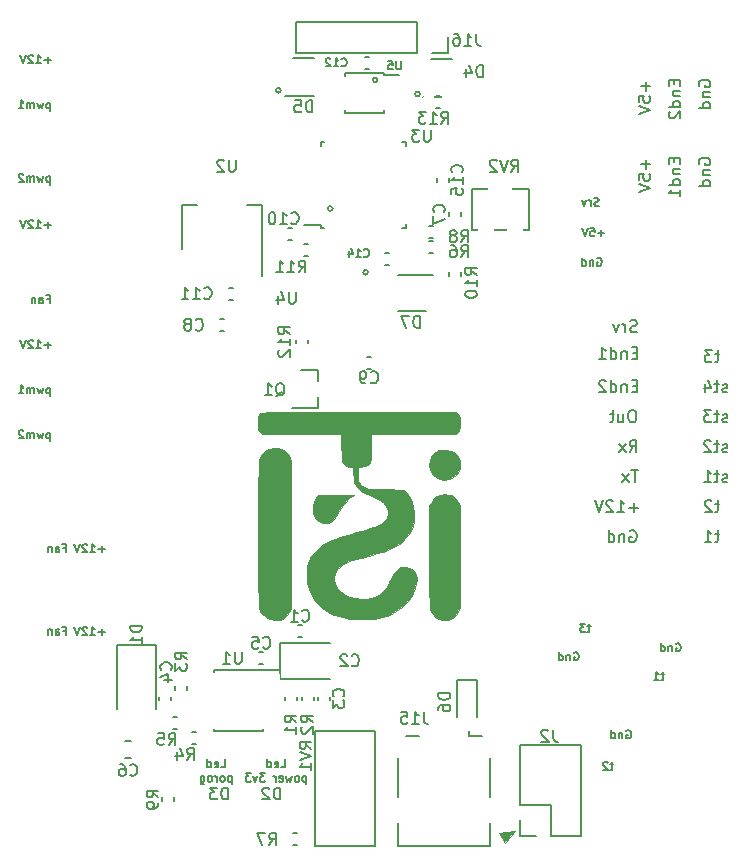
<source format=gbo>
G04 #@! TF.GenerationSoftware,KiCad,Pcbnew,(5.1.4)-1*
G04 #@! TF.CreationDate,2019-11-18T10:56:31+03:00*
G04 #@! TF.ProjectId,123,3132332e-6b69-4636-9164-5f7063625858,rev?*
G04 #@! TF.SameCoordinates,Original*
G04 #@! TF.FileFunction,Legend,Bot*
G04 #@! TF.FilePolarity,Positive*
%FSLAX46Y46*%
G04 Gerber Fmt 4.6, Leading zero omitted, Abs format (unit mm)*
G04 Created by KiCad (PCBNEW (5.1.4)-1) date 2019-11-18 10:56:31*
%MOMM*%
%LPD*%
G04 APERTURE LIST*
%ADD10C,0.150000*%
%ADD11C,0.100000*%
%ADD12C,0.200000*%
%ADD13C,0.010000*%
%ADD14C,3.452000*%
%ADD15C,0.352000*%
%ADD16R,1.902000X1.902000*%
%ADD17C,1.902000*%
%ADD18R,1.552000X0.552000*%
%ADD19R,0.652000X1.702000*%
%ADD20R,1.702000X0.652000*%
%ADD21R,1.602000X2.102000*%
%ADD22R,3.902000X2.102000*%
%ADD23R,1.652000X0.702000*%
%ADD24R,2.702000X3.202000*%
%ADD25R,1.402000X2.102000*%
%ADD26R,2.102000X1.702000*%
%ADD27C,1.542000*%
%ADD28C,0.977000*%
%ADD29R,1.002000X0.902000*%
%ADD30C,2.702000*%
%ADD31R,1.802000X1.802000*%
%ADD32O,1.802000X1.802000*%
%ADD33C,1.102000*%
%ADD34R,2.102000X1.802000*%
%ADD35R,0.602000X2.102000*%
%ADD36O,1.802000X2.052000*%
%ADD37C,1.802000*%
%ADD38O,1.829200X1.829200*%
%ADD39R,1.829200X1.829200*%
%ADD40R,1.502000X1.102000*%
%ADD41R,1.502000X1.302000*%
%ADD42R,1.162000X0.502000*%
%ADD43R,1.902000X2.602000*%
%ADD44C,1.077000*%
%ADD45C,1.427000*%
%ADD46O,1.802000X2.102000*%
%ADD47C,1.802000*%
%ADD48O,3.702000X1.902000*%
%ADD49R,1.102000X1.102000*%
G04 APERTURE END LIST*
D10*
X18567333Y-38558000D02*
X18800666Y-38558000D01*
X18800666Y-38924666D02*
X18800666Y-38224666D01*
X18467333Y-38224666D01*
X17900666Y-38924666D02*
X17900666Y-38558000D01*
X17934000Y-38491333D01*
X18000666Y-38458000D01*
X18134000Y-38458000D01*
X18200666Y-38491333D01*
X17900666Y-38891333D02*
X17967333Y-38924666D01*
X18134000Y-38924666D01*
X18200666Y-38891333D01*
X18234000Y-38824666D01*
X18234000Y-38758000D01*
X18200666Y-38691333D01*
X18134000Y-38658000D01*
X17967333Y-38658000D01*
X17900666Y-38624666D01*
X17567333Y-38458000D02*
X17567333Y-38924666D01*
X17567333Y-38524666D02*
X17534000Y-38491333D01*
X17467333Y-38458000D01*
X17367333Y-38458000D01*
X17300666Y-38491333D01*
X17267333Y-38558000D01*
X17267333Y-38924666D01*
X19964333Y-59640000D02*
X20197666Y-59640000D01*
X20197666Y-60006666D02*
X20197666Y-59306666D01*
X19864333Y-59306666D01*
X19297666Y-60006666D02*
X19297666Y-59640000D01*
X19331000Y-59573333D01*
X19397666Y-59540000D01*
X19531000Y-59540000D01*
X19597666Y-59573333D01*
X19297666Y-59973333D02*
X19364333Y-60006666D01*
X19531000Y-60006666D01*
X19597666Y-59973333D01*
X19631000Y-59906666D01*
X19631000Y-59840000D01*
X19597666Y-59773333D01*
X19531000Y-59740000D01*
X19364333Y-59740000D01*
X19297666Y-59706666D01*
X18964333Y-59540000D02*
X18964333Y-60006666D01*
X18964333Y-59606666D02*
X18931000Y-59573333D01*
X18864333Y-59540000D01*
X18764333Y-59540000D01*
X18697666Y-59573333D01*
X18664333Y-59640000D01*
X18664333Y-60006666D01*
X23458333Y-59740000D02*
X22925000Y-59740000D01*
X23191666Y-60006666D02*
X23191666Y-59473333D01*
X22225000Y-60006666D02*
X22625000Y-60006666D01*
X22425000Y-60006666D02*
X22425000Y-59306666D01*
X22491666Y-59406666D01*
X22558333Y-59473333D01*
X22625000Y-59506666D01*
X21958333Y-59373333D02*
X21925000Y-59340000D01*
X21858333Y-59306666D01*
X21691666Y-59306666D01*
X21625000Y-59340000D01*
X21591666Y-59373333D01*
X21558333Y-59440000D01*
X21558333Y-59506666D01*
X21591666Y-59606666D01*
X21991666Y-60006666D01*
X21558333Y-60006666D01*
X21358333Y-59306666D02*
X21125000Y-60006666D01*
X20891666Y-59306666D01*
X65155166Y-35083000D02*
X65221833Y-35049666D01*
X65321833Y-35049666D01*
X65421833Y-35083000D01*
X65488500Y-35149666D01*
X65521833Y-35216333D01*
X65555166Y-35349666D01*
X65555166Y-35449666D01*
X65521833Y-35583000D01*
X65488500Y-35649666D01*
X65421833Y-35716333D01*
X65321833Y-35749666D01*
X65255166Y-35749666D01*
X65155166Y-35716333D01*
X65121833Y-35683000D01*
X65121833Y-35449666D01*
X65255166Y-35449666D01*
X64821833Y-35283000D02*
X64821833Y-35749666D01*
X64821833Y-35349666D02*
X64788500Y-35316333D01*
X64721833Y-35283000D01*
X64621833Y-35283000D01*
X64555166Y-35316333D01*
X64521833Y-35383000D01*
X64521833Y-35749666D01*
X63888500Y-35749666D02*
X63888500Y-35049666D01*
X63888500Y-35716333D02*
X63955166Y-35749666D01*
X64088500Y-35749666D01*
X64155166Y-35716333D01*
X64188500Y-35683000D01*
X64221833Y-35616333D01*
X64221833Y-35416333D01*
X64188500Y-35349666D01*
X64155166Y-35316333D01*
X64088500Y-35283000D01*
X63955166Y-35283000D01*
X63888500Y-35316333D01*
X65775833Y-32943000D02*
X65242500Y-32943000D01*
X65509166Y-33209666D02*
X65509166Y-32676333D01*
X64575833Y-32509666D02*
X64909166Y-32509666D01*
X64942500Y-32843000D01*
X64909166Y-32809666D01*
X64842500Y-32776333D01*
X64675833Y-32776333D01*
X64609166Y-32809666D01*
X64575833Y-32843000D01*
X64542500Y-32909666D01*
X64542500Y-33076333D01*
X64575833Y-33143000D01*
X64609166Y-33176333D01*
X64675833Y-33209666D01*
X64842500Y-33209666D01*
X64909166Y-33176333D01*
X64942500Y-33143000D01*
X64342500Y-32509666D02*
X64109166Y-33209666D01*
X63875833Y-32509666D01*
X65301166Y-30636333D02*
X65201166Y-30669666D01*
X65034500Y-30669666D01*
X64967833Y-30636333D01*
X64934500Y-30603000D01*
X64901166Y-30536333D01*
X64901166Y-30469666D01*
X64934500Y-30403000D01*
X64967833Y-30369666D01*
X65034500Y-30336333D01*
X65167833Y-30303000D01*
X65234500Y-30269666D01*
X65267833Y-30236333D01*
X65301166Y-30169666D01*
X65301166Y-30103000D01*
X65267833Y-30036333D01*
X65234500Y-30003000D01*
X65167833Y-29969666D01*
X65001166Y-29969666D01*
X64901166Y-30003000D01*
X64601166Y-30669666D02*
X64601166Y-30203000D01*
X64601166Y-30336333D02*
X64567833Y-30269666D01*
X64534500Y-30236333D01*
X64467833Y-30203000D01*
X64401166Y-30203000D01*
X64234500Y-30203000D02*
X64067833Y-30669666D01*
X63901166Y-30203000D01*
X69286428Y-26751595D02*
X69286428Y-27513500D01*
X69667380Y-27132547D02*
X68905476Y-27132547D01*
X68667380Y-28465880D02*
X68667380Y-27989690D01*
X69143571Y-27942071D01*
X69095952Y-27989690D01*
X69048333Y-28084928D01*
X69048333Y-28323023D01*
X69095952Y-28418261D01*
X69143571Y-28465880D01*
X69238809Y-28513500D01*
X69476904Y-28513500D01*
X69572142Y-28465880D01*
X69619761Y-28418261D01*
X69667380Y-28323023D01*
X69667380Y-28084928D01*
X69619761Y-27989690D01*
X69572142Y-27942071D01*
X68667380Y-28799214D02*
X69667380Y-29132547D01*
X68667380Y-29465880D01*
X71683571Y-26624595D02*
X71683571Y-26957928D01*
X72207380Y-27100785D02*
X72207380Y-26624595D01*
X71207380Y-26624595D01*
X71207380Y-27100785D01*
X71540714Y-27529357D02*
X72207380Y-27529357D01*
X71635952Y-27529357D02*
X71588333Y-27576976D01*
X71540714Y-27672214D01*
X71540714Y-27815071D01*
X71588333Y-27910309D01*
X71683571Y-27957928D01*
X72207380Y-27957928D01*
X72207380Y-28862690D02*
X71207380Y-28862690D01*
X72159761Y-28862690D02*
X72207380Y-28767452D01*
X72207380Y-28576976D01*
X72159761Y-28481738D01*
X72112142Y-28434119D01*
X72016904Y-28386500D01*
X71731190Y-28386500D01*
X71635952Y-28434119D01*
X71588333Y-28481738D01*
X71540714Y-28576976D01*
X71540714Y-28767452D01*
X71588333Y-28862690D01*
X72207380Y-29862690D02*
X72207380Y-29291261D01*
X72207380Y-29576976D02*
X71207380Y-29576976D01*
X71350238Y-29481738D01*
X71445476Y-29386500D01*
X71493095Y-29291261D01*
X73795000Y-27148404D02*
X73747380Y-27053166D01*
X73747380Y-26910309D01*
X73795000Y-26767452D01*
X73890238Y-26672214D01*
X73985476Y-26624595D01*
X74175952Y-26576976D01*
X74318809Y-26576976D01*
X74509285Y-26624595D01*
X74604523Y-26672214D01*
X74699761Y-26767452D01*
X74747380Y-26910309D01*
X74747380Y-27005547D01*
X74699761Y-27148404D01*
X74652142Y-27196023D01*
X74318809Y-27196023D01*
X74318809Y-27005547D01*
X74080714Y-27624595D02*
X74747380Y-27624595D01*
X74175952Y-27624595D02*
X74128333Y-27672214D01*
X74080714Y-27767452D01*
X74080714Y-27910309D01*
X74128333Y-28005547D01*
X74223571Y-28053166D01*
X74747380Y-28053166D01*
X74747380Y-28957928D02*
X73747380Y-28957928D01*
X74699761Y-28957928D02*
X74747380Y-28862690D01*
X74747380Y-28672214D01*
X74699761Y-28576976D01*
X74652142Y-28529357D01*
X74556904Y-28481738D01*
X74271190Y-28481738D01*
X74175952Y-28529357D01*
X74128333Y-28576976D01*
X74080714Y-28672214D01*
X74080714Y-28862690D01*
X74128333Y-28957928D01*
X73795000Y-20544404D02*
X73747380Y-20449166D01*
X73747380Y-20306309D01*
X73795000Y-20163452D01*
X73890238Y-20068214D01*
X73985476Y-20020595D01*
X74175952Y-19972976D01*
X74318809Y-19972976D01*
X74509285Y-20020595D01*
X74604523Y-20068214D01*
X74699761Y-20163452D01*
X74747380Y-20306309D01*
X74747380Y-20401547D01*
X74699761Y-20544404D01*
X74652142Y-20592023D01*
X74318809Y-20592023D01*
X74318809Y-20401547D01*
X74080714Y-21020595D02*
X74747380Y-21020595D01*
X74175952Y-21020595D02*
X74128333Y-21068214D01*
X74080714Y-21163452D01*
X74080714Y-21306309D01*
X74128333Y-21401547D01*
X74223571Y-21449166D01*
X74747380Y-21449166D01*
X74747380Y-22353928D02*
X73747380Y-22353928D01*
X74699761Y-22353928D02*
X74747380Y-22258690D01*
X74747380Y-22068214D01*
X74699761Y-21972976D01*
X74652142Y-21925357D01*
X74556904Y-21877738D01*
X74271190Y-21877738D01*
X74175952Y-21925357D01*
X74128333Y-21972976D01*
X74080714Y-22068214D01*
X74080714Y-22258690D01*
X74128333Y-22353928D01*
X71683571Y-20020595D02*
X71683571Y-20353928D01*
X72207380Y-20496785D02*
X72207380Y-20020595D01*
X71207380Y-20020595D01*
X71207380Y-20496785D01*
X71540714Y-20925357D02*
X72207380Y-20925357D01*
X71635952Y-20925357D02*
X71588333Y-20972976D01*
X71540714Y-21068214D01*
X71540714Y-21211071D01*
X71588333Y-21306309D01*
X71683571Y-21353928D01*
X72207380Y-21353928D01*
X72207380Y-22258690D02*
X71207380Y-22258690D01*
X72159761Y-22258690D02*
X72207380Y-22163452D01*
X72207380Y-21972976D01*
X72159761Y-21877738D01*
X72112142Y-21830119D01*
X72016904Y-21782500D01*
X71731190Y-21782500D01*
X71635952Y-21830119D01*
X71588333Y-21877738D01*
X71540714Y-21972976D01*
X71540714Y-22163452D01*
X71588333Y-22258690D01*
X71302619Y-22687261D02*
X71255000Y-22734880D01*
X71207380Y-22830119D01*
X71207380Y-23068214D01*
X71255000Y-23163452D01*
X71302619Y-23211071D01*
X71397857Y-23258690D01*
X71493095Y-23258690D01*
X71635952Y-23211071D01*
X72207380Y-22639642D01*
X72207380Y-23258690D01*
X69286428Y-20147595D02*
X69286428Y-20909500D01*
X69667380Y-20528547D02*
X68905476Y-20528547D01*
X68667380Y-21861880D02*
X68667380Y-21385690D01*
X69143571Y-21338071D01*
X69095952Y-21385690D01*
X69048333Y-21480928D01*
X69048333Y-21719023D01*
X69095952Y-21814261D01*
X69143571Y-21861880D01*
X69238809Y-21909500D01*
X69476904Y-21909500D01*
X69572142Y-21861880D01*
X69619761Y-21814261D01*
X69667380Y-21719023D01*
X69667380Y-21480928D01*
X69619761Y-21385690D01*
X69572142Y-21338071D01*
X68667380Y-22195214D02*
X69667380Y-22528547D01*
X68667380Y-22861880D01*
X38373000Y-78202666D02*
X38706333Y-78202666D01*
X38706333Y-77502666D01*
X37873000Y-78169333D02*
X37939666Y-78202666D01*
X38073000Y-78202666D01*
X38139666Y-78169333D01*
X38173000Y-78102666D01*
X38173000Y-77836000D01*
X38139666Y-77769333D01*
X38073000Y-77736000D01*
X37939666Y-77736000D01*
X37873000Y-77769333D01*
X37839666Y-77836000D01*
X37839666Y-77902666D01*
X38173000Y-77969333D01*
X37239666Y-78202666D02*
X37239666Y-77502666D01*
X37239666Y-78169333D02*
X37306333Y-78202666D01*
X37439666Y-78202666D01*
X37506333Y-78169333D01*
X37539666Y-78136000D01*
X37573000Y-78069333D01*
X37573000Y-77869333D01*
X37539666Y-77802666D01*
X37506333Y-77769333D01*
X37439666Y-77736000D01*
X37306333Y-77736000D01*
X37239666Y-77769333D01*
X40523000Y-78936000D02*
X40523000Y-79636000D01*
X40523000Y-78969333D02*
X40456333Y-78936000D01*
X40323000Y-78936000D01*
X40256333Y-78969333D01*
X40223000Y-79002666D01*
X40189666Y-79069333D01*
X40189666Y-79269333D01*
X40223000Y-79336000D01*
X40256333Y-79369333D01*
X40323000Y-79402666D01*
X40456333Y-79402666D01*
X40523000Y-79369333D01*
X39789666Y-79402666D02*
X39856333Y-79369333D01*
X39889666Y-79336000D01*
X39923000Y-79269333D01*
X39923000Y-79069333D01*
X39889666Y-79002666D01*
X39856333Y-78969333D01*
X39789666Y-78936000D01*
X39689666Y-78936000D01*
X39623000Y-78969333D01*
X39589666Y-79002666D01*
X39556333Y-79069333D01*
X39556333Y-79269333D01*
X39589666Y-79336000D01*
X39623000Y-79369333D01*
X39689666Y-79402666D01*
X39789666Y-79402666D01*
X39323000Y-78936000D02*
X39189666Y-79402666D01*
X39056333Y-79069333D01*
X38923000Y-79402666D01*
X38789666Y-78936000D01*
X38256333Y-79369333D02*
X38323000Y-79402666D01*
X38456333Y-79402666D01*
X38523000Y-79369333D01*
X38556333Y-79302666D01*
X38556333Y-79036000D01*
X38523000Y-78969333D01*
X38456333Y-78936000D01*
X38323000Y-78936000D01*
X38256333Y-78969333D01*
X38223000Y-79036000D01*
X38223000Y-79102666D01*
X38556333Y-79169333D01*
X37923000Y-79402666D02*
X37923000Y-78936000D01*
X37923000Y-79069333D02*
X37889666Y-79002666D01*
X37856333Y-78969333D01*
X37789666Y-78936000D01*
X37723000Y-78936000D01*
X37023000Y-78702666D02*
X36589666Y-78702666D01*
X36823000Y-78969333D01*
X36723000Y-78969333D01*
X36656333Y-79002666D01*
X36623000Y-79036000D01*
X36589666Y-79102666D01*
X36589666Y-79269333D01*
X36623000Y-79336000D01*
X36656333Y-79369333D01*
X36723000Y-79402666D01*
X36923000Y-79402666D01*
X36989666Y-79369333D01*
X37023000Y-79336000D01*
X36356333Y-78936000D02*
X36189666Y-79402666D01*
X36023000Y-78936000D01*
X35823000Y-78702666D02*
X35389666Y-78702666D01*
X35623000Y-78969333D01*
X35523000Y-78969333D01*
X35456333Y-79002666D01*
X35423000Y-79036000D01*
X35389666Y-79102666D01*
X35389666Y-79269333D01*
X35423000Y-79336000D01*
X35456333Y-79369333D01*
X35523000Y-79402666D01*
X35723000Y-79402666D01*
X35789666Y-79369333D01*
X35823000Y-79336000D01*
X33293000Y-78202666D02*
X33626333Y-78202666D01*
X33626333Y-77502666D01*
X32793000Y-78169333D02*
X32859666Y-78202666D01*
X32993000Y-78202666D01*
X33059666Y-78169333D01*
X33093000Y-78102666D01*
X33093000Y-77836000D01*
X33059666Y-77769333D01*
X32993000Y-77736000D01*
X32859666Y-77736000D01*
X32793000Y-77769333D01*
X32759666Y-77836000D01*
X32759666Y-77902666D01*
X33093000Y-77969333D01*
X32159666Y-78202666D02*
X32159666Y-77502666D01*
X32159666Y-78169333D02*
X32226333Y-78202666D01*
X32359666Y-78202666D01*
X32426333Y-78169333D01*
X32459666Y-78136000D01*
X32493000Y-78069333D01*
X32493000Y-77869333D01*
X32459666Y-77802666D01*
X32426333Y-77769333D01*
X32359666Y-77736000D01*
X32226333Y-77736000D01*
X32159666Y-77769333D01*
X34209666Y-78936000D02*
X34209666Y-79636000D01*
X34209666Y-78969333D02*
X34143000Y-78936000D01*
X34009666Y-78936000D01*
X33943000Y-78969333D01*
X33909666Y-79002666D01*
X33876333Y-79069333D01*
X33876333Y-79269333D01*
X33909666Y-79336000D01*
X33943000Y-79369333D01*
X34009666Y-79402666D01*
X34143000Y-79402666D01*
X34209666Y-79369333D01*
X33476333Y-79402666D02*
X33543000Y-79369333D01*
X33576333Y-79336000D01*
X33609666Y-79269333D01*
X33609666Y-79069333D01*
X33576333Y-79002666D01*
X33543000Y-78969333D01*
X33476333Y-78936000D01*
X33376333Y-78936000D01*
X33309666Y-78969333D01*
X33276333Y-79002666D01*
X33243000Y-79069333D01*
X33243000Y-79269333D01*
X33276333Y-79336000D01*
X33309666Y-79369333D01*
X33376333Y-79402666D01*
X33476333Y-79402666D01*
X32943000Y-79402666D02*
X32943000Y-78936000D01*
X32943000Y-79069333D02*
X32909666Y-79002666D01*
X32876333Y-78969333D01*
X32809666Y-78936000D01*
X32743000Y-78936000D01*
X32409666Y-79402666D02*
X32476333Y-79369333D01*
X32509666Y-79336000D01*
X32543000Y-79269333D01*
X32543000Y-79069333D01*
X32509666Y-79002666D01*
X32476333Y-78969333D01*
X32409666Y-78936000D01*
X32309666Y-78936000D01*
X32243000Y-78969333D01*
X32209666Y-79002666D01*
X32176333Y-79069333D01*
X32176333Y-79269333D01*
X32209666Y-79336000D01*
X32243000Y-79369333D01*
X32309666Y-79402666D01*
X32409666Y-79402666D01*
X31576333Y-78936000D02*
X31576333Y-79502666D01*
X31609666Y-79569333D01*
X31643000Y-79602666D01*
X31709666Y-79636000D01*
X31809666Y-79636000D01*
X31876333Y-79602666D01*
X31576333Y-79369333D02*
X31643000Y-79402666D01*
X31776333Y-79402666D01*
X31843000Y-79369333D01*
X31876333Y-79336000D01*
X31909666Y-79269333D01*
X31909666Y-79069333D01*
X31876333Y-79002666D01*
X31843000Y-78969333D01*
X31776333Y-78936000D01*
X31643000Y-78936000D01*
X31576333Y-78969333D01*
X66506666Y-77955000D02*
X66240000Y-77955000D01*
X66406666Y-77721666D02*
X66406666Y-78321666D01*
X66373333Y-78388333D01*
X66306666Y-78421666D01*
X66240000Y-78421666D01*
X66040000Y-77788333D02*
X66006666Y-77755000D01*
X65940000Y-77721666D01*
X65773333Y-77721666D01*
X65706666Y-77755000D01*
X65673333Y-77788333D01*
X65640000Y-77855000D01*
X65640000Y-77921666D01*
X65673333Y-78021666D01*
X66073333Y-78421666D01*
X65640000Y-78421666D01*
X70824666Y-70335000D02*
X70558000Y-70335000D01*
X70724666Y-70101666D02*
X70724666Y-70701666D01*
X70691333Y-70768333D01*
X70624666Y-70801666D01*
X70558000Y-70801666D01*
X69958000Y-70801666D02*
X70358000Y-70801666D01*
X70158000Y-70801666D02*
X70158000Y-70101666D01*
X70224666Y-70201666D01*
X70291333Y-70268333D01*
X70358000Y-70301666D01*
X64601666Y-66271000D02*
X64335000Y-66271000D01*
X64501666Y-66037666D02*
X64501666Y-66637666D01*
X64468333Y-66704333D01*
X64401666Y-66737666D01*
X64335000Y-66737666D01*
X64168333Y-66037666D02*
X63735000Y-66037666D01*
X63968333Y-66304333D01*
X63868333Y-66304333D01*
X63801666Y-66337666D01*
X63768333Y-66371000D01*
X63735000Y-66437666D01*
X63735000Y-66604333D01*
X63768333Y-66671000D01*
X63801666Y-66704333D01*
X63868333Y-66737666D01*
X64068333Y-66737666D01*
X64135000Y-66704333D01*
X64168333Y-66671000D01*
X63188000Y-68484000D02*
X63254666Y-68450666D01*
X63354666Y-68450666D01*
X63454666Y-68484000D01*
X63521333Y-68550666D01*
X63554666Y-68617333D01*
X63588000Y-68750666D01*
X63588000Y-68850666D01*
X63554666Y-68984000D01*
X63521333Y-69050666D01*
X63454666Y-69117333D01*
X63354666Y-69150666D01*
X63288000Y-69150666D01*
X63188000Y-69117333D01*
X63154666Y-69084000D01*
X63154666Y-68850666D01*
X63288000Y-68850666D01*
X62854666Y-68684000D02*
X62854666Y-69150666D01*
X62854666Y-68750666D02*
X62821333Y-68717333D01*
X62754666Y-68684000D01*
X62654666Y-68684000D01*
X62588000Y-68717333D01*
X62554666Y-68784000D01*
X62554666Y-69150666D01*
X61921333Y-69150666D02*
X61921333Y-68450666D01*
X61921333Y-69117333D02*
X61988000Y-69150666D01*
X62121333Y-69150666D01*
X62188000Y-69117333D01*
X62221333Y-69084000D01*
X62254666Y-69017333D01*
X62254666Y-68817333D01*
X62221333Y-68750666D01*
X62188000Y-68717333D01*
X62121333Y-68684000D01*
X61988000Y-68684000D01*
X61921333Y-68717333D01*
X71824000Y-67722000D02*
X71890666Y-67688666D01*
X71990666Y-67688666D01*
X72090666Y-67722000D01*
X72157333Y-67788666D01*
X72190666Y-67855333D01*
X72224000Y-67988666D01*
X72224000Y-68088666D01*
X72190666Y-68222000D01*
X72157333Y-68288666D01*
X72090666Y-68355333D01*
X71990666Y-68388666D01*
X71924000Y-68388666D01*
X71824000Y-68355333D01*
X71790666Y-68322000D01*
X71790666Y-68088666D01*
X71924000Y-68088666D01*
X71490666Y-67922000D02*
X71490666Y-68388666D01*
X71490666Y-67988666D02*
X71457333Y-67955333D01*
X71390666Y-67922000D01*
X71290666Y-67922000D01*
X71224000Y-67955333D01*
X71190666Y-68022000D01*
X71190666Y-68388666D01*
X70557333Y-68388666D02*
X70557333Y-67688666D01*
X70557333Y-68355333D02*
X70624000Y-68388666D01*
X70757333Y-68388666D01*
X70824000Y-68355333D01*
X70857333Y-68322000D01*
X70890666Y-68255333D01*
X70890666Y-68055333D01*
X70857333Y-67988666D01*
X70824000Y-67955333D01*
X70757333Y-67922000D01*
X70624000Y-67922000D01*
X70557333Y-67955333D01*
X67633000Y-75088000D02*
X67699666Y-75054666D01*
X67799666Y-75054666D01*
X67899666Y-75088000D01*
X67966333Y-75154666D01*
X67999666Y-75221333D01*
X68033000Y-75354666D01*
X68033000Y-75454666D01*
X67999666Y-75588000D01*
X67966333Y-75654666D01*
X67899666Y-75721333D01*
X67799666Y-75754666D01*
X67733000Y-75754666D01*
X67633000Y-75721333D01*
X67599666Y-75688000D01*
X67599666Y-75454666D01*
X67733000Y-75454666D01*
X67299666Y-75288000D02*
X67299666Y-75754666D01*
X67299666Y-75354666D02*
X67266333Y-75321333D01*
X67199666Y-75288000D01*
X67099666Y-75288000D01*
X67033000Y-75321333D01*
X66999666Y-75388000D01*
X66999666Y-75754666D01*
X66366333Y-75754666D02*
X66366333Y-75054666D01*
X66366333Y-75721333D02*
X66433000Y-75754666D01*
X66566333Y-75754666D01*
X66633000Y-75721333D01*
X66666333Y-75688000D01*
X66699666Y-75621333D01*
X66699666Y-75421333D01*
X66666333Y-75354666D01*
X66633000Y-75321333D01*
X66566333Y-75288000D01*
X66433000Y-75288000D01*
X66366333Y-75321333D01*
X18842666Y-28171000D02*
X18842666Y-28871000D01*
X18842666Y-28204333D02*
X18776000Y-28171000D01*
X18642666Y-28171000D01*
X18576000Y-28204333D01*
X18542666Y-28237666D01*
X18509333Y-28304333D01*
X18509333Y-28504333D01*
X18542666Y-28571000D01*
X18576000Y-28604333D01*
X18642666Y-28637666D01*
X18776000Y-28637666D01*
X18842666Y-28604333D01*
X18276000Y-28171000D02*
X18142666Y-28637666D01*
X18009333Y-28304333D01*
X17876000Y-28637666D01*
X17742666Y-28171000D01*
X17476000Y-28637666D02*
X17476000Y-28171000D01*
X17476000Y-28237666D02*
X17442666Y-28204333D01*
X17376000Y-28171000D01*
X17276000Y-28171000D01*
X17209333Y-28204333D01*
X17176000Y-28271000D01*
X17176000Y-28637666D01*
X17176000Y-28271000D02*
X17142666Y-28204333D01*
X17076000Y-28171000D01*
X16976000Y-28171000D01*
X16909333Y-28204333D01*
X16876000Y-28271000D01*
X16876000Y-28637666D01*
X16576000Y-28004333D02*
X16542666Y-27971000D01*
X16476000Y-27937666D01*
X16309333Y-27937666D01*
X16242666Y-27971000D01*
X16209333Y-28004333D01*
X16176000Y-28071000D01*
X16176000Y-28137666D01*
X16209333Y-28237666D01*
X16609333Y-28637666D01*
X16176000Y-28637666D01*
X18842666Y-21948000D02*
X18842666Y-22648000D01*
X18842666Y-21981333D02*
X18776000Y-21948000D01*
X18642666Y-21948000D01*
X18576000Y-21981333D01*
X18542666Y-22014666D01*
X18509333Y-22081333D01*
X18509333Y-22281333D01*
X18542666Y-22348000D01*
X18576000Y-22381333D01*
X18642666Y-22414666D01*
X18776000Y-22414666D01*
X18842666Y-22381333D01*
X18276000Y-21948000D02*
X18142666Y-22414666D01*
X18009333Y-22081333D01*
X17876000Y-22414666D01*
X17742666Y-21948000D01*
X17476000Y-22414666D02*
X17476000Y-21948000D01*
X17476000Y-22014666D02*
X17442666Y-21981333D01*
X17376000Y-21948000D01*
X17276000Y-21948000D01*
X17209333Y-21981333D01*
X17176000Y-22048000D01*
X17176000Y-22414666D01*
X17176000Y-22048000D02*
X17142666Y-21981333D01*
X17076000Y-21948000D01*
X16976000Y-21948000D01*
X16909333Y-21981333D01*
X16876000Y-22048000D01*
X16876000Y-22414666D01*
X16176000Y-22414666D02*
X16576000Y-22414666D01*
X16376000Y-22414666D02*
X16376000Y-21714666D01*
X16442666Y-21814666D01*
X16509333Y-21881333D01*
X16576000Y-21914666D01*
X18842666Y-49888000D02*
X18842666Y-50588000D01*
X18842666Y-49921333D02*
X18776000Y-49888000D01*
X18642666Y-49888000D01*
X18576000Y-49921333D01*
X18542666Y-49954666D01*
X18509333Y-50021333D01*
X18509333Y-50221333D01*
X18542666Y-50288000D01*
X18576000Y-50321333D01*
X18642666Y-50354666D01*
X18776000Y-50354666D01*
X18842666Y-50321333D01*
X18276000Y-49888000D02*
X18142666Y-50354666D01*
X18009333Y-50021333D01*
X17876000Y-50354666D01*
X17742666Y-49888000D01*
X17476000Y-50354666D02*
X17476000Y-49888000D01*
X17476000Y-49954666D02*
X17442666Y-49921333D01*
X17376000Y-49888000D01*
X17276000Y-49888000D01*
X17209333Y-49921333D01*
X17176000Y-49988000D01*
X17176000Y-50354666D01*
X17176000Y-49988000D02*
X17142666Y-49921333D01*
X17076000Y-49888000D01*
X16976000Y-49888000D01*
X16909333Y-49921333D01*
X16876000Y-49988000D01*
X16876000Y-50354666D01*
X16576000Y-49721333D02*
X16542666Y-49688000D01*
X16476000Y-49654666D01*
X16309333Y-49654666D01*
X16242666Y-49688000D01*
X16209333Y-49721333D01*
X16176000Y-49788000D01*
X16176000Y-49854666D01*
X16209333Y-49954666D01*
X16609333Y-50354666D01*
X16176000Y-50354666D01*
X18842666Y-46078000D02*
X18842666Y-46778000D01*
X18842666Y-46111333D02*
X18776000Y-46078000D01*
X18642666Y-46078000D01*
X18576000Y-46111333D01*
X18542666Y-46144666D01*
X18509333Y-46211333D01*
X18509333Y-46411333D01*
X18542666Y-46478000D01*
X18576000Y-46511333D01*
X18642666Y-46544666D01*
X18776000Y-46544666D01*
X18842666Y-46511333D01*
X18276000Y-46078000D02*
X18142666Y-46544666D01*
X18009333Y-46211333D01*
X17876000Y-46544666D01*
X17742666Y-46078000D01*
X17476000Y-46544666D02*
X17476000Y-46078000D01*
X17476000Y-46144666D02*
X17442666Y-46111333D01*
X17376000Y-46078000D01*
X17276000Y-46078000D01*
X17209333Y-46111333D01*
X17176000Y-46178000D01*
X17176000Y-46544666D01*
X17176000Y-46178000D02*
X17142666Y-46111333D01*
X17076000Y-46078000D01*
X16976000Y-46078000D01*
X16909333Y-46111333D01*
X16876000Y-46178000D01*
X16876000Y-46544666D01*
X16176000Y-46544666D02*
X16576000Y-46544666D01*
X16376000Y-46544666D02*
X16376000Y-45844666D01*
X16442666Y-45944666D01*
X16509333Y-46011333D01*
X16576000Y-46044666D01*
X18886333Y-18338000D02*
X18353000Y-18338000D01*
X18619666Y-18604666D02*
X18619666Y-18071333D01*
X17653000Y-18604666D02*
X18053000Y-18604666D01*
X17853000Y-18604666D02*
X17853000Y-17904666D01*
X17919666Y-18004666D01*
X17986333Y-18071333D01*
X18053000Y-18104666D01*
X17386333Y-17971333D02*
X17353000Y-17938000D01*
X17286333Y-17904666D01*
X17119666Y-17904666D01*
X17053000Y-17938000D01*
X17019666Y-17971333D01*
X16986333Y-18038000D01*
X16986333Y-18104666D01*
X17019666Y-18204666D01*
X17419666Y-18604666D01*
X16986333Y-18604666D01*
X16786333Y-17904666D02*
X16553000Y-18604666D01*
X16319666Y-17904666D01*
X18886333Y-32308000D02*
X18353000Y-32308000D01*
X18619666Y-32574666D02*
X18619666Y-32041333D01*
X17653000Y-32574666D02*
X18053000Y-32574666D01*
X17853000Y-32574666D02*
X17853000Y-31874666D01*
X17919666Y-31974666D01*
X17986333Y-32041333D01*
X18053000Y-32074666D01*
X17386333Y-31941333D02*
X17353000Y-31908000D01*
X17286333Y-31874666D01*
X17119666Y-31874666D01*
X17053000Y-31908000D01*
X17019666Y-31941333D01*
X16986333Y-32008000D01*
X16986333Y-32074666D01*
X17019666Y-32174666D01*
X17419666Y-32574666D01*
X16986333Y-32574666D01*
X16786333Y-31874666D02*
X16553000Y-32574666D01*
X16319666Y-31874666D01*
X18886333Y-42468000D02*
X18353000Y-42468000D01*
X18619666Y-42734666D02*
X18619666Y-42201333D01*
X17653000Y-42734666D02*
X18053000Y-42734666D01*
X17853000Y-42734666D02*
X17853000Y-42034666D01*
X17919666Y-42134666D01*
X17986333Y-42201333D01*
X18053000Y-42234666D01*
X17386333Y-42101333D02*
X17353000Y-42068000D01*
X17286333Y-42034666D01*
X17119666Y-42034666D01*
X17053000Y-42068000D01*
X17019666Y-42101333D01*
X16986333Y-42168000D01*
X16986333Y-42234666D01*
X17019666Y-42334666D01*
X17419666Y-42734666D01*
X16986333Y-42734666D01*
X16786333Y-42034666D02*
X16553000Y-42734666D01*
X16319666Y-42034666D01*
X23458333Y-66725000D02*
X22925000Y-66725000D01*
X23191666Y-66991666D02*
X23191666Y-66458333D01*
X22225000Y-66991666D02*
X22625000Y-66991666D01*
X22425000Y-66991666D02*
X22425000Y-66291666D01*
X22491666Y-66391666D01*
X22558333Y-66458333D01*
X22625000Y-66491666D01*
X21958333Y-66358333D02*
X21925000Y-66325000D01*
X21858333Y-66291666D01*
X21691666Y-66291666D01*
X21625000Y-66325000D01*
X21591666Y-66358333D01*
X21558333Y-66425000D01*
X21558333Y-66491666D01*
X21591666Y-66591666D01*
X21991666Y-66991666D01*
X21558333Y-66991666D01*
X21358333Y-66291666D02*
X21125000Y-66991666D01*
X20891666Y-66291666D01*
X19964333Y-66625000D02*
X20197666Y-66625000D01*
X20197666Y-66991666D02*
X20197666Y-66291666D01*
X19864333Y-66291666D01*
X19297666Y-66991666D02*
X19297666Y-66625000D01*
X19331000Y-66558333D01*
X19397666Y-66525000D01*
X19531000Y-66525000D01*
X19597666Y-66558333D01*
X19297666Y-66958333D02*
X19364333Y-66991666D01*
X19531000Y-66991666D01*
X19597666Y-66958333D01*
X19631000Y-66891666D01*
X19631000Y-66825000D01*
X19597666Y-66758333D01*
X19531000Y-66725000D01*
X19364333Y-66725000D01*
X19297666Y-66691666D01*
X18964333Y-66525000D02*
X18964333Y-66991666D01*
X18964333Y-66591666D02*
X18931000Y-66558333D01*
X18864333Y-66525000D01*
X18764333Y-66525000D01*
X18697666Y-66558333D01*
X18664333Y-66625000D01*
X18664333Y-66991666D01*
X75499261Y-43219714D02*
X75118309Y-43219714D01*
X75356404Y-42886380D02*
X75356404Y-43743523D01*
X75308785Y-43838761D01*
X75213547Y-43886380D01*
X75118309Y-43886380D01*
X74880214Y-42886380D02*
X74261166Y-42886380D01*
X74594500Y-43267333D01*
X74451642Y-43267333D01*
X74356404Y-43314952D01*
X74308785Y-43362571D01*
X74261166Y-43457809D01*
X74261166Y-43695904D01*
X74308785Y-43791142D01*
X74356404Y-43838761D01*
X74451642Y-43886380D01*
X74737357Y-43886380D01*
X74832595Y-43838761D01*
X74880214Y-43791142D01*
X76166023Y-46378761D02*
X76070785Y-46426380D01*
X75880309Y-46426380D01*
X75785071Y-46378761D01*
X75737452Y-46283523D01*
X75737452Y-46235904D01*
X75785071Y-46140666D01*
X75880309Y-46093047D01*
X76023166Y-46093047D01*
X76118404Y-46045428D01*
X76166023Y-45950190D01*
X76166023Y-45902571D01*
X76118404Y-45807333D01*
X76023166Y-45759714D01*
X75880309Y-45759714D01*
X75785071Y-45807333D01*
X75451738Y-45759714D02*
X75070785Y-45759714D01*
X75308880Y-45426380D02*
X75308880Y-46283523D01*
X75261261Y-46378761D01*
X75166023Y-46426380D01*
X75070785Y-46426380D01*
X74308880Y-45759714D02*
X74308880Y-46426380D01*
X74546976Y-45378761D02*
X74785071Y-46093047D01*
X74166023Y-46093047D01*
X76166023Y-48918761D02*
X76070785Y-48966380D01*
X75880309Y-48966380D01*
X75785071Y-48918761D01*
X75737452Y-48823523D01*
X75737452Y-48775904D01*
X75785071Y-48680666D01*
X75880309Y-48633047D01*
X76023166Y-48633047D01*
X76118404Y-48585428D01*
X76166023Y-48490190D01*
X76166023Y-48442571D01*
X76118404Y-48347333D01*
X76023166Y-48299714D01*
X75880309Y-48299714D01*
X75785071Y-48347333D01*
X75451738Y-48299714D02*
X75070785Y-48299714D01*
X75308880Y-47966380D02*
X75308880Y-48823523D01*
X75261261Y-48918761D01*
X75166023Y-48966380D01*
X75070785Y-48966380D01*
X74832690Y-47966380D02*
X74213642Y-47966380D01*
X74546976Y-48347333D01*
X74404119Y-48347333D01*
X74308880Y-48394952D01*
X74261261Y-48442571D01*
X74213642Y-48537809D01*
X74213642Y-48775904D01*
X74261261Y-48871142D01*
X74308880Y-48918761D01*
X74404119Y-48966380D01*
X74689833Y-48966380D01*
X74785071Y-48918761D01*
X74832690Y-48871142D01*
X76166023Y-51458761D02*
X76070785Y-51506380D01*
X75880309Y-51506380D01*
X75785071Y-51458761D01*
X75737452Y-51363523D01*
X75737452Y-51315904D01*
X75785071Y-51220666D01*
X75880309Y-51173047D01*
X76023166Y-51173047D01*
X76118404Y-51125428D01*
X76166023Y-51030190D01*
X76166023Y-50982571D01*
X76118404Y-50887333D01*
X76023166Y-50839714D01*
X75880309Y-50839714D01*
X75785071Y-50887333D01*
X75451738Y-50839714D02*
X75070785Y-50839714D01*
X75308880Y-50506380D02*
X75308880Y-51363523D01*
X75261261Y-51458761D01*
X75166023Y-51506380D01*
X75070785Y-51506380D01*
X74785071Y-50601619D02*
X74737452Y-50554000D01*
X74642214Y-50506380D01*
X74404119Y-50506380D01*
X74308880Y-50554000D01*
X74261261Y-50601619D01*
X74213642Y-50696857D01*
X74213642Y-50792095D01*
X74261261Y-50934952D01*
X74832690Y-51506380D01*
X74213642Y-51506380D01*
X76166023Y-53998761D02*
X76070785Y-54046380D01*
X75880309Y-54046380D01*
X75785071Y-53998761D01*
X75737452Y-53903523D01*
X75737452Y-53855904D01*
X75785071Y-53760666D01*
X75880309Y-53713047D01*
X76023166Y-53713047D01*
X76118404Y-53665428D01*
X76166023Y-53570190D01*
X76166023Y-53522571D01*
X76118404Y-53427333D01*
X76023166Y-53379714D01*
X75880309Y-53379714D01*
X75785071Y-53427333D01*
X75451738Y-53379714D02*
X75070785Y-53379714D01*
X75308880Y-53046380D02*
X75308880Y-53903523D01*
X75261261Y-53998761D01*
X75166023Y-54046380D01*
X75070785Y-54046380D01*
X74213642Y-54046380D02*
X74785071Y-54046380D01*
X74499357Y-54046380D02*
X74499357Y-53046380D01*
X74594595Y-53189238D01*
X74689833Y-53284476D01*
X74785071Y-53332095D01*
X75499261Y-55919714D02*
X75118309Y-55919714D01*
X75356404Y-55586380D02*
X75356404Y-56443523D01*
X75308785Y-56538761D01*
X75213547Y-56586380D01*
X75118309Y-56586380D01*
X74832595Y-55681619D02*
X74784976Y-55634000D01*
X74689738Y-55586380D01*
X74451642Y-55586380D01*
X74356404Y-55634000D01*
X74308785Y-55681619D01*
X74261166Y-55776857D01*
X74261166Y-55872095D01*
X74308785Y-56014952D01*
X74880214Y-56586380D01*
X74261166Y-56586380D01*
X75499261Y-58459714D02*
X75118309Y-58459714D01*
X75356404Y-58126380D02*
X75356404Y-58983523D01*
X75308785Y-59078761D01*
X75213547Y-59126380D01*
X75118309Y-59126380D01*
X74261166Y-59126380D02*
X74832595Y-59126380D01*
X74546880Y-59126380D02*
X74546880Y-58126380D01*
X74642119Y-58269238D01*
X74737357Y-58364476D01*
X74832595Y-58412095D01*
X68550071Y-45902571D02*
X68216738Y-45902571D01*
X68073880Y-46426380D02*
X68550071Y-46426380D01*
X68550071Y-45426380D01*
X68073880Y-45426380D01*
X67645309Y-45759714D02*
X67645309Y-46426380D01*
X67645309Y-45854952D02*
X67597690Y-45807333D01*
X67502452Y-45759714D01*
X67359595Y-45759714D01*
X67264357Y-45807333D01*
X67216738Y-45902571D01*
X67216738Y-46426380D01*
X66311976Y-46426380D02*
X66311976Y-45426380D01*
X66311976Y-46378761D02*
X66407214Y-46426380D01*
X66597690Y-46426380D01*
X66692928Y-46378761D01*
X66740547Y-46331142D01*
X66788166Y-46235904D01*
X66788166Y-45950190D01*
X66740547Y-45854952D01*
X66692928Y-45807333D01*
X66597690Y-45759714D01*
X66407214Y-45759714D01*
X66311976Y-45807333D01*
X65883404Y-45521619D02*
X65835785Y-45474000D01*
X65740547Y-45426380D01*
X65502452Y-45426380D01*
X65407214Y-45474000D01*
X65359595Y-45521619D01*
X65311976Y-45616857D01*
X65311976Y-45712095D01*
X65359595Y-45854952D01*
X65931023Y-46426380D01*
X65311976Y-46426380D01*
X68534357Y-41298761D02*
X68391500Y-41346380D01*
X68153404Y-41346380D01*
X68058166Y-41298761D01*
X68010547Y-41251142D01*
X67962928Y-41155904D01*
X67962928Y-41060666D01*
X68010547Y-40965428D01*
X68058166Y-40917809D01*
X68153404Y-40870190D01*
X68343880Y-40822571D01*
X68439119Y-40774952D01*
X68486738Y-40727333D01*
X68534357Y-40632095D01*
X68534357Y-40536857D01*
X68486738Y-40441619D01*
X68439119Y-40394000D01*
X68343880Y-40346380D01*
X68105785Y-40346380D01*
X67962928Y-40394000D01*
X67534357Y-41346380D02*
X67534357Y-40679714D01*
X67534357Y-40870190D02*
X67486738Y-40774952D01*
X67439119Y-40727333D01*
X67343880Y-40679714D01*
X67248642Y-40679714D01*
X67010547Y-40679714D02*
X66772452Y-41346380D01*
X66534357Y-40679714D01*
X68232738Y-47966380D02*
X68042261Y-47966380D01*
X67947023Y-48014000D01*
X67851785Y-48109238D01*
X67804166Y-48299714D01*
X67804166Y-48633047D01*
X67851785Y-48823523D01*
X67947023Y-48918761D01*
X68042261Y-48966380D01*
X68232738Y-48966380D01*
X68327976Y-48918761D01*
X68423214Y-48823523D01*
X68470833Y-48633047D01*
X68470833Y-48299714D01*
X68423214Y-48109238D01*
X68327976Y-48014000D01*
X68232738Y-47966380D01*
X66947023Y-48299714D02*
X66947023Y-48966380D01*
X67375595Y-48299714D02*
X67375595Y-48823523D01*
X67327976Y-48918761D01*
X67232738Y-48966380D01*
X67089880Y-48966380D01*
X66994642Y-48918761D01*
X66947023Y-48871142D01*
X66613690Y-48299714D02*
X66232738Y-48299714D01*
X66470833Y-47966380D02*
X66470833Y-48823523D01*
X66423214Y-48918761D01*
X66327976Y-48966380D01*
X66232738Y-48966380D01*
X67899500Y-51506380D02*
X68232833Y-51030190D01*
X68470928Y-51506380D02*
X68470928Y-50506380D01*
X68089976Y-50506380D01*
X67994738Y-50554000D01*
X67947119Y-50601619D01*
X67899500Y-50696857D01*
X67899500Y-50839714D01*
X67947119Y-50934952D01*
X67994738Y-50982571D01*
X68089976Y-51030190D01*
X68470928Y-51030190D01*
X67566166Y-51506380D02*
X67042357Y-50839714D01*
X67566166Y-50839714D02*
X67042357Y-51506380D01*
X67931119Y-58174000D02*
X68026357Y-58126380D01*
X68169214Y-58126380D01*
X68312071Y-58174000D01*
X68407309Y-58269238D01*
X68454928Y-58364476D01*
X68502547Y-58554952D01*
X68502547Y-58697809D01*
X68454928Y-58888285D01*
X68407309Y-58983523D01*
X68312071Y-59078761D01*
X68169214Y-59126380D01*
X68073976Y-59126380D01*
X67931119Y-59078761D01*
X67883500Y-59031142D01*
X67883500Y-58697809D01*
X68073976Y-58697809D01*
X67454928Y-58459714D02*
X67454928Y-59126380D01*
X67454928Y-58554952D02*
X67407309Y-58507333D01*
X67312071Y-58459714D01*
X67169214Y-58459714D01*
X67073976Y-58507333D01*
X67026357Y-58602571D01*
X67026357Y-59126380D01*
X66121595Y-59126380D02*
X66121595Y-58126380D01*
X66121595Y-59078761D02*
X66216833Y-59126380D01*
X66407309Y-59126380D01*
X66502547Y-59078761D01*
X66550166Y-59031142D01*
X66597785Y-58935904D01*
X66597785Y-58650190D01*
X66550166Y-58554952D01*
X66502547Y-58507333D01*
X66407309Y-58459714D01*
X66216833Y-58459714D01*
X66121595Y-58507333D01*
X68629690Y-53046380D02*
X68058261Y-53046380D01*
X68343976Y-54046380D02*
X68343976Y-53046380D01*
X67820166Y-54046380D02*
X67296357Y-53379714D01*
X67820166Y-53379714D02*
X67296357Y-54046380D01*
X68629404Y-56205428D02*
X67867500Y-56205428D01*
X68248452Y-56586380D02*
X68248452Y-55824476D01*
X66867500Y-56586380D02*
X67438928Y-56586380D01*
X67153214Y-56586380D02*
X67153214Y-55586380D01*
X67248452Y-55729238D01*
X67343690Y-55824476D01*
X67438928Y-55872095D01*
X66486547Y-55681619D02*
X66438928Y-55634000D01*
X66343690Y-55586380D01*
X66105595Y-55586380D01*
X66010357Y-55634000D01*
X65962738Y-55681619D01*
X65915119Y-55776857D01*
X65915119Y-55872095D01*
X65962738Y-56014952D01*
X66534166Y-56586380D01*
X65915119Y-56586380D01*
X65629404Y-55586380D02*
X65296071Y-56586380D01*
X64962738Y-55586380D01*
X68550071Y-43108571D02*
X68216738Y-43108571D01*
X68073880Y-43632380D02*
X68550071Y-43632380D01*
X68550071Y-42632380D01*
X68073880Y-42632380D01*
X67645309Y-42965714D02*
X67645309Y-43632380D01*
X67645309Y-43060952D02*
X67597690Y-43013333D01*
X67502452Y-42965714D01*
X67359595Y-42965714D01*
X67264357Y-43013333D01*
X67216738Y-43108571D01*
X67216738Y-43632380D01*
X66311976Y-43632380D02*
X66311976Y-42632380D01*
X66311976Y-43584761D02*
X66407214Y-43632380D01*
X66597690Y-43632380D01*
X66692928Y-43584761D01*
X66740547Y-43537142D01*
X66788166Y-43441904D01*
X66788166Y-43156190D01*
X66740547Y-43060952D01*
X66692928Y-43013333D01*
X66597690Y-42965714D01*
X66407214Y-42965714D01*
X66311976Y-43013333D01*
X65311976Y-43632380D02*
X65883404Y-43632380D01*
X65597690Y-43632380D02*
X65597690Y-42632380D01*
X65692928Y-42775238D01*
X65788166Y-42870476D01*
X65883404Y-42918095D01*
D11*
G36*
X57320148Y-84640941D02*
G01*
X56812148Y-83761058D01*
X58166000Y-83566000D01*
X57320148Y-84640941D01*
G37*
X57320148Y-84640941D02*
X56812148Y-83761058D01*
X58166000Y-83566000D01*
X57320148Y-84640941D01*
D12*
X45752000Y-36280000D02*
G75*
G03X45752000Y-36280000I-200000J0D01*
G01*
X38352000Y-20880000D02*
G75*
G03X38352000Y-20880000I-200000J0D01*
G01*
X50152000Y-21180000D02*
G75*
G03X50152000Y-21180000I-200000J0D01*
G01*
X46552000Y-19980000D02*
G75*
G03X46552000Y-19980000I-200000J0D01*
G01*
X42752000Y-30880000D02*
G75*
G03X42752000Y-30880000I-200000J0D01*
G01*
D13*
G36*
X52273200Y-55093479D02*
G01*
X51903414Y-55128094D01*
X51600709Y-55234754D01*
X51354231Y-55420321D01*
X51153126Y-55691658D01*
X51069424Y-55854600D01*
X50952400Y-56108600D01*
X50952400Y-60375800D01*
X50952512Y-61136701D01*
X50952937Y-61802718D01*
X50953809Y-62380567D01*
X50955262Y-62876963D01*
X50957432Y-63298623D01*
X50960452Y-63652261D01*
X50964456Y-63944594D01*
X50969580Y-64182338D01*
X50975958Y-64372207D01*
X50983724Y-64520919D01*
X50993012Y-64635188D01*
X51003957Y-64721731D01*
X51016693Y-64787262D01*
X51031355Y-64838499D01*
X51042297Y-64868111D01*
X51221911Y-65205533D01*
X51457392Y-65458097D01*
X51748785Y-65625836D01*
X52096131Y-65708781D01*
X52188102Y-65716089D01*
X52412636Y-65715324D01*
X52608861Y-65692549D01*
X52698037Y-65668746D01*
X52958518Y-65522675D01*
X53195609Y-65302400D01*
X53381201Y-65035208D01*
X53410199Y-64977408D01*
X53543200Y-64693800D01*
X53557336Y-60530467D01*
X53559678Y-59648515D01*
X53560363Y-58866976D01*
X53559381Y-58184679D01*
X53556721Y-57600449D01*
X53552373Y-57113115D01*
X53546325Y-56721502D01*
X53538567Y-56424439D01*
X53529089Y-56220751D01*
X53517879Y-56109267D01*
X53516951Y-56104509D01*
X53402669Y-55770009D01*
X53215112Y-55482865D01*
X52968457Y-55263854D01*
X52924842Y-55236751D01*
X52783511Y-55161478D01*
X52654108Y-55117983D01*
X52499266Y-55098050D01*
X52281619Y-55093464D01*
X52273200Y-55093479D01*
X52273200Y-55093479D01*
G37*
X52273200Y-55093479D02*
X51903414Y-55128094D01*
X51600709Y-55234754D01*
X51354231Y-55420321D01*
X51153126Y-55691658D01*
X51069424Y-55854600D01*
X50952400Y-56108600D01*
X50952400Y-60375800D01*
X50952512Y-61136701D01*
X50952937Y-61802718D01*
X50953809Y-62380567D01*
X50955262Y-62876963D01*
X50957432Y-63298623D01*
X50960452Y-63652261D01*
X50964456Y-63944594D01*
X50969580Y-64182338D01*
X50975958Y-64372207D01*
X50983724Y-64520919D01*
X50993012Y-64635188D01*
X51003957Y-64721731D01*
X51016693Y-64787262D01*
X51031355Y-64838499D01*
X51042297Y-64868111D01*
X51221911Y-65205533D01*
X51457392Y-65458097D01*
X51748785Y-65625836D01*
X52096131Y-65708781D01*
X52188102Y-65716089D01*
X52412636Y-65715324D01*
X52608861Y-65692549D01*
X52698037Y-65668746D01*
X52958518Y-65522675D01*
X53195609Y-65302400D01*
X53381201Y-65035208D01*
X53410199Y-64977408D01*
X53543200Y-64693800D01*
X53557336Y-60530467D01*
X53559678Y-59648515D01*
X53560363Y-58866976D01*
X53559381Y-58184679D01*
X53556721Y-57600449D01*
X53552373Y-57113115D01*
X53546325Y-56721502D01*
X53538567Y-56424439D01*
X53529089Y-56220751D01*
X53517879Y-56109267D01*
X53516951Y-56104509D01*
X53402669Y-55770009D01*
X53215112Y-55482865D01*
X52968457Y-55263854D01*
X52924842Y-55236751D01*
X52783511Y-55161478D01*
X52654108Y-55117983D01*
X52499266Y-55098050D01*
X52281619Y-55093464D01*
X52273200Y-55093479D01*
G36*
X37447393Y-51223777D02*
G01*
X37142000Y-51359933D01*
X36873686Y-51577804D01*
X36831845Y-51624413D01*
X36779480Y-51683578D01*
X36732478Y-51735902D01*
X36690548Y-51786892D01*
X36653404Y-51842055D01*
X36620755Y-51906897D01*
X36592314Y-51986926D01*
X36567793Y-52087647D01*
X36546901Y-52214569D01*
X36529352Y-52373197D01*
X36514856Y-52569038D01*
X36503124Y-52807600D01*
X36493869Y-53094388D01*
X36486801Y-53434910D01*
X36481633Y-53834673D01*
X36478074Y-54299183D01*
X36475838Y-54833946D01*
X36474635Y-55444471D01*
X36474177Y-56136263D01*
X36474174Y-56914829D01*
X36474340Y-57785676D01*
X36474400Y-58445400D01*
X36474234Y-59387748D01*
X36473965Y-60233974D01*
X36473936Y-60989557D01*
X36474493Y-61659974D01*
X36475979Y-62250702D01*
X36478738Y-62767220D01*
X36483115Y-63215003D01*
X36489454Y-63599531D01*
X36498099Y-63926281D01*
X36509394Y-64200730D01*
X36523684Y-64428356D01*
X36541312Y-64614637D01*
X36562622Y-64765050D01*
X36587960Y-64885072D01*
X36617669Y-64980182D01*
X36652092Y-65055857D01*
X36691576Y-65117575D01*
X36736463Y-65170813D01*
X36787097Y-65221049D01*
X36843824Y-65273760D01*
X36906987Y-65334424D01*
X36907276Y-65334714D01*
X37178819Y-65540052D01*
X37499935Y-65676219D01*
X37843022Y-65736107D01*
X38180477Y-65712606D01*
X38278129Y-65687735D01*
X38602244Y-65537867D01*
X38879751Y-65306905D01*
X39093643Y-65010950D01*
X39172319Y-64841302D01*
X39186664Y-64801081D01*
X39199507Y-64755143D01*
X39210931Y-64697953D01*
X39221020Y-64623973D01*
X39229856Y-64527668D01*
X39237522Y-64403502D01*
X39244100Y-64245938D01*
X39249675Y-64049441D01*
X39254327Y-63808473D01*
X39258141Y-63517500D01*
X39261199Y-63170984D01*
X39263583Y-62763389D01*
X39265378Y-62289180D01*
X39266665Y-61742821D01*
X39267528Y-61118774D01*
X39268049Y-60411504D01*
X39268311Y-59615475D01*
X39268397Y-58725151D01*
X39268400Y-58420000D01*
X39268400Y-52247800D01*
X39148346Y-51982265D01*
X38961751Y-51680852D01*
X38714730Y-51446092D01*
X38423532Y-51280493D01*
X38104410Y-51186568D01*
X37773613Y-51166826D01*
X37447393Y-51223777D01*
X37447393Y-51223777D01*
G37*
X37447393Y-51223777D02*
X37142000Y-51359933D01*
X36873686Y-51577804D01*
X36831845Y-51624413D01*
X36779480Y-51683578D01*
X36732478Y-51735902D01*
X36690548Y-51786892D01*
X36653404Y-51842055D01*
X36620755Y-51906897D01*
X36592314Y-51986926D01*
X36567793Y-52087647D01*
X36546901Y-52214569D01*
X36529352Y-52373197D01*
X36514856Y-52569038D01*
X36503124Y-52807600D01*
X36493869Y-53094388D01*
X36486801Y-53434910D01*
X36481633Y-53834673D01*
X36478074Y-54299183D01*
X36475838Y-54833946D01*
X36474635Y-55444471D01*
X36474177Y-56136263D01*
X36474174Y-56914829D01*
X36474340Y-57785676D01*
X36474400Y-58445400D01*
X36474234Y-59387748D01*
X36473965Y-60233974D01*
X36473936Y-60989557D01*
X36474493Y-61659974D01*
X36475979Y-62250702D01*
X36478738Y-62767220D01*
X36483115Y-63215003D01*
X36489454Y-63599531D01*
X36498099Y-63926281D01*
X36509394Y-64200730D01*
X36523684Y-64428356D01*
X36541312Y-64614637D01*
X36562622Y-64765050D01*
X36587960Y-64885072D01*
X36617669Y-64980182D01*
X36652092Y-65055857D01*
X36691576Y-65117575D01*
X36736463Y-65170813D01*
X36787097Y-65221049D01*
X36843824Y-65273760D01*
X36906987Y-65334424D01*
X36907276Y-65334714D01*
X37178819Y-65540052D01*
X37499935Y-65676219D01*
X37843022Y-65736107D01*
X38180477Y-65712606D01*
X38278129Y-65687735D01*
X38602244Y-65537867D01*
X38879751Y-65306905D01*
X39093643Y-65010950D01*
X39172319Y-64841302D01*
X39186664Y-64801081D01*
X39199507Y-64755143D01*
X39210931Y-64697953D01*
X39221020Y-64623973D01*
X39229856Y-64527668D01*
X39237522Y-64403502D01*
X39244100Y-64245938D01*
X39249675Y-64049441D01*
X39254327Y-63808473D01*
X39258141Y-63517500D01*
X39261199Y-63170984D01*
X39263583Y-62763389D01*
X39265378Y-62289180D01*
X39266665Y-61742821D01*
X39267528Y-61118774D01*
X39268049Y-60411504D01*
X39268311Y-59615475D01*
X39268397Y-58725151D01*
X39268400Y-58420000D01*
X39268400Y-52247800D01*
X39148346Y-51982265D01*
X38961751Y-51680852D01*
X38714730Y-51446092D01*
X38423532Y-51280493D01*
X38104410Y-51186568D01*
X37773613Y-51166826D01*
X37447393Y-51223777D01*
G36*
X42073861Y-48107469D02*
G01*
X41268332Y-48107767D01*
X40545983Y-48108487D01*
X39902212Y-48109778D01*
X39332412Y-48111791D01*
X38831981Y-48114676D01*
X38396312Y-48118582D01*
X38020801Y-48123660D01*
X37700845Y-48130061D01*
X37431838Y-48137933D01*
X37209175Y-48147428D01*
X37028252Y-48158696D01*
X36884465Y-48171886D01*
X36773208Y-48187149D01*
X36689877Y-48204634D01*
X36629868Y-48224493D01*
X36588576Y-48246875D01*
X36561397Y-48271930D01*
X36543725Y-48299808D01*
X36530956Y-48330660D01*
X36518486Y-48364635D01*
X36509691Y-48385580D01*
X36482502Y-48497902D01*
X36462131Y-48687585D01*
X36450704Y-48930497D01*
X36449000Y-49074388D01*
X36450147Y-49319664D01*
X36456774Y-49486619D01*
X36473663Y-49598530D01*
X36505596Y-49678672D01*
X36557353Y-49750322D01*
X36597211Y-49795898D01*
X36745422Y-49961800D01*
X43510200Y-49989988D01*
X43510200Y-51124082D01*
X43510599Y-51492786D01*
X43512645Y-51774277D01*
X43517613Y-51982941D01*
X43526781Y-52133163D01*
X43541424Y-52239329D01*
X43562818Y-52315825D01*
X43592238Y-52377037D01*
X43626025Y-52430047D01*
X43769626Y-52594977D01*
X43943366Y-52689809D01*
X44174702Y-52727530D01*
X44259500Y-52729651D01*
X44526200Y-52730400D01*
X44526200Y-53367423D01*
X44528841Y-53652034D01*
X44538498Y-53857277D01*
X44557774Y-54005285D01*
X44589270Y-54118195D01*
X44623519Y-54195207D01*
X44811911Y-54462169D01*
X45092178Y-54712398D01*
X45455134Y-54939595D01*
X45891591Y-55137465D01*
X46113769Y-55216658D01*
X46444323Y-55361407D01*
X46779576Y-55570541D01*
X47079457Y-55817244D01*
X47203129Y-55945752D01*
X47379330Y-56216157D01*
X47459791Y-56506194D01*
X47444890Y-56802565D01*
X47335002Y-57091972D01*
X47164051Y-57325984D01*
X47035501Y-57453481D01*
X46893047Y-57567129D01*
X46725640Y-57671405D01*
X46522232Y-57770785D01*
X46271772Y-57869746D01*
X45963213Y-57972763D01*
X45585506Y-58084314D01*
X45127600Y-58208874D01*
X44729400Y-58312370D01*
X44381979Y-58404061D01*
X44026931Y-58502353D01*
X43691617Y-58599352D01*
X43403394Y-58687166D01*
X43209271Y-58750981D01*
X42575029Y-59001398D01*
X42035743Y-59279599D01*
X41587373Y-59590520D01*
X41225876Y-59939096D01*
X40947213Y-60330261D01*
X40747343Y-60768951D01*
X40622223Y-61260099D01*
X40567815Y-61808642D01*
X40564683Y-61980573D01*
X40610380Y-62578509D01*
X40747081Y-63136245D01*
X40970852Y-63649764D01*
X41277756Y-64115047D01*
X41663859Y-64528077D01*
X42125225Y-64884835D01*
X42657918Y-65181303D01*
X43258005Y-65413463D01*
X43921549Y-65577296D01*
X44119800Y-65610624D01*
X44413349Y-65643231D01*
X44771283Y-65664809D01*
X45162123Y-65675109D01*
X45554385Y-65673881D01*
X45916590Y-65660876D01*
X46217256Y-65635845D01*
X46278800Y-65627725D01*
X46970567Y-65485734D01*
X47596398Y-65270884D01*
X48153614Y-64984355D01*
X48639538Y-64627328D01*
X48726065Y-64549309D01*
X49072688Y-64186200D01*
X49363154Y-63800779D01*
X49593602Y-63404484D01*
X49760171Y-63008749D01*
X49859000Y-62625013D01*
X49886226Y-62264710D01*
X49837988Y-61939277D01*
X49710425Y-61660150D01*
X49704521Y-61651425D01*
X49495319Y-61422716D01*
X49237467Y-61281291D01*
X48946435Y-61223881D01*
X48713745Y-61219256D01*
X48517913Y-61248804D01*
X48347746Y-61322357D01*
X48192052Y-61449747D01*
X48039641Y-61640805D01*
X47879318Y-61905363D01*
X47699893Y-62253254D01*
X47644318Y-62367741D01*
X47444010Y-62758079D01*
X47254532Y-63065264D01*
X47062586Y-63304836D01*
X46854870Y-63492337D01*
X46618086Y-63643305D01*
X46502950Y-63701366D01*
X46086868Y-63849669D01*
X45625726Y-63930781D01*
X45143559Y-63946003D01*
X44664401Y-63896636D01*
X44212286Y-63783981D01*
X43811250Y-63609337D01*
X43712704Y-63550353D01*
X43374752Y-63283861D01*
X43126161Y-62977755D01*
X42969801Y-62637325D01*
X42908540Y-62267861D01*
X42914130Y-62077574D01*
X42991255Y-61721539D01*
X43156244Y-61414397D01*
X43352298Y-61199614D01*
X43504423Y-61074211D01*
X43672977Y-60962328D01*
X43870499Y-60859088D01*
X44109528Y-60759612D01*
X44402603Y-60659023D01*
X44762263Y-60552440D01*
X45201046Y-60434987D01*
X45535016Y-60350404D01*
X46070150Y-60212928D01*
X46523309Y-60086701D01*
X46912641Y-59965713D01*
X47256295Y-59843953D01*
X47572418Y-59715413D01*
X47879000Y-59574158D01*
X48143040Y-59439756D01*
X48347515Y-59316827D01*
X48527664Y-59180310D01*
X48718726Y-59005144D01*
X48819102Y-58905574D01*
X49143818Y-58537070D01*
X49382063Y-58164441D01*
X49540867Y-57768832D01*
X49627260Y-57331383D01*
X49648271Y-56833235D01*
X49643950Y-56692800D01*
X49584204Y-56166205D01*
X49448560Y-55694980D01*
X49229358Y-55259221D01*
X48940140Y-54864000D01*
X48790412Y-54686200D01*
X47280606Y-54660800D01*
X46849435Y-54653374D01*
X46507025Y-54646479D01*
X46240548Y-54638969D01*
X46037179Y-54629698D01*
X45884091Y-54617521D01*
X45768459Y-54601292D01*
X45677457Y-54579866D01*
X45598257Y-54552097D01*
X45518035Y-54516840D01*
X45482403Y-54500205D01*
X45249716Y-54363708D01*
X45083604Y-54195523D01*
X45050603Y-54148557D01*
X44988717Y-54048388D01*
X44946843Y-53953644D01*
X44920272Y-53840319D01*
X44904292Y-53684404D01*
X44894194Y-53461891D01*
X44890246Y-53331252D01*
X44873292Y-52730400D01*
X45195046Y-52730210D01*
X45436880Y-52714800D01*
X45615477Y-52664099D01*
X45684957Y-52627497D01*
X45780349Y-52561329D01*
X45854416Y-52484532D01*
X45909809Y-52384074D01*
X45949177Y-52246924D01*
X45975171Y-52060051D01*
X45990439Y-51810422D01*
X45997632Y-51485006D01*
X45999400Y-51081031D01*
X45999400Y-49987200D01*
X49491900Y-49986916D01*
X50255068Y-49986063D01*
X50936042Y-49983657D01*
X51532196Y-49979738D01*
X52040906Y-49974342D01*
X52459546Y-49967507D01*
X52785492Y-49959271D01*
X53016118Y-49949672D01*
X53148799Y-49938746D01*
X53173403Y-49934142D01*
X53304518Y-49887808D01*
X53397814Y-49822385D01*
X53459541Y-49721505D01*
X53495947Y-49568802D01*
X53513283Y-49347907D01*
X53517798Y-49042454D01*
X53517800Y-49032188D01*
X53517110Y-48770178D01*
X53512402Y-48589112D01*
X53499726Y-48468332D01*
X53475128Y-48387182D01*
X53434657Y-48325005D01*
X53374360Y-48261146D01*
X53369308Y-48256092D01*
X53220816Y-48107599D01*
X45035585Y-48107599D01*
X43952884Y-48107535D01*
X42967177Y-48107441D01*
X42073861Y-48107469D01*
X42073861Y-48107469D01*
G37*
X42073861Y-48107469D02*
X41268332Y-48107767D01*
X40545983Y-48108487D01*
X39902212Y-48109778D01*
X39332412Y-48111791D01*
X38831981Y-48114676D01*
X38396312Y-48118582D01*
X38020801Y-48123660D01*
X37700845Y-48130061D01*
X37431838Y-48137933D01*
X37209175Y-48147428D01*
X37028252Y-48158696D01*
X36884465Y-48171886D01*
X36773208Y-48187149D01*
X36689877Y-48204634D01*
X36629868Y-48224493D01*
X36588576Y-48246875D01*
X36561397Y-48271930D01*
X36543725Y-48299808D01*
X36530956Y-48330660D01*
X36518486Y-48364635D01*
X36509691Y-48385580D01*
X36482502Y-48497902D01*
X36462131Y-48687585D01*
X36450704Y-48930497D01*
X36449000Y-49074388D01*
X36450147Y-49319664D01*
X36456774Y-49486619D01*
X36473663Y-49598530D01*
X36505596Y-49678672D01*
X36557353Y-49750322D01*
X36597211Y-49795898D01*
X36745422Y-49961800D01*
X43510200Y-49989988D01*
X43510200Y-51124082D01*
X43510599Y-51492786D01*
X43512645Y-51774277D01*
X43517613Y-51982941D01*
X43526781Y-52133163D01*
X43541424Y-52239329D01*
X43562818Y-52315825D01*
X43592238Y-52377037D01*
X43626025Y-52430047D01*
X43769626Y-52594977D01*
X43943366Y-52689809D01*
X44174702Y-52727530D01*
X44259500Y-52729651D01*
X44526200Y-52730400D01*
X44526200Y-53367423D01*
X44528841Y-53652034D01*
X44538498Y-53857277D01*
X44557774Y-54005285D01*
X44589270Y-54118195D01*
X44623519Y-54195207D01*
X44811911Y-54462169D01*
X45092178Y-54712398D01*
X45455134Y-54939595D01*
X45891591Y-55137465D01*
X46113769Y-55216658D01*
X46444323Y-55361407D01*
X46779576Y-55570541D01*
X47079457Y-55817244D01*
X47203129Y-55945752D01*
X47379330Y-56216157D01*
X47459791Y-56506194D01*
X47444890Y-56802565D01*
X47335002Y-57091972D01*
X47164051Y-57325984D01*
X47035501Y-57453481D01*
X46893047Y-57567129D01*
X46725640Y-57671405D01*
X46522232Y-57770785D01*
X46271772Y-57869746D01*
X45963213Y-57972763D01*
X45585506Y-58084314D01*
X45127600Y-58208874D01*
X44729400Y-58312370D01*
X44381979Y-58404061D01*
X44026931Y-58502353D01*
X43691617Y-58599352D01*
X43403394Y-58687166D01*
X43209271Y-58750981D01*
X42575029Y-59001398D01*
X42035743Y-59279599D01*
X41587373Y-59590520D01*
X41225876Y-59939096D01*
X40947213Y-60330261D01*
X40747343Y-60768951D01*
X40622223Y-61260099D01*
X40567815Y-61808642D01*
X40564683Y-61980573D01*
X40610380Y-62578509D01*
X40747081Y-63136245D01*
X40970852Y-63649764D01*
X41277756Y-64115047D01*
X41663859Y-64528077D01*
X42125225Y-64884835D01*
X42657918Y-65181303D01*
X43258005Y-65413463D01*
X43921549Y-65577296D01*
X44119800Y-65610624D01*
X44413349Y-65643231D01*
X44771283Y-65664809D01*
X45162123Y-65675109D01*
X45554385Y-65673881D01*
X45916590Y-65660876D01*
X46217256Y-65635845D01*
X46278800Y-65627725D01*
X46970567Y-65485734D01*
X47596398Y-65270884D01*
X48153614Y-64984355D01*
X48639538Y-64627328D01*
X48726065Y-64549309D01*
X49072688Y-64186200D01*
X49363154Y-63800779D01*
X49593602Y-63404484D01*
X49760171Y-63008749D01*
X49859000Y-62625013D01*
X49886226Y-62264710D01*
X49837988Y-61939277D01*
X49710425Y-61660150D01*
X49704521Y-61651425D01*
X49495319Y-61422716D01*
X49237467Y-61281291D01*
X48946435Y-61223881D01*
X48713745Y-61219256D01*
X48517913Y-61248804D01*
X48347746Y-61322357D01*
X48192052Y-61449747D01*
X48039641Y-61640805D01*
X47879318Y-61905363D01*
X47699893Y-62253254D01*
X47644318Y-62367741D01*
X47444010Y-62758079D01*
X47254532Y-63065264D01*
X47062586Y-63304836D01*
X46854870Y-63492337D01*
X46618086Y-63643305D01*
X46502950Y-63701366D01*
X46086868Y-63849669D01*
X45625726Y-63930781D01*
X45143559Y-63946003D01*
X44664401Y-63896636D01*
X44212286Y-63783981D01*
X43811250Y-63609337D01*
X43712704Y-63550353D01*
X43374752Y-63283861D01*
X43126161Y-62977755D01*
X42969801Y-62637325D01*
X42908540Y-62267861D01*
X42914130Y-62077574D01*
X42991255Y-61721539D01*
X43156244Y-61414397D01*
X43352298Y-61199614D01*
X43504423Y-61074211D01*
X43672977Y-60962328D01*
X43870499Y-60859088D01*
X44109528Y-60759612D01*
X44402603Y-60659023D01*
X44762263Y-60552440D01*
X45201046Y-60434987D01*
X45535016Y-60350404D01*
X46070150Y-60212928D01*
X46523309Y-60086701D01*
X46912641Y-59965713D01*
X47256295Y-59843953D01*
X47572418Y-59715413D01*
X47879000Y-59574158D01*
X48143040Y-59439756D01*
X48347515Y-59316827D01*
X48527664Y-59180310D01*
X48718726Y-59005144D01*
X48819102Y-58905574D01*
X49143818Y-58537070D01*
X49382063Y-58164441D01*
X49540867Y-57768832D01*
X49627260Y-57331383D01*
X49648271Y-56833235D01*
X49643950Y-56692800D01*
X49584204Y-56166205D01*
X49448560Y-55694980D01*
X49229358Y-55259221D01*
X48940140Y-54864000D01*
X48790412Y-54686200D01*
X47280606Y-54660800D01*
X46849435Y-54653374D01*
X46507025Y-54646479D01*
X46240548Y-54638969D01*
X46037179Y-54629698D01*
X45884091Y-54617521D01*
X45768459Y-54601292D01*
X45677457Y-54579866D01*
X45598257Y-54552097D01*
X45518035Y-54516840D01*
X45482403Y-54500205D01*
X45249716Y-54363708D01*
X45083604Y-54195523D01*
X45050603Y-54148557D01*
X44988717Y-54048388D01*
X44946843Y-53953644D01*
X44920272Y-53840319D01*
X44904292Y-53684404D01*
X44894194Y-53461891D01*
X44890246Y-53331252D01*
X44873292Y-52730400D01*
X45195046Y-52730210D01*
X45436880Y-52714800D01*
X45615477Y-52664099D01*
X45684957Y-52627497D01*
X45780349Y-52561329D01*
X45854416Y-52484532D01*
X45909809Y-52384074D01*
X45949177Y-52246924D01*
X45975171Y-52060051D01*
X45990439Y-51810422D01*
X45997632Y-51485006D01*
X45999400Y-51081031D01*
X45999400Y-49987200D01*
X49491900Y-49986916D01*
X50255068Y-49986063D01*
X50936042Y-49983657D01*
X51532196Y-49979738D01*
X52040906Y-49974342D01*
X52459546Y-49967507D01*
X52785492Y-49959271D01*
X53016118Y-49949672D01*
X53148799Y-49938746D01*
X53173403Y-49934142D01*
X53304518Y-49887808D01*
X53397814Y-49822385D01*
X53459541Y-49721505D01*
X53495947Y-49568802D01*
X53513283Y-49347907D01*
X53517798Y-49042454D01*
X53517800Y-49032188D01*
X53517110Y-48770178D01*
X53512402Y-48589112D01*
X53499726Y-48468332D01*
X53475128Y-48387182D01*
X53434657Y-48325005D01*
X53374360Y-48261146D01*
X53369308Y-48256092D01*
X53220816Y-48107599D01*
X45035585Y-48107599D01*
X43952884Y-48107535D01*
X42967177Y-48107441D01*
X42073861Y-48107469D01*
G36*
X41364102Y-55359300D02*
G01*
X41200967Y-55727612D01*
X41104650Y-56094547D01*
X41077643Y-56440860D01*
X41122440Y-56747309D01*
X41168313Y-56870600D01*
X41298640Y-57079822D01*
X41475831Y-57271548D01*
X41667590Y-57413415D01*
X41748208Y-57451684D01*
X41943111Y-57493724D01*
X42179338Y-57501353D01*
X42409764Y-57476140D01*
X42578694Y-57424032D01*
X42714325Y-57320384D01*
X42875938Y-57136468D01*
X43052698Y-56886710D01*
X43233769Y-56585538D01*
X43299564Y-56464200D01*
X43446704Y-56223277D01*
X43637829Y-55964850D01*
X43852316Y-55712367D01*
X44069539Y-55489275D01*
X44268874Y-55319022D01*
X44360418Y-55258114D01*
X44602400Y-55118829D01*
X43048374Y-55118414D01*
X41494348Y-55118000D01*
X41364102Y-55359300D01*
X41364102Y-55359300D01*
G37*
X41364102Y-55359300D02*
X41200967Y-55727612D01*
X41104650Y-56094547D01*
X41077643Y-56440860D01*
X41122440Y-56747309D01*
X41168313Y-56870600D01*
X41298640Y-57079822D01*
X41475831Y-57271548D01*
X41667590Y-57413415D01*
X41748208Y-57451684D01*
X41943111Y-57493724D01*
X42179338Y-57501353D01*
X42409764Y-57476140D01*
X42578694Y-57424032D01*
X42714325Y-57320384D01*
X42875938Y-57136468D01*
X43052698Y-56886710D01*
X43233769Y-56585538D01*
X43299564Y-56464200D01*
X43446704Y-56223277D01*
X43637829Y-55964850D01*
X43852316Y-55712367D01*
X44069539Y-55489275D01*
X44268874Y-55319022D01*
X44360418Y-55258114D01*
X44602400Y-55118829D01*
X43048374Y-55118414D01*
X41494348Y-55118000D01*
X41364102Y-55359300D01*
G36*
X51772697Y-51363627D02*
G01*
X51486945Y-51498097D01*
X51245849Y-51700449D01*
X51070941Y-51959779D01*
X50978048Y-52250846D01*
X50950820Y-52579352D01*
X50989191Y-52905268D01*
X51072946Y-53149561D01*
X51261849Y-53429024D01*
X51516357Y-53640321D01*
X51822257Y-53778153D01*
X52165336Y-53837219D01*
X52531383Y-53812217D01*
X52723285Y-53765096D01*
X52970733Y-53647120D01*
X53200375Y-53462980D01*
X53385852Y-53239243D01*
X53500805Y-53002479D01*
X53508926Y-52973198D01*
X53565543Y-52589109D01*
X53530338Y-52245692D01*
X53402408Y-51938272D01*
X53275347Y-51762783D01*
X53021724Y-51535013D01*
X52727620Y-51382734D01*
X52410063Y-51304424D01*
X52086079Y-51298563D01*
X51772697Y-51363627D01*
X51772697Y-51363627D01*
G37*
X51772697Y-51363627D02*
X51486945Y-51498097D01*
X51245849Y-51700449D01*
X51070941Y-51959779D01*
X50978048Y-52250846D01*
X50950820Y-52579352D01*
X50989191Y-52905268D01*
X51072946Y-53149561D01*
X51261849Y-53429024D01*
X51516357Y-53640321D01*
X51822257Y-53778153D01*
X52165336Y-53837219D01*
X52531383Y-53812217D01*
X52723285Y-53765096D01*
X52970733Y-53647120D01*
X53200375Y-53462980D01*
X53385852Y-53239243D01*
X53500805Y-53002479D01*
X53508926Y-52973198D01*
X53565543Y-52589109D01*
X53530338Y-52245692D01*
X53402408Y-51938272D01*
X53275347Y-51762783D01*
X53021724Y-51535013D01*
X52727620Y-51382734D01*
X52410063Y-51304424D01*
X52086079Y-51298563D01*
X51772697Y-51363627D01*
D10*
X47141000Y-19582000D02*
X48391000Y-19582000D01*
X47141000Y-22757000D02*
X43791000Y-22757000D01*
X47141000Y-19407000D02*
X43791000Y-19407000D01*
X47141000Y-22757000D02*
X47141000Y-22507000D01*
X43791000Y-22757000D02*
X43791000Y-22507000D01*
X43791000Y-19407000D02*
X43791000Y-19657000D01*
X47141000Y-19407000D02*
X47141000Y-19582000D01*
X41733000Y-32288000D02*
X40308000Y-32288000D01*
X48983000Y-32513000D02*
X48658000Y-32513000D01*
X48983000Y-25263000D02*
X48658000Y-25263000D01*
X41733000Y-25263000D02*
X42058000Y-25263000D01*
X41733000Y-32513000D02*
X42058000Y-32513000D01*
X41733000Y-25263000D02*
X41733000Y-25588000D01*
X48983000Y-25263000D02*
X48983000Y-25588000D01*
X48983000Y-32513000D02*
X48983000Y-32188000D01*
X41733000Y-32513000D02*
X41733000Y-32288000D01*
X36797000Y-36587000D02*
X36797000Y-30577000D01*
X29977000Y-34337000D02*
X29977000Y-30577000D01*
X36797000Y-30577000D02*
X35537000Y-30577000D01*
X29977000Y-30577000D02*
X31237000Y-30577000D01*
X36873002Y-69992001D02*
X38273002Y-69992001D01*
X36873002Y-75092001D02*
X32723002Y-75092001D01*
X36873002Y-69942001D02*
X32723002Y-69942001D01*
X36873002Y-75092001D02*
X36873002Y-74947001D01*
X32723002Y-75092001D02*
X32723002Y-74947001D01*
X32723002Y-69942001D02*
X32723002Y-70087001D01*
X36873002Y-69942001D02*
X36873002Y-69992001D01*
X59359000Y-29208000D02*
X59359000Y-32708000D01*
X59359000Y-29208000D02*
X54559000Y-29208000D01*
X59359000Y-32708000D02*
X54559000Y-32708000D01*
X54559000Y-29208000D02*
X54559000Y-32708000D01*
X41285000Y-84895000D02*
X46355000Y-84895000D01*
X41285000Y-75125000D02*
X46355000Y-75125000D01*
X46355000Y-75125000D02*
X46355000Y-84895000D01*
X41285000Y-75125000D02*
X41285000Y-84895000D01*
X51510721Y-21334000D02*
X51836279Y-21334000D01*
X51510721Y-22354000D02*
X51836279Y-22354000D01*
X40642000Y-41975719D02*
X40642000Y-42301277D01*
X39622000Y-41975719D02*
X39622000Y-42301277D01*
X40350221Y-33907000D02*
X40675779Y-33907000D01*
X40350221Y-34927000D02*
X40675779Y-34927000D01*
X52576000Y-36586279D02*
X52576000Y-36260721D01*
X53596000Y-36586279D02*
X53596000Y-36260721D01*
X28319000Y-81036279D02*
X28319000Y-80710721D01*
X29339000Y-81036279D02*
X29339000Y-80710721D01*
X50916721Y-32383000D02*
X51242279Y-32383000D01*
X50916721Y-33403000D02*
X51242279Y-33403000D01*
X39444868Y-83764404D02*
X39770426Y-83764404D01*
X39444868Y-84784404D02*
X39770426Y-84784404D01*
X50916721Y-33653000D02*
X51242279Y-33653000D01*
X50916721Y-34673000D02*
X51242279Y-34673000D01*
X29275721Y-73912000D02*
X29601279Y-73912000D01*
X29275721Y-74932000D02*
X29601279Y-74932000D01*
X30850721Y-75182000D02*
X31176279Y-75182000D01*
X30850721Y-76202000D02*
X31176279Y-76202000D01*
X30429708Y-71344747D02*
X30429708Y-71670305D01*
X29409708Y-71344747D02*
X29409708Y-71670305D01*
X41149999Y-72201721D02*
X41149999Y-72527279D01*
X40129999Y-72201721D02*
X40129999Y-72527279D01*
X39753001Y-72201719D02*
X39753001Y-72527277D01*
X38733001Y-72201719D02*
X38733001Y-72527277D01*
X41511000Y-44582000D02*
X40051000Y-44582000D01*
X41511000Y-47742000D02*
X39351000Y-47742000D01*
X41511000Y-47742000D02*
X41511000Y-46812000D01*
X41511000Y-44582000D02*
X41511000Y-45512000D01*
X39691000Y-17713000D02*
X39691000Y-15053000D01*
X49911000Y-17713000D02*
X39691000Y-17713000D01*
X49911000Y-15053000D02*
X39691000Y-15053000D01*
X49911000Y-17713000D02*
X49911000Y-15053000D01*
X51181000Y-17713000D02*
X52511000Y-17713000D01*
X52511000Y-17713000D02*
X52511000Y-16383000D01*
X56102000Y-84848000D02*
X56102000Y-82898000D01*
X56102000Y-80678000D02*
X56102000Y-77448000D01*
X55382000Y-75528000D02*
X54302000Y-75528000D01*
X50082000Y-75528000D02*
X49002000Y-75528000D01*
X48282000Y-80678000D02*
X48282000Y-77448000D01*
X48282000Y-84848000D02*
X48282000Y-82898000D01*
X54302000Y-75528000D02*
X54302000Y-75098000D01*
X48282000Y-84848000D02*
X56102000Y-84848000D01*
X58614000Y-76267000D02*
X63814000Y-76267000D01*
X58614000Y-81407000D02*
X58614000Y-76267000D01*
X63814000Y-84007000D02*
X63814000Y-76267000D01*
X58614000Y-81407000D02*
X61214000Y-81407000D01*
X61214000Y-81407000D02*
X61214000Y-84007000D01*
X61214000Y-84007000D02*
X63814000Y-84007000D01*
X58614000Y-82677000D02*
X58614000Y-84007000D01*
X58614000Y-84007000D02*
X59944000Y-84007000D01*
X48287000Y-36489000D02*
X51237000Y-36489000D01*
X50687000Y-39589000D02*
X48287000Y-39589000D01*
X41202000Y-21386000D02*
X38752000Y-21386000D01*
X39402000Y-18166000D02*
X41202000Y-18166000D01*
X52886000Y-21422000D02*
X50436000Y-21422000D01*
X51086000Y-18202000D02*
X52886000Y-18202000D01*
X24512000Y-67847000D02*
X27812000Y-67847000D01*
X27812000Y-67847000D02*
X27812000Y-73247000D01*
X24512000Y-67847000D02*
X24512000Y-73247000D01*
X52580001Y-28310723D02*
X52580001Y-28636281D01*
X51560001Y-28310723D02*
X51560001Y-28636281D01*
X47508279Y-35689000D02*
X47182721Y-35689000D01*
X47508279Y-34669000D02*
X47182721Y-34669000D01*
X45857279Y-19052000D02*
X45531721Y-19052000D01*
X45857279Y-18032000D02*
X45531721Y-18032000D01*
X34011721Y-37590000D02*
X34337279Y-37590000D01*
X34011721Y-38610000D02*
X34337279Y-38610000D01*
X38978721Y-32510000D02*
X39304279Y-32510000D01*
X38978721Y-33530000D02*
X39304279Y-33530000D01*
X45984279Y-44451999D02*
X45658721Y-44451999D01*
X45984279Y-43431999D02*
X45658721Y-43431999D01*
X33263721Y-40257000D02*
X33589279Y-40257000D01*
X33263721Y-41277000D02*
X33589279Y-41277000D01*
X52576000Y-31506278D02*
X52576000Y-31180720D01*
X53596000Y-31506278D02*
X53596000Y-31180720D01*
X25707078Y-77418000D02*
X25189922Y-77418000D01*
X25707078Y-75998000D02*
X25189922Y-75998000D01*
X36547719Y-68451000D02*
X36873277Y-68451000D01*
X36547719Y-69471000D02*
X36873277Y-69471000D01*
X28064999Y-72527280D02*
X28064999Y-72201722D01*
X29084999Y-72527280D02*
X29084999Y-72201722D01*
X41527000Y-72527277D02*
X41527000Y-72201719D01*
X42547000Y-72527277D02*
X42547000Y-72201719D01*
X38320500Y-67705000D02*
X42530500Y-67705000D01*
X38320500Y-70725000D02*
X38320500Y-67705000D01*
X42530500Y-70725000D02*
X38320500Y-70725000D01*
X40193279Y-67185000D02*
X39867721Y-67185000D01*
X40193279Y-66165000D02*
X39867721Y-66165000D01*
X53252000Y-70764000D02*
X53252000Y-73914000D01*
X54952000Y-70764000D02*
X54952000Y-73914000D01*
X53252000Y-70764000D02*
X54952000Y-70764000D01*
X39623904Y-37933380D02*
X39623904Y-38742904D01*
X39576285Y-38838142D01*
X39528666Y-38885761D01*
X39433428Y-38933380D01*
X39242952Y-38933380D01*
X39147714Y-38885761D01*
X39100095Y-38838142D01*
X39052476Y-38742904D01*
X39052476Y-37933380D01*
X38147714Y-38266714D02*
X38147714Y-38933380D01*
X38385809Y-37885761D02*
X38623904Y-38600047D01*
X38004857Y-38600047D01*
X38330095Y-80915380D02*
X38330095Y-79915380D01*
X38092000Y-79915380D01*
X37949142Y-79963000D01*
X37853904Y-80058238D01*
X37806285Y-80153476D01*
X37758666Y-80343952D01*
X37758666Y-80486809D01*
X37806285Y-80677285D01*
X37853904Y-80772523D01*
X37949142Y-80867761D01*
X38092000Y-80915380D01*
X38330095Y-80915380D01*
X37377714Y-80010619D02*
X37330095Y-79963000D01*
X37234857Y-79915380D01*
X36996761Y-79915380D01*
X36901523Y-79963000D01*
X36853904Y-80010619D01*
X36806285Y-80105857D01*
X36806285Y-80201095D01*
X36853904Y-80343952D01*
X37425333Y-80915380D01*
X36806285Y-80915380D01*
X33885095Y-80915380D02*
X33885095Y-79915380D01*
X33647000Y-79915380D01*
X33504142Y-79963000D01*
X33408904Y-80058238D01*
X33361285Y-80153476D01*
X33313666Y-80343952D01*
X33313666Y-80486809D01*
X33361285Y-80677285D01*
X33408904Y-80772523D01*
X33504142Y-80867761D01*
X33647000Y-80915380D01*
X33885095Y-80915380D01*
X32980333Y-79915380D02*
X32361285Y-79915380D01*
X32694619Y-80296333D01*
X32551761Y-80296333D01*
X32456523Y-80343952D01*
X32408904Y-80391571D01*
X32361285Y-80486809D01*
X32361285Y-80724904D01*
X32408904Y-80820142D01*
X32456523Y-80867761D01*
X32551761Y-80915380D01*
X32837476Y-80915380D01*
X32932714Y-80867761D01*
X32980333Y-80820142D01*
X48539333Y-18412666D02*
X48539333Y-18979333D01*
X48506000Y-19046000D01*
X48472666Y-19079333D01*
X48406000Y-19112666D01*
X48272666Y-19112666D01*
X48206000Y-19079333D01*
X48172666Y-19046000D01*
X48139333Y-18979333D01*
X48139333Y-18412666D01*
X47472666Y-18412666D02*
X47806000Y-18412666D01*
X47839333Y-18746000D01*
X47806000Y-18712666D01*
X47739333Y-18679333D01*
X47572666Y-18679333D01*
X47506000Y-18712666D01*
X47472666Y-18746000D01*
X47439333Y-18812666D01*
X47439333Y-18979333D01*
X47472666Y-19046000D01*
X47506000Y-19079333D01*
X47572666Y-19112666D01*
X47739333Y-19112666D01*
X47806000Y-19079333D01*
X47839333Y-19046000D01*
X51053904Y-24217380D02*
X51053904Y-25026904D01*
X51006285Y-25122142D01*
X50958666Y-25169761D01*
X50863428Y-25217380D01*
X50672952Y-25217380D01*
X50577714Y-25169761D01*
X50530095Y-25122142D01*
X50482476Y-25026904D01*
X50482476Y-24217380D01*
X50101523Y-24217380D02*
X49482476Y-24217380D01*
X49815809Y-24598333D01*
X49672952Y-24598333D01*
X49577714Y-24645952D01*
X49530095Y-24693571D01*
X49482476Y-24788809D01*
X49482476Y-25026904D01*
X49530095Y-25122142D01*
X49577714Y-25169761D01*
X49672952Y-25217380D01*
X49958666Y-25217380D01*
X50053904Y-25169761D01*
X50101523Y-25122142D01*
X34543904Y-26757380D02*
X34543904Y-27566904D01*
X34496285Y-27662142D01*
X34448666Y-27709761D01*
X34353428Y-27757380D01*
X34162952Y-27757380D01*
X34067714Y-27709761D01*
X34020095Y-27662142D01*
X33972476Y-27566904D01*
X33972476Y-26757380D01*
X33543904Y-26852619D02*
X33496285Y-26805000D01*
X33401047Y-26757380D01*
X33162952Y-26757380D01*
X33067714Y-26805000D01*
X33020095Y-26852619D01*
X32972476Y-26947857D01*
X32972476Y-27043095D01*
X33020095Y-27185952D01*
X33591523Y-27757380D01*
X32972476Y-27757380D01*
X35051906Y-68413381D02*
X35051906Y-69222905D01*
X35004287Y-69318143D01*
X34956668Y-69365762D01*
X34861430Y-69413381D01*
X34670954Y-69413381D01*
X34575716Y-69365762D01*
X34528097Y-69318143D01*
X34480478Y-69222905D01*
X34480478Y-68413381D01*
X33480478Y-69413381D02*
X34051906Y-69413381D01*
X33766192Y-69413381D02*
X33766192Y-68413381D01*
X33861430Y-68556239D01*
X33956668Y-68651477D01*
X34051906Y-68699096D01*
X57872238Y-27757380D02*
X58205571Y-27281190D01*
X58443666Y-27757380D02*
X58443666Y-26757380D01*
X58062714Y-26757380D01*
X57967476Y-26805000D01*
X57919857Y-26852619D01*
X57872238Y-26947857D01*
X57872238Y-27090714D01*
X57919857Y-27185952D01*
X57967476Y-27233571D01*
X58062714Y-27281190D01*
X58443666Y-27281190D01*
X57586523Y-26757380D02*
X57253190Y-27757380D01*
X56919857Y-26757380D01*
X56634142Y-26852619D02*
X56586523Y-26805000D01*
X56491285Y-26757380D01*
X56253190Y-26757380D01*
X56157952Y-26805000D01*
X56110333Y-26852619D01*
X56062714Y-26947857D01*
X56062714Y-27043095D01*
X56110333Y-27185952D01*
X56681761Y-27757380D01*
X56062714Y-27757380D01*
X40965380Y-76620761D02*
X40489190Y-76287428D01*
X40965380Y-76049333D02*
X39965380Y-76049333D01*
X39965380Y-76430285D01*
X40013000Y-76525523D01*
X40060619Y-76573142D01*
X40155857Y-76620761D01*
X40298714Y-76620761D01*
X40393952Y-76573142D01*
X40441571Y-76525523D01*
X40489190Y-76430285D01*
X40489190Y-76049333D01*
X39965380Y-76906476D02*
X40965380Y-77239809D01*
X39965380Y-77573142D01*
X40965380Y-78430285D02*
X40965380Y-77858857D01*
X40965380Y-78144571D02*
X39965380Y-78144571D01*
X40108238Y-78049333D01*
X40203476Y-77954095D01*
X40251095Y-77858857D01*
X51950857Y-23693380D02*
X52284190Y-23217190D01*
X52522285Y-23693380D02*
X52522285Y-22693380D01*
X52141333Y-22693380D01*
X52046095Y-22741000D01*
X51998476Y-22788619D01*
X51950857Y-22883857D01*
X51950857Y-23026714D01*
X51998476Y-23121952D01*
X52046095Y-23169571D01*
X52141333Y-23217190D01*
X52522285Y-23217190D01*
X50998476Y-23693380D02*
X51569904Y-23693380D01*
X51284190Y-23693380D02*
X51284190Y-22693380D01*
X51379428Y-22836238D01*
X51474666Y-22931476D01*
X51569904Y-22979095D01*
X50665142Y-22693380D02*
X50046095Y-22693380D01*
X50379428Y-23074333D01*
X50236571Y-23074333D01*
X50141333Y-23121952D01*
X50093714Y-23169571D01*
X50046095Y-23264809D01*
X50046095Y-23502904D01*
X50093714Y-23598142D01*
X50141333Y-23645761D01*
X50236571Y-23693380D01*
X50522285Y-23693380D01*
X50617523Y-23645761D01*
X50665142Y-23598142D01*
X39154380Y-41521142D02*
X38678190Y-41187809D01*
X39154380Y-40949714D02*
X38154380Y-40949714D01*
X38154380Y-41330666D01*
X38202000Y-41425904D01*
X38249619Y-41473523D01*
X38344857Y-41521142D01*
X38487714Y-41521142D01*
X38582952Y-41473523D01*
X38630571Y-41425904D01*
X38678190Y-41330666D01*
X38678190Y-40949714D01*
X39154380Y-42473523D02*
X39154380Y-41902095D01*
X39154380Y-42187809D02*
X38154380Y-42187809D01*
X38297238Y-42092571D01*
X38392476Y-41997333D01*
X38440095Y-41902095D01*
X38249619Y-42854476D02*
X38202000Y-42902095D01*
X38154380Y-42997333D01*
X38154380Y-43235428D01*
X38202000Y-43330666D01*
X38249619Y-43378285D01*
X38344857Y-43425904D01*
X38440095Y-43425904D01*
X38582952Y-43378285D01*
X39154380Y-42806857D01*
X39154380Y-43425904D01*
X39885857Y-36299380D02*
X40219190Y-35823190D01*
X40457285Y-36299380D02*
X40457285Y-35299380D01*
X40076333Y-35299380D01*
X39981095Y-35347000D01*
X39933476Y-35394619D01*
X39885857Y-35489857D01*
X39885857Y-35632714D01*
X39933476Y-35727952D01*
X39981095Y-35775571D01*
X40076333Y-35823190D01*
X40457285Y-35823190D01*
X38933476Y-36299380D02*
X39504904Y-36299380D01*
X39219190Y-36299380D02*
X39219190Y-35299380D01*
X39314428Y-35442238D01*
X39409666Y-35537476D01*
X39504904Y-35585095D01*
X37981095Y-36299380D02*
X38552523Y-36299380D01*
X38266809Y-36299380D02*
X38266809Y-35299380D01*
X38362047Y-35442238D01*
X38457285Y-35537476D01*
X38552523Y-35585095D01*
X54968380Y-36517142D02*
X54492190Y-36183809D01*
X54968380Y-35945714D02*
X53968380Y-35945714D01*
X53968380Y-36326666D01*
X54016000Y-36421904D01*
X54063619Y-36469523D01*
X54158857Y-36517142D01*
X54301714Y-36517142D01*
X54396952Y-36469523D01*
X54444571Y-36421904D01*
X54492190Y-36326666D01*
X54492190Y-35945714D01*
X54968380Y-37469523D02*
X54968380Y-36898095D01*
X54968380Y-37183809D02*
X53968380Y-37183809D01*
X54111238Y-37088571D01*
X54206476Y-36993333D01*
X54254095Y-36898095D01*
X53968380Y-38088571D02*
X53968380Y-38183809D01*
X54016000Y-38279047D01*
X54063619Y-38326666D01*
X54158857Y-38374285D01*
X54349333Y-38421904D01*
X54587428Y-38421904D01*
X54777904Y-38374285D01*
X54873142Y-38326666D01*
X54920761Y-38279047D01*
X54968380Y-38183809D01*
X54968380Y-38088571D01*
X54920761Y-37993333D01*
X54873142Y-37945714D01*
X54777904Y-37898095D01*
X54587428Y-37850476D01*
X54349333Y-37850476D01*
X54158857Y-37898095D01*
X54063619Y-37945714D01*
X54016000Y-37993333D01*
X53968380Y-38088571D01*
X28011380Y-80732333D02*
X27535190Y-80399000D01*
X28011380Y-80160904D02*
X27011380Y-80160904D01*
X27011380Y-80541857D01*
X27059000Y-80637095D01*
X27106619Y-80684714D01*
X27201857Y-80732333D01*
X27344714Y-80732333D01*
X27439952Y-80684714D01*
X27487571Y-80637095D01*
X27535190Y-80541857D01*
X27535190Y-80160904D01*
X28011380Y-81208523D02*
X28011380Y-81399000D01*
X27963761Y-81494238D01*
X27916142Y-81541857D01*
X27773285Y-81637095D01*
X27582809Y-81684714D01*
X27201857Y-81684714D01*
X27106619Y-81637095D01*
X27059000Y-81589476D01*
X27011380Y-81494238D01*
X27011380Y-81303761D01*
X27059000Y-81208523D01*
X27106619Y-81160904D01*
X27201857Y-81113285D01*
X27439952Y-81113285D01*
X27535190Y-81160904D01*
X27582809Y-81208523D01*
X27630428Y-81303761D01*
X27630428Y-81494238D01*
X27582809Y-81589476D01*
X27535190Y-81637095D01*
X27439952Y-81684714D01*
X53633666Y-33726380D02*
X53967000Y-33250190D01*
X54205095Y-33726380D02*
X54205095Y-32726380D01*
X53824142Y-32726380D01*
X53728904Y-32774000D01*
X53681285Y-32821619D01*
X53633666Y-32916857D01*
X53633666Y-33059714D01*
X53681285Y-33154952D01*
X53728904Y-33202571D01*
X53824142Y-33250190D01*
X54205095Y-33250190D01*
X53062238Y-33154952D02*
X53157476Y-33107333D01*
X53205095Y-33059714D01*
X53252714Y-32964476D01*
X53252714Y-32916857D01*
X53205095Y-32821619D01*
X53157476Y-32774000D01*
X53062238Y-32726380D01*
X52871761Y-32726380D01*
X52776523Y-32774000D01*
X52728904Y-32821619D01*
X52681285Y-32916857D01*
X52681285Y-32964476D01*
X52728904Y-33059714D01*
X52776523Y-33107333D01*
X52871761Y-33154952D01*
X53062238Y-33154952D01*
X53157476Y-33202571D01*
X53205095Y-33250190D01*
X53252714Y-33345428D01*
X53252714Y-33535904D01*
X53205095Y-33631142D01*
X53157476Y-33678761D01*
X53062238Y-33726380D01*
X52871761Y-33726380D01*
X52776523Y-33678761D01*
X52728904Y-33631142D01*
X52681285Y-33535904D01*
X52681285Y-33345428D01*
X52728904Y-33250190D01*
X52776523Y-33202571D01*
X52871761Y-33154952D01*
X37377666Y-84780380D02*
X37711000Y-84304190D01*
X37949095Y-84780380D02*
X37949095Y-83780380D01*
X37568142Y-83780380D01*
X37472904Y-83828000D01*
X37425285Y-83875619D01*
X37377666Y-83970857D01*
X37377666Y-84113714D01*
X37425285Y-84208952D01*
X37472904Y-84256571D01*
X37568142Y-84304190D01*
X37949095Y-84304190D01*
X37044333Y-83780380D02*
X36377666Y-83780380D01*
X36806238Y-84780380D01*
X53633666Y-34996380D02*
X53967000Y-34520190D01*
X54205095Y-34996380D02*
X54205095Y-33996380D01*
X53824142Y-33996380D01*
X53728904Y-34044000D01*
X53681285Y-34091619D01*
X53633666Y-34186857D01*
X53633666Y-34329714D01*
X53681285Y-34424952D01*
X53728904Y-34472571D01*
X53824142Y-34520190D01*
X54205095Y-34520190D01*
X52776523Y-33996380D02*
X52967000Y-33996380D01*
X53062238Y-34044000D01*
X53109857Y-34091619D01*
X53205095Y-34234476D01*
X53252714Y-34424952D01*
X53252714Y-34805904D01*
X53205095Y-34901142D01*
X53157476Y-34948761D01*
X53062238Y-34996380D01*
X52871761Y-34996380D01*
X52776523Y-34948761D01*
X52728904Y-34901142D01*
X52681285Y-34805904D01*
X52681285Y-34567809D01*
X52728904Y-34472571D01*
X52776523Y-34424952D01*
X52871761Y-34377333D01*
X53062238Y-34377333D01*
X53157476Y-34424952D01*
X53205095Y-34472571D01*
X53252714Y-34567809D01*
X28868666Y-76304380D02*
X29202000Y-75828190D01*
X29440095Y-76304380D02*
X29440095Y-75304380D01*
X29059142Y-75304380D01*
X28963904Y-75352000D01*
X28916285Y-75399619D01*
X28868666Y-75494857D01*
X28868666Y-75637714D01*
X28916285Y-75732952D01*
X28963904Y-75780571D01*
X29059142Y-75828190D01*
X29440095Y-75828190D01*
X27963904Y-75304380D02*
X28440095Y-75304380D01*
X28487714Y-75780571D01*
X28440095Y-75732952D01*
X28344857Y-75685333D01*
X28106761Y-75685333D01*
X28011523Y-75732952D01*
X27963904Y-75780571D01*
X27916285Y-75875809D01*
X27916285Y-76113904D01*
X27963904Y-76209142D01*
X28011523Y-76256761D01*
X28106761Y-76304380D01*
X28344857Y-76304380D01*
X28440095Y-76256761D01*
X28487714Y-76209142D01*
X30443666Y-77574380D02*
X30777000Y-77098190D01*
X31015095Y-77574380D02*
X31015095Y-76574380D01*
X30634142Y-76574380D01*
X30538904Y-76622000D01*
X30491285Y-76669619D01*
X30443666Y-76764857D01*
X30443666Y-76907714D01*
X30491285Y-77002952D01*
X30538904Y-77050571D01*
X30634142Y-77098190D01*
X31015095Y-77098190D01*
X29586523Y-76907714D02*
X29586523Y-77574380D01*
X29824619Y-76526761D02*
X30062714Y-77241047D01*
X29443666Y-77241047D01*
X30424380Y-69048333D02*
X29948190Y-68715000D01*
X30424380Y-68476904D02*
X29424380Y-68476904D01*
X29424380Y-68857857D01*
X29472000Y-68953095D01*
X29519619Y-69000714D01*
X29614857Y-69048333D01*
X29757714Y-69048333D01*
X29852952Y-69000714D01*
X29900571Y-68953095D01*
X29948190Y-68857857D01*
X29948190Y-68476904D01*
X29424380Y-69381666D02*
X29424380Y-70000714D01*
X29805333Y-69667380D01*
X29805333Y-69810238D01*
X29852952Y-69905476D01*
X29900571Y-69953095D01*
X29995809Y-70000714D01*
X30233904Y-70000714D01*
X30329142Y-69953095D01*
X30376761Y-69905476D01*
X30424380Y-69810238D01*
X30424380Y-69524523D01*
X30376761Y-69429285D01*
X30329142Y-69381666D01*
X41092380Y-74382333D02*
X40616190Y-74049000D01*
X41092380Y-73810904D02*
X40092380Y-73810904D01*
X40092380Y-74191857D01*
X40140000Y-74287095D01*
X40187619Y-74334714D01*
X40282857Y-74382333D01*
X40425714Y-74382333D01*
X40520952Y-74334714D01*
X40568571Y-74287095D01*
X40616190Y-74191857D01*
X40616190Y-73810904D01*
X40187619Y-74763285D02*
X40140000Y-74810904D01*
X40092380Y-74906142D01*
X40092380Y-75144238D01*
X40140000Y-75239476D01*
X40187619Y-75287095D01*
X40282857Y-75334714D01*
X40378095Y-75334714D01*
X40520952Y-75287095D01*
X41092380Y-74715666D01*
X41092380Y-75334714D01*
X39695380Y-74382333D02*
X39219190Y-74049000D01*
X39695380Y-73810904D02*
X38695380Y-73810904D01*
X38695380Y-74191857D01*
X38743000Y-74287095D01*
X38790619Y-74334714D01*
X38885857Y-74382333D01*
X39028714Y-74382333D01*
X39123952Y-74334714D01*
X39171571Y-74287095D01*
X39219190Y-74191857D01*
X39219190Y-73810904D01*
X39695380Y-75334714D02*
X39695380Y-74763285D01*
X39695380Y-75049000D02*
X38695380Y-75049000D01*
X38838238Y-74953761D01*
X38933476Y-74858523D01*
X38981095Y-74763285D01*
X37941238Y-46775619D02*
X38036476Y-46728000D01*
X38131714Y-46632761D01*
X38274571Y-46489904D01*
X38369809Y-46442285D01*
X38465047Y-46442285D01*
X38417428Y-46680380D02*
X38512666Y-46632761D01*
X38607904Y-46537523D01*
X38655523Y-46347047D01*
X38655523Y-46013714D01*
X38607904Y-45823238D01*
X38512666Y-45728000D01*
X38417428Y-45680380D01*
X38226952Y-45680380D01*
X38131714Y-45728000D01*
X38036476Y-45823238D01*
X37988857Y-46013714D01*
X37988857Y-46347047D01*
X38036476Y-46537523D01*
X38131714Y-46632761D01*
X38226952Y-46680380D01*
X38417428Y-46680380D01*
X37036476Y-46680380D02*
X37607904Y-46680380D01*
X37322190Y-46680380D02*
X37322190Y-45680380D01*
X37417428Y-45823238D01*
X37512666Y-45918476D01*
X37607904Y-45966095D01*
X54911523Y-16089380D02*
X54911523Y-16803666D01*
X54959142Y-16946523D01*
X55054380Y-17041761D01*
X55197238Y-17089380D01*
X55292476Y-17089380D01*
X53911523Y-17089380D02*
X54482952Y-17089380D01*
X54197238Y-17089380D02*
X54197238Y-16089380D01*
X54292476Y-16232238D01*
X54387714Y-16327476D01*
X54482952Y-16375095D01*
X53054380Y-16089380D02*
X53244857Y-16089380D01*
X53340095Y-16137000D01*
X53387714Y-16184619D01*
X53482952Y-16327476D01*
X53530571Y-16517952D01*
X53530571Y-16898904D01*
X53482952Y-16994142D01*
X53435333Y-17041761D01*
X53340095Y-17089380D01*
X53149619Y-17089380D01*
X53054380Y-17041761D01*
X53006761Y-16994142D01*
X52959142Y-16898904D01*
X52959142Y-16660809D01*
X53006761Y-16565571D01*
X53054380Y-16517952D01*
X53149619Y-16470333D01*
X53340095Y-16470333D01*
X53435333Y-16517952D01*
X53482952Y-16565571D01*
X53530571Y-16660809D01*
X50466523Y-73493380D02*
X50466523Y-74207666D01*
X50514142Y-74350523D01*
X50609380Y-74445761D01*
X50752238Y-74493380D01*
X50847476Y-74493380D01*
X49466523Y-74493380D02*
X50037952Y-74493380D01*
X49752238Y-74493380D02*
X49752238Y-73493380D01*
X49847476Y-73636238D01*
X49942714Y-73731476D01*
X50037952Y-73779095D01*
X48561761Y-73493380D02*
X49037952Y-73493380D01*
X49085571Y-73969571D01*
X49037952Y-73921952D01*
X48942714Y-73874333D01*
X48704619Y-73874333D01*
X48609380Y-73921952D01*
X48561761Y-73969571D01*
X48514142Y-74064809D01*
X48514142Y-74302904D01*
X48561761Y-74398142D01*
X48609380Y-74445761D01*
X48704619Y-74493380D01*
X48942714Y-74493380D01*
X49037952Y-74445761D01*
X49085571Y-74398142D01*
X61420333Y-75017380D02*
X61420333Y-75731666D01*
X61467952Y-75874523D01*
X61563190Y-75969761D01*
X61706047Y-76017380D01*
X61801285Y-76017380D01*
X60991761Y-75112619D02*
X60944142Y-75065000D01*
X60848904Y-75017380D01*
X60610809Y-75017380D01*
X60515571Y-75065000D01*
X60467952Y-75112619D01*
X60420333Y-75207857D01*
X60420333Y-75303095D01*
X60467952Y-75445952D01*
X61039380Y-76017380D01*
X60420333Y-76017380D01*
X50141095Y-40965380D02*
X50141095Y-39965380D01*
X49903000Y-39965380D01*
X49760142Y-40013000D01*
X49664904Y-40108238D01*
X49617285Y-40203476D01*
X49569666Y-40393952D01*
X49569666Y-40536809D01*
X49617285Y-40727285D01*
X49664904Y-40822523D01*
X49760142Y-40917761D01*
X49903000Y-40965380D01*
X50141095Y-40965380D01*
X49236333Y-39965380D02*
X48569666Y-39965380D01*
X48998238Y-40965380D01*
X41040095Y-22728380D02*
X41040095Y-21728380D01*
X40802000Y-21728380D01*
X40659142Y-21776000D01*
X40563904Y-21871238D01*
X40516285Y-21966476D01*
X40468666Y-22156952D01*
X40468666Y-22299809D01*
X40516285Y-22490285D01*
X40563904Y-22585523D01*
X40659142Y-22680761D01*
X40802000Y-22728380D01*
X41040095Y-22728380D01*
X39563904Y-21728380D02*
X40040095Y-21728380D01*
X40087714Y-22204571D01*
X40040095Y-22156952D01*
X39944857Y-22109333D01*
X39706761Y-22109333D01*
X39611523Y-22156952D01*
X39563904Y-22204571D01*
X39516285Y-22299809D01*
X39516285Y-22537904D01*
X39563904Y-22633142D01*
X39611523Y-22680761D01*
X39706761Y-22728380D01*
X39944857Y-22728380D01*
X40040095Y-22680761D01*
X40087714Y-22633142D01*
X55475095Y-19756380D02*
X55475095Y-18756380D01*
X55237000Y-18756380D01*
X55094142Y-18804000D01*
X54998904Y-18899238D01*
X54951285Y-18994476D01*
X54903666Y-19184952D01*
X54903666Y-19327809D01*
X54951285Y-19518285D01*
X54998904Y-19613523D01*
X55094142Y-19708761D01*
X55237000Y-19756380D01*
X55475095Y-19756380D01*
X54046523Y-19089714D02*
X54046523Y-19756380D01*
X54284619Y-18708761D02*
X54522714Y-19423047D01*
X53903666Y-19423047D01*
X26614380Y-66190904D02*
X25614380Y-66190904D01*
X25614380Y-66429000D01*
X25662000Y-66571857D01*
X25757238Y-66667095D01*
X25852476Y-66714714D01*
X26042952Y-66762333D01*
X26185809Y-66762333D01*
X26376285Y-66714714D01*
X26471523Y-66667095D01*
X26566761Y-66571857D01*
X26614380Y-66429000D01*
X26614380Y-66190904D01*
X26614380Y-67714714D02*
X26614380Y-67143285D01*
X26614380Y-67429000D02*
X25614380Y-67429000D01*
X25757238Y-67333761D01*
X25852476Y-67238523D01*
X25900095Y-67143285D01*
X53697144Y-27830644D02*
X53744763Y-27783025D01*
X53792382Y-27640168D01*
X53792382Y-27544930D01*
X53744763Y-27402073D01*
X53649525Y-27306835D01*
X53554287Y-27259216D01*
X53363811Y-27211597D01*
X53220954Y-27211597D01*
X53030478Y-27259216D01*
X52935240Y-27306835D01*
X52840002Y-27402073D01*
X52792382Y-27544930D01*
X52792382Y-27640168D01*
X52840002Y-27783025D01*
X52887621Y-27830644D01*
X53792382Y-28783025D02*
X53792382Y-28211597D01*
X53792382Y-28497311D02*
X52792382Y-28497311D01*
X52935240Y-28402073D01*
X53030478Y-28306835D01*
X53078097Y-28211597D01*
X52792382Y-29687787D02*
X52792382Y-29211597D01*
X53268573Y-29163978D01*
X53220954Y-29211597D01*
X53173335Y-29306835D01*
X53173335Y-29544930D01*
X53220954Y-29640168D01*
X53268573Y-29687787D01*
X53363811Y-29735406D01*
X53601906Y-29735406D01*
X53697144Y-29687787D01*
X53744763Y-29640168D01*
X53792382Y-29544930D01*
X53792382Y-29306835D01*
X53744763Y-29211597D01*
X53697144Y-29163978D01*
X45408000Y-34921000D02*
X45441333Y-34954333D01*
X45541333Y-34987666D01*
X45608000Y-34987666D01*
X45708000Y-34954333D01*
X45774666Y-34887666D01*
X45808000Y-34821000D01*
X45841333Y-34687666D01*
X45841333Y-34587666D01*
X45808000Y-34454333D01*
X45774666Y-34387666D01*
X45708000Y-34321000D01*
X45608000Y-34287666D01*
X45541333Y-34287666D01*
X45441333Y-34321000D01*
X45408000Y-34354333D01*
X44741333Y-34987666D02*
X45141333Y-34987666D01*
X44941333Y-34987666D02*
X44941333Y-34287666D01*
X45008000Y-34387666D01*
X45074666Y-34454333D01*
X45141333Y-34487666D01*
X44141333Y-34521000D02*
X44141333Y-34987666D01*
X44308000Y-34254333D02*
X44474666Y-34754333D01*
X44041333Y-34754333D01*
X43503000Y-18792000D02*
X43536333Y-18825333D01*
X43636333Y-18858666D01*
X43703000Y-18858666D01*
X43803000Y-18825333D01*
X43869666Y-18758666D01*
X43903000Y-18692000D01*
X43936333Y-18558666D01*
X43936333Y-18458666D01*
X43903000Y-18325333D01*
X43869666Y-18258666D01*
X43803000Y-18192000D01*
X43703000Y-18158666D01*
X43636333Y-18158666D01*
X43536333Y-18192000D01*
X43503000Y-18225333D01*
X42836333Y-18858666D02*
X43236333Y-18858666D01*
X43036333Y-18858666D02*
X43036333Y-18158666D01*
X43103000Y-18258666D01*
X43169666Y-18325333D01*
X43236333Y-18358666D01*
X42569666Y-18225333D02*
X42536333Y-18192000D01*
X42469666Y-18158666D01*
X42303000Y-18158666D01*
X42236333Y-18192000D01*
X42203000Y-18225333D01*
X42169666Y-18292000D01*
X42169666Y-18358666D01*
X42203000Y-18458666D01*
X42603000Y-18858666D01*
X42169666Y-18858666D01*
X31884857Y-38457142D02*
X31932476Y-38504761D01*
X32075333Y-38552380D01*
X32170571Y-38552380D01*
X32313428Y-38504761D01*
X32408666Y-38409523D01*
X32456285Y-38314285D01*
X32503904Y-38123809D01*
X32503904Y-37980952D01*
X32456285Y-37790476D01*
X32408666Y-37695238D01*
X32313428Y-37600000D01*
X32170571Y-37552380D01*
X32075333Y-37552380D01*
X31932476Y-37600000D01*
X31884857Y-37647619D01*
X30932476Y-38552380D02*
X31503904Y-38552380D01*
X31218190Y-38552380D02*
X31218190Y-37552380D01*
X31313428Y-37695238D01*
X31408666Y-37790476D01*
X31503904Y-37838095D01*
X29980095Y-38552380D02*
X30551523Y-38552380D01*
X30265809Y-38552380D02*
X30265809Y-37552380D01*
X30361047Y-37695238D01*
X30456285Y-37790476D01*
X30551523Y-37838095D01*
X39250857Y-32107141D02*
X39298476Y-32154760D01*
X39441333Y-32202379D01*
X39536571Y-32202379D01*
X39679428Y-32154760D01*
X39774666Y-32059522D01*
X39822285Y-31964284D01*
X39869904Y-31773808D01*
X39869904Y-31630951D01*
X39822285Y-31440475D01*
X39774666Y-31345237D01*
X39679428Y-31249999D01*
X39536571Y-31202379D01*
X39441333Y-31202379D01*
X39298476Y-31249999D01*
X39250857Y-31297618D01*
X38298476Y-32202379D02*
X38869904Y-32202379D01*
X38584190Y-32202379D02*
X38584190Y-31202379D01*
X38679428Y-31345237D01*
X38774666Y-31440475D01*
X38869904Y-31488094D01*
X37679428Y-31202379D02*
X37584190Y-31202379D01*
X37488952Y-31249999D01*
X37441333Y-31297618D01*
X37393714Y-31392856D01*
X37346095Y-31583332D01*
X37346095Y-31821427D01*
X37393714Y-32011903D01*
X37441333Y-32107141D01*
X37488952Y-32154760D01*
X37584190Y-32202379D01*
X37679428Y-32202379D01*
X37774666Y-32154760D01*
X37822285Y-32107141D01*
X37869904Y-32011903D01*
X37917523Y-31821427D01*
X37917523Y-31583332D01*
X37869904Y-31392856D01*
X37822285Y-31297618D01*
X37774666Y-31249999D01*
X37679428Y-31202379D01*
X45988166Y-45569142D02*
X46035785Y-45616761D01*
X46178642Y-45664380D01*
X46273880Y-45664380D01*
X46416738Y-45616761D01*
X46511976Y-45521523D01*
X46559595Y-45426285D01*
X46607214Y-45235809D01*
X46607214Y-45092952D01*
X46559595Y-44902476D01*
X46511976Y-44807238D01*
X46416738Y-44712000D01*
X46273880Y-44664380D01*
X46178642Y-44664380D01*
X46035785Y-44712000D01*
X45988166Y-44759619D01*
X45511976Y-45664380D02*
X45321500Y-45664380D01*
X45226261Y-45616761D01*
X45178642Y-45569142D01*
X45083404Y-45426285D01*
X45035785Y-45235809D01*
X45035785Y-44854857D01*
X45083404Y-44759619D01*
X45131023Y-44712000D01*
X45226261Y-44664380D01*
X45416738Y-44664380D01*
X45511976Y-44712000D01*
X45559595Y-44759619D01*
X45607214Y-44854857D01*
X45607214Y-45092952D01*
X45559595Y-45188190D01*
X45511976Y-45235809D01*
X45416738Y-45283428D01*
X45226261Y-45283428D01*
X45131023Y-45235809D01*
X45083404Y-45188190D01*
X45035785Y-45092952D01*
X31154666Y-41124142D02*
X31202285Y-41171761D01*
X31345142Y-41219380D01*
X31440380Y-41219380D01*
X31583238Y-41171761D01*
X31678476Y-41076523D01*
X31726095Y-40981285D01*
X31773714Y-40790809D01*
X31773714Y-40647952D01*
X31726095Y-40457476D01*
X31678476Y-40362238D01*
X31583238Y-40267000D01*
X31440380Y-40219380D01*
X31345142Y-40219380D01*
X31202285Y-40267000D01*
X31154666Y-40314619D01*
X30583238Y-40647952D02*
X30678476Y-40600333D01*
X30726095Y-40552714D01*
X30773714Y-40457476D01*
X30773714Y-40409857D01*
X30726095Y-40314619D01*
X30678476Y-40267000D01*
X30583238Y-40219380D01*
X30392761Y-40219380D01*
X30297523Y-40267000D01*
X30249904Y-40314619D01*
X30202285Y-40409857D01*
X30202285Y-40457476D01*
X30249904Y-40552714D01*
X30297523Y-40600333D01*
X30392761Y-40647952D01*
X30583238Y-40647952D01*
X30678476Y-40695571D01*
X30726095Y-40743190D01*
X30773714Y-40838428D01*
X30773714Y-41028904D01*
X30726095Y-41124142D01*
X30678476Y-41171761D01*
X30583238Y-41219380D01*
X30392761Y-41219380D01*
X30297523Y-41171761D01*
X30249904Y-41124142D01*
X30202285Y-41028904D01*
X30202285Y-40838428D01*
X30249904Y-40743190D01*
X30297523Y-40695571D01*
X30392761Y-40647952D01*
X52173141Y-31176832D02*
X52220760Y-31129213D01*
X52268379Y-30986356D01*
X52268379Y-30891118D01*
X52220760Y-30748260D01*
X52125522Y-30653022D01*
X52030284Y-30605403D01*
X51839808Y-30557784D01*
X51696951Y-30557784D01*
X51506475Y-30605403D01*
X51411237Y-30653022D01*
X51315999Y-30748260D01*
X51268379Y-30891118D01*
X51268379Y-30986356D01*
X51315999Y-31129213D01*
X51363618Y-31176832D01*
X51268379Y-31510165D02*
X51268379Y-32176832D01*
X52268379Y-31748260D01*
X25604724Y-78822519D02*
X25652343Y-78870138D01*
X25795200Y-78917757D01*
X25890438Y-78917757D01*
X26033296Y-78870138D01*
X26128534Y-78774900D01*
X26176153Y-78679662D01*
X26223772Y-78489186D01*
X26223772Y-78346329D01*
X26176153Y-78155853D01*
X26128534Y-78060615D01*
X26033296Y-77965377D01*
X25890438Y-77917757D01*
X25795200Y-77917757D01*
X25652343Y-77965377D01*
X25604724Y-78012996D01*
X24747581Y-77917757D02*
X24938058Y-77917757D01*
X25033296Y-77965377D01*
X25080915Y-78012996D01*
X25176153Y-78155853D01*
X25223772Y-78346329D01*
X25223772Y-78727281D01*
X25176153Y-78822519D01*
X25128534Y-78870138D01*
X25033296Y-78917757D01*
X24842819Y-78917757D01*
X24747581Y-78870138D01*
X24699962Y-78822519D01*
X24652343Y-78727281D01*
X24652343Y-78489186D01*
X24699962Y-78393948D01*
X24747581Y-78346329D01*
X24842819Y-78298710D01*
X25033296Y-78298710D01*
X25128534Y-78346329D01*
X25176153Y-78393948D01*
X25223772Y-78489186D01*
X36877164Y-68048141D02*
X36924783Y-68095760D01*
X37067640Y-68143379D01*
X37162878Y-68143379D01*
X37305736Y-68095760D01*
X37400974Y-68000522D01*
X37448593Y-67905284D01*
X37496212Y-67714808D01*
X37496212Y-67571951D01*
X37448593Y-67381475D01*
X37400974Y-67286237D01*
X37305736Y-67190999D01*
X37162878Y-67143379D01*
X37067640Y-67143379D01*
X36924783Y-67190999D01*
X36877164Y-67238618D01*
X35972402Y-67143379D02*
X36448593Y-67143379D01*
X36496212Y-67619570D01*
X36448593Y-67571951D01*
X36353355Y-67524332D01*
X36115259Y-67524332D01*
X36020021Y-67571951D01*
X35972402Y-67619570D01*
X35924783Y-67714808D01*
X35924783Y-67952903D01*
X35972402Y-68048141D01*
X36020021Y-68095760D01*
X36115259Y-68143379D01*
X36353355Y-68143379D01*
X36448593Y-68095760D01*
X36496212Y-68048141D01*
X29059142Y-69937333D02*
X29106761Y-69889714D01*
X29154380Y-69746857D01*
X29154380Y-69651619D01*
X29106761Y-69508761D01*
X29011523Y-69413523D01*
X28916285Y-69365904D01*
X28725809Y-69318285D01*
X28582952Y-69318285D01*
X28392476Y-69365904D01*
X28297238Y-69413523D01*
X28202000Y-69508761D01*
X28154380Y-69651619D01*
X28154380Y-69746857D01*
X28202000Y-69889714D01*
X28249619Y-69937333D01*
X28487714Y-70794476D02*
X29154380Y-70794476D01*
X28106761Y-70556380D02*
X28821047Y-70318285D01*
X28821047Y-70937333D01*
X43664142Y-72197831D02*
X43711761Y-72150212D01*
X43759380Y-72007355D01*
X43759380Y-71912117D01*
X43711761Y-71769259D01*
X43616523Y-71674021D01*
X43521285Y-71626402D01*
X43330809Y-71578783D01*
X43187952Y-71578783D01*
X42997476Y-71626402D01*
X42902238Y-71674021D01*
X42807000Y-71769259D01*
X42759380Y-71912117D01*
X42759380Y-72007355D01*
X42807000Y-72150212D01*
X42854619Y-72197831D01*
X42759380Y-72531164D02*
X42759380Y-73150212D01*
X43140333Y-72816878D01*
X43140333Y-72959736D01*
X43187952Y-73054974D01*
X43235571Y-73102593D01*
X43330809Y-73150212D01*
X43568904Y-73150212D01*
X43664142Y-73102593D01*
X43711761Y-73054974D01*
X43759380Y-72959736D01*
X43759380Y-72674021D01*
X43711761Y-72578783D01*
X43664142Y-72531164D01*
X44366727Y-69539528D02*
X44414346Y-69587147D01*
X44557203Y-69634766D01*
X44652441Y-69634766D01*
X44795299Y-69587147D01*
X44890537Y-69491909D01*
X44938156Y-69396671D01*
X44985775Y-69206195D01*
X44985775Y-69063338D01*
X44938156Y-68872862D01*
X44890537Y-68777624D01*
X44795299Y-68682386D01*
X44652441Y-68634766D01*
X44557203Y-68634766D01*
X44414346Y-68682386D01*
X44366727Y-68730005D01*
X43985775Y-68730005D02*
X43938156Y-68682386D01*
X43842918Y-68634766D01*
X43604822Y-68634766D01*
X43509584Y-68682386D01*
X43461965Y-68730005D01*
X43414346Y-68825243D01*
X43414346Y-68920481D01*
X43461965Y-69063338D01*
X44033394Y-69634766D01*
X43414346Y-69634766D01*
X40171666Y-65762142D02*
X40219285Y-65809761D01*
X40362142Y-65857380D01*
X40457380Y-65857380D01*
X40600238Y-65809761D01*
X40695476Y-65714523D01*
X40743095Y-65619285D01*
X40790714Y-65428809D01*
X40790714Y-65285952D01*
X40743095Y-65095476D01*
X40695476Y-65000238D01*
X40600238Y-64905000D01*
X40457380Y-64857380D01*
X40362142Y-64857380D01*
X40219285Y-64905000D01*
X40171666Y-64952619D01*
X39219285Y-65857380D02*
X39790714Y-65857380D01*
X39505000Y-65857380D02*
X39505000Y-64857380D01*
X39600238Y-65000238D01*
X39695476Y-65095476D01*
X39790714Y-65143095D01*
X52704380Y-71925904D02*
X51704380Y-71925904D01*
X51704380Y-72164000D01*
X51752000Y-72306857D01*
X51847238Y-72402095D01*
X51942476Y-72449714D01*
X52132952Y-72497333D01*
X52275809Y-72497333D01*
X52466285Y-72449714D01*
X52561523Y-72402095D01*
X52656761Y-72306857D01*
X52704380Y-72164000D01*
X52704380Y-71925904D01*
X51704380Y-73354476D02*
X51704380Y-73164000D01*
X51752000Y-73068761D01*
X51799619Y-73021142D01*
X51942476Y-72925904D01*
X52132952Y-72878285D01*
X52513904Y-72878285D01*
X52609142Y-72925904D01*
X52656761Y-72973523D01*
X52704380Y-73068761D01*
X52704380Y-73259238D01*
X52656761Y-73354476D01*
X52609142Y-73402095D01*
X52513904Y-73449714D01*
X52275809Y-73449714D01*
X52180571Y-73402095D01*
X52132952Y-73354476D01*
X52085333Y-73259238D01*
X52085333Y-73068761D01*
X52132952Y-72973523D01*
X52180571Y-72925904D01*
X52275809Y-72878285D01*
%LPC*%
D11*
G36*
X44851638Y-36756240D02*
G01*
X44876646Y-36759950D01*
X44901169Y-36766093D01*
X44924972Y-36774610D01*
X44947825Y-36785418D01*
X44969510Y-36798415D01*
X44989815Y-36813475D01*
X45008547Y-36830453D01*
X45025525Y-36849185D01*
X45040585Y-36869490D01*
X45053582Y-36891175D01*
X45064390Y-36914028D01*
X45072907Y-36937831D01*
X45079050Y-36962354D01*
X45082760Y-36987362D01*
X45084000Y-37012612D01*
X45084000Y-39949388D01*
X45082760Y-39974638D01*
X45079050Y-39999646D01*
X45072907Y-40024169D01*
X45064390Y-40047972D01*
X45053582Y-40070825D01*
X45040585Y-40092510D01*
X45025525Y-40112815D01*
X45008547Y-40131547D01*
X44989815Y-40148525D01*
X44969510Y-40163585D01*
X44947825Y-40176582D01*
X44924972Y-40187390D01*
X44901169Y-40195907D01*
X44876646Y-40202050D01*
X44851638Y-40205760D01*
X44826388Y-40207000D01*
X41889612Y-40207000D01*
X41864362Y-40205760D01*
X41839354Y-40202050D01*
X41814831Y-40195907D01*
X41791028Y-40187390D01*
X41768175Y-40176582D01*
X41746490Y-40163585D01*
X41726185Y-40148525D01*
X41707453Y-40131547D01*
X41690475Y-40112815D01*
X41675415Y-40092510D01*
X41662418Y-40070825D01*
X41651610Y-40047972D01*
X41643093Y-40024169D01*
X41636950Y-39999646D01*
X41633240Y-39974638D01*
X41632000Y-39949388D01*
X41632000Y-37012612D01*
X41633240Y-36987362D01*
X41636950Y-36962354D01*
X41643093Y-36937831D01*
X41651610Y-36914028D01*
X41662418Y-36891175D01*
X41675415Y-36869490D01*
X41690475Y-36849185D01*
X41707453Y-36830453D01*
X41726185Y-36813475D01*
X41746490Y-36798415D01*
X41768175Y-36785418D01*
X41791028Y-36774610D01*
X41814831Y-36766093D01*
X41839354Y-36759950D01*
X41864362Y-36756240D01*
X41889612Y-36755000D01*
X44826388Y-36755000D01*
X44851638Y-36756240D01*
X44851638Y-36756240D01*
G37*
D14*
X43358000Y-38481000D03*
D11*
G36*
X46579626Y-36805424D02*
G01*
X46588168Y-36806691D01*
X46596545Y-36808789D01*
X46604676Y-36811699D01*
X46612483Y-36815391D01*
X46619890Y-36819831D01*
X46626827Y-36824975D01*
X46633225Y-36830775D01*
X46639025Y-36837173D01*
X46644169Y-36844110D01*
X46648609Y-36851517D01*
X46652301Y-36859324D01*
X46655211Y-36867455D01*
X46657309Y-36875832D01*
X46658576Y-36884374D01*
X46659000Y-36893000D01*
X46659000Y-37069000D01*
X46658576Y-37077626D01*
X46657309Y-37086168D01*
X46655211Y-37094545D01*
X46652301Y-37102676D01*
X46648609Y-37110483D01*
X46644169Y-37117890D01*
X46639025Y-37124827D01*
X46633225Y-37131225D01*
X46626827Y-37137025D01*
X46619890Y-37142169D01*
X46612483Y-37146609D01*
X46604676Y-37150301D01*
X46596545Y-37153211D01*
X46588168Y-37155309D01*
X46579626Y-37156576D01*
X46571000Y-37157000D01*
X45445000Y-37157000D01*
X45436374Y-37156576D01*
X45427832Y-37155309D01*
X45419455Y-37153211D01*
X45411324Y-37150301D01*
X45403517Y-37146609D01*
X45396110Y-37142169D01*
X45389173Y-37137025D01*
X45382775Y-37131225D01*
X45376975Y-37124827D01*
X45371831Y-37117890D01*
X45367391Y-37110483D01*
X45363699Y-37102676D01*
X45360789Y-37094545D01*
X45358691Y-37086168D01*
X45357424Y-37077626D01*
X45357000Y-37069000D01*
X45357000Y-36893000D01*
X45357424Y-36884374D01*
X45358691Y-36875832D01*
X45360789Y-36867455D01*
X45363699Y-36859324D01*
X45367391Y-36851517D01*
X45371831Y-36844110D01*
X45376975Y-36837173D01*
X45382775Y-36830775D01*
X45389173Y-36824975D01*
X45396110Y-36819831D01*
X45403517Y-36815391D01*
X45411324Y-36811699D01*
X45419455Y-36808789D01*
X45427832Y-36806691D01*
X45436374Y-36805424D01*
X45445000Y-36805000D01*
X46571000Y-36805000D01*
X46579626Y-36805424D01*
X46579626Y-36805424D01*
G37*
D15*
X46008000Y-36981000D03*
D11*
G36*
X46579626Y-37305424D02*
G01*
X46588168Y-37306691D01*
X46596545Y-37308789D01*
X46604676Y-37311699D01*
X46612483Y-37315391D01*
X46619890Y-37319831D01*
X46626827Y-37324975D01*
X46633225Y-37330775D01*
X46639025Y-37337173D01*
X46644169Y-37344110D01*
X46648609Y-37351517D01*
X46652301Y-37359324D01*
X46655211Y-37367455D01*
X46657309Y-37375832D01*
X46658576Y-37384374D01*
X46659000Y-37393000D01*
X46659000Y-37569000D01*
X46658576Y-37577626D01*
X46657309Y-37586168D01*
X46655211Y-37594545D01*
X46652301Y-37602676D01*
X46648609Y-37610483D01*
X46644169Y-37617890D01*
X46639025Y-37624827D01*
X46633225Y-37631225D01*
X46626827Y-37637025D01*
X46619890Y-37642169D01*
X46612483Y-37646609D01*
X46604676Y-37650301D01*
X46596545Y-37653211D01*
X46588168Y-37655309D01*
X46579626Y-37656576D01*
X46571000Y-37657000D01*
X45445000Y-37657000D01*
X45436374Y-37656576D01*
X45427832Y-37655309D01*
X45419455Y-37653211D01*
X45411324Y-37650301D01*
X45403517Y-37646609D01*
X45396110Y-37642169D01*
X45389173Y-37637025D01*
X45382775Y-37631225D01*
X45376975Y-37624827D01*
X45371831Y-37617890D01*
X45367391Y-37610483D01*
X45363699Y-37602676D01*
X45360789Y-37594545D01*
X45358691Y-37586168D01*
X45357424Y-37577626D01*
X45357000Y-37569000D01*
X45357000Y-37393000D01*
X45357424Y-37384374D01*
X45358691Y-37375832D01*
X45360789Y-37367455D01*
X45363699Y-37359324D01*
X45367391Y-37351517D01*
X45371831Y-37344110D01*
X45376975Y-37337173D01*
X45382775Y-37330775D01*
X45389173Y-37324975D01*
X45396110Y-37319831D01*
X45403517Y-37315391D01*
X45411324Y-37311699D01*
X45419455Y-37308789D01*
X45427832Y-37306691D01*
X45436374Y-37305424D01*
X45445000Y-37305000D01*
X46571000Y-37305000D01*
X46579626Y-37305424D01*
X46579626Y-37305424D01*
G37*
D15*
X46008000Y-37481000D03*
D11*
G36*
X46579626Y-37805424D02*
G01*
X46588168Y-37806691D01*
X46596545Y-37808789D01*
X46604676Y-37811699D01*
X46612483Y-37815391D01*
X46619890Y-37819831D01*
X46626827Y-37824975D01*
X46633225Y-37830775D01*
X46639025Y-37837173D01*
X46644169Y-37844110D01*
X46648609Y-37851517D01*
X46652301Y-37859324D01*
X46655211Y-37867455D01*
X46657309Y-37875832D01*
X46658576Y-37884374D01*
X46659000Y-37893000D01*
X46659000Y-38069000D01*
X46658576Y-38077626D01*
X46657309Y-38086168D01*
X46655211Y-38094545D01*
X46652301Y-38102676D01*
X46648609Y-38110483D01*
X46644169Y-38117890D01*
X46639025Y-38124827D01*
X46633225Y-38131225D01*
X46626827Y-38137025D01*
X46619890Y-38142169D01*
X46612483Y-38146609D01*
X46604676Y-38150301D01*
X46596545Y-38153211D01*
X46588168Y-38155309D01*
X46579626Y-38156576D01*
X46571000Y-38157000D01*
X45445000Y-38157000D01*
X45436374Y-38156576D01*
X45427832Y-38155309D01*
X45419455Y-38153211D01*
X45411324Y-38150301D01*
X45403517Y-38146609D01*
X45396110Y-38142169D01*
X45389173Y-38137025D01*
X45382775Y-38131225D01*
X45376975Y-38124827D01*
X45371831Y-38117890D01*
X45367391Y-38110483D01*
X45363699Y-38102676D01*
X45360789Y-38094545D01*
X45358691Y-38086168D01*
X45357424Y-38077626D01*
X45357000Y-38069000D01*
X45357000Y-37893000D01*
X45357424Y-37884374D01*
X45358691Y-37875832D01*
X45360789Y-37867455D01*
X45363699Y-37859324D01*
X45367391Y-37851517D01*
X45371831Y-37844110D01*
X45376975Y-37837173D01*
X45382775Y-37830775D01*
X45389173Y-37824975D01*
X45396110Y-37819831D01*
X45403517Y-37815391D01*
X45411324Y-37811699D01*
X45419455Y-37808789D01*
X45427832Y-37806691D01*
X45436374Y-37805424D01*
X45445000Y-37805000D01*
X46571000Y-37805000D01*
X46579626Y-37805424D01*
X46579626Y-37805424D01*
G37*
D15*
X46008000Y-37981000D03*
D11*
G36*
X46579626Y-38305424D02*
G01*
X46588168Y-38306691D01*
X46596545Y-38308789D01*
X46604676Y-38311699D01*
X46612483Y-38315391D01*
X46619890Y-38319831D01*
X46626827Y-38324975D01*
X46633225Y-38330775D01*
X46639025Y-38337173D01*
X46644169Y-38344110D01*
X46648609Y-38351517D01*
X46652301Y-38359324D01*
X46655211Y-38367455D01*
X46657309Y-38375832D01*
X46658576Y-38384374D01*
X46659000Y-38393000D01*
X46659000Y-38569000D01*
X46658576Y-38577626D01*
X46657309Y-38586168D01*
X46655211Y-38594545D01*
X46652301Y-38602676D01*
X46648609Y-38610483D01*
X46644169Y-38617890D01*
X46639025Y-38624827D01*
X46633225Y-38631225D01*
X46626827Y-38637025D01*
X46619890Y-38642169D01*
X46612483Y-38646609D01*
X46604676Y-38650301D01*
X46596545Y-38653211D01*
X46588168Y-38655309D01*
X46579626Y-38656576D01*
X46571000Y-38657000D01*
X45445000Y-38657000D01*
X45436374Y-38656576D01*
X45427832Y-38655309D01*
X45419455Y-38653211D01*
X45411324Y-38650301D01*
X45403517Y-38646609D01*
X45396110Y-38642169D01*
X45389173Y-38637025D01*
X45382775Y-38631225D01*
X45376975Y-38624827D01*
X45371831Y-38617890D01*
X45367391Y-38610483D01*
X45363699Y-38602676D01*
X45360789Y-38594545D01*
X45358691Y-38586168D01*
X45357424Y-38577626D01*
X45357000Y-38569000D01*
X45357000Y-38393000D01*
X45357424Y-38384374D01*
X45358691Y-38375832D01*
X45360789Y-38367455D01*
X45363699Y-38359324D01*
X45367391Y-38351517D01*
X45371831Y-38344110D01*
X45376975Y-38337173D01*
X45382775Y-38330775D01*
X45389173Y-38324975D01*
X45396110Y-38319831D01*
X45403517Y-38315391D01*
X45411324Y-38311699D01*
X45419455Y-38308789D01*
X45427832Y-38306691D01*
X45436374Y-38305424D01*
X45445000Y-38305000D01*
X46571000Y-38305000D01*
X46579626Y-38305424D01*
X46579626Y-38305424D01*
G37*
D15*
X46008000Y-38481000D03*
D11*
G36*
X46579626Y-38805424D02*
G01*
X46588168Y-38806691D01*
X46596545Y-38808789D01*
X46604676Y-38811699D01*
X46612483Y-38815391D01*
X46619890Y-38819831D01*
X46626827Y-38824975D01*
X46633225Y-38830775D01*
X46639025Y-38837173D01*
X46644169Y-38844110D01*
X46648609Y-38851517D01*
X46652301Y-38859324D01*
X46655211Y-38867455D01*
X46657309Y-38875832D01*
X46658576Y-38884374D01*
X46659000Y-38893000D01*
X46659000Y-39069000D01*
X46658576Y-39077626D01*
X46657309Y-39086168D01*
X46655211Y-39094545D01*
X46652301Y-39102676D01*
X46648609Y-39110483D01*
X46644169Y-39117890D01*
X46639025Y-39124827D01*
X46633225Y-39131225D01*
X46626827Y-39137025D01*
X46619890Y-39142169D01*
X46612483Y-39146609D01*
X46604676Y-39150301D01*
X46596545Y-39153211D01*
X46588168Y-39155309D01*
X46579626Y-39156576D01*
X46571000Y-39157000D01*
X45445000Y-39157000D01*
X45436374Y-39156576D01*
X45427832Y-39155309D01*
X45419455Y-39153211D01*
X45411324Y-39150301D01*
X45403517Y-39146609D01*
X45396110Y-39142169D01*
X45389173Y-39137025D01*
X45382775Y-39131225D01*
X45376975Y-39124827D01*
X45371831Y-39117890D01*
X45367391Y-39110483D01*
X45363699Y-39102676D01*
X45360789Y-39094545D01*
X45358691Y-39086168D01*
X45357424Y-39077626D01*
X45357000Y-39069000D01*
X45357000Y-38893000D01*
X45357424Y-38884374D01*
X45358691Y-38875832D01*
X45360789Y-38867455D01*
X45363699Y-38859324D01*
X45367391Y-38851517D01*
X45371831Y-38844110D01*
X45376975Y-38837173D01*
X45382775Y-38830775D01*
X45389173Y-38824975D01*
X45396110Y-38819831D01*
X45403517Y-38815391D01*
X45411324Y-38811699D01*
X45419455Y-38808789D01*
X45427832Y-38806691D01*
X45436374Y-38805424D01*
X45445000Y-38805000D01*
X46571000Y-38805000D01*
X46579626Y-38805424D01*
X46579626Y-38805424D01*
G37*
D15*
X46008000Y-38981000D03*
D11*
G36*
X46579626Y-39305424D02*
G01*
X46588168Y-39306691D01*
X46596545Y-39308789D01*
X46604676Y-39311699D01*
X46612483Y-39315391D01*
X46619890Y-39319831D01*
X46626827Y-39324975D01*
X46633225Y-39330775D01*
X46639025Y-39337173D01*
X46644169Y-39344110D01*
X46648609Y-39351517D01*
X46652301Y-39359324D01*
X46655211Y-39367455D01*
X46657309Y-39375832D01*
X46658576Y-39384374D01*
X46659000Y-39393000D01*
X46659000Y-39569000D01*
X46658576Y-39577626D01*
X46657309Y-39586168D01*
X46655211Y-39594545D01*
X46652301Y-39602676D01*
X46648609Y-39610483D01*
X46644169Y-39617890D01*
X46639025Y-39624827D01*
X46633225Y-39631225D01*
X46626827Y-39637025D01*
X46619890Y-39642169D01*
X46612483Y-39646609D01*
X46604676Y-39650301D01*
X46596545Y-39653211D01*
X46588168Y-39655309D01*
X46579626Y-39656576D01*
X46571000Y-39657000D01*
X45445000Y-39657000D01*
X45436374Y-39656576D01*
X45427832Y-39655309D01*
X45419455Y-39653211D01*
X45411324Y-39650301D01*
X45403517Y-39646609D01*
X45396110Y-39642169D01*
X45389173Y-39637025D01*
X45382775Y-39631225D01*
X45376975Y-39624827D01*
X45371831Y-39617890D01*
X45367391Y-39610483D01*
X45363699Y-39602676D01*
X45360789Y-39594545D01*
X45358691Y-39586168D01*
X45357424Y-39577626D01*
X45357000Y-39569000D01*
X45357000Y-39393000D01*
X45357424Y-39384374D01*
X45358691Y-39375832D01*
X45360789Y-39367455D01*
X45363699Y-39359324D01*
X45367391Y-39351517D01*
X45371831Y-39344110D01*
X45376975Y-39337173D01*
X45382775Y-39330775D01*
X45389173Y-39324975D01*
X45396110Y-39319831D01*
X45403517Y-39315391D01*
X45411324Y-39311699D01*
X45419455Y-39308789D01*
X45427832Y-39306691D01*
X45436374Y-39305424D01*
X45445000Y-39305000D01*
X46571000Y-39305000D01*
X46579626Y-39305424D01*
X46579626Y-39305424D01*
G37*
D15*
X46008000Y-39481000D03*
D11*
G36*
X46579626Y-39805424D02*
G01*
X46588168Y-39806691D01*
X46596545Y-39808789D01*
X46604676Y-39811699D01*
X46612483Y-39815391D01*
X46619890Y-39819831D01*
X46626827Y-39824975D01*
X46633225Y-39830775D01*
X46639025Y-39837173D01*
X46644169Y-39844110D01*
X46648609Y-39851517D01*
X46652301Y-39859324D01*
X46655211Y-39867455D01*
X46657309Y-39875832D01*
X46658576Y-39884374D01*
X46659000Y-39893000D01*
X46659000Y-40069000D01*
X46658576Y-40077626D01*
X46657309Y-40086168D01*
X46655211Y-40094545D01*
X46652301Y-40102676D01*
X46648609Y-40110483D01*
X46644169Y-40117890D01*
X46639025Y-40124827D01*
X46633225Y-40131225D01*
X46626827Y-40137025D01*
X46619890Y-40142169D01*
X46612483Y-40146609D01*
X46604676Y-40150301D01*
X46596545Y-40153211D01*
X46588168Y-40155309D01*
X46579626Y-40156576D01*
X46571000Y-40157000D01*
X45445000Y-40157000D01*
X45436374Y-40156576D01*
X45427832Y-40155309D01*
X45419455Y-40153211D01*
X45411324Y-40150301D01*
X45403517Y-40146609D01*
X45396110Y-40142169D01*
X45389173Y-40137025D01*
X45382775Y-40131225D01*
X45376975Y-40124827D01*
X45371831Y-40117890D01*
X45367391Y-40110483D01*
X45363699Y-40102676D01*
X45360789Y-40094545D01*
X45358691Y-40086168D01*
X45357424Y-40077626D01*
X45357000Y-40069000D01*
X45357000Y-39893000D01*
X45357424Y-39884374D01*
X45358691Y-39875832D01*
X45360789Y-39867455D01*
X45363699Y-39859324D01*
X45367391Y-39851517D01*
X45371831Y-39844110D01*
X45376975Y-39837173D01*
X45382775Y-39830775D01*
X45389173Y-39824975D01*
X45396110Y-39819831D01*
X45403517Y-39815391D01*
X45411324Y-39811699D01*
X45419455Y-39808789D01*
X45427832Y-39806691D01*
X45436374Y-39805424D01*
X45445000Y-39805000D01*
X46571000Y-39805000D01*
X46579626Y-39805424D01*
X46579626Y-39805424D01*
G37*
D15*
X46008000Y-39981000D03*
D11*
G36*
X44954626Y-40480424D02*
G01*
X44963168Y-40481691D01*
X44971545Y-40483789D01*
X44979676Y-40486699D01*
X44987483Y-40490391D01*
X44994890Y-40494831D01*
X45001827Y-40499975D01*
X45008225Y-40505775D01*
X45014025Y-40512173D01*
X45019169Y-40519110D01*
X45023609Y-40526517D01*
X45027301Y-40534324D01*
X45030211Y-40542455D01*
X45032309Y-40550832D01*
X45033576Y-40559374D01*
X45034000Y-40568000D01*
X45034000Y-41694000D01*
X45033576Y-41702626D01*
X45032309Y-41711168D01*
X45030211Y-41719545D01*
X45027301Y-41727676D01*
X45023609Y-41735483D01*
X45019169Y-41742890D01*
X45014025Y-41749827D01*
X45008225Y-41756225D01*
X45001827Y-41762025D01*
X44994890Y-41767169D01*
X44987483Y-41771609D01*
X44979676Y-41775301D01*
X44971545Y-41778211D01*
X44963168Y-41780309D01*
X44954626Y-41781576D01*
X44946000Y-41782000D01*
X44770000Y-41782000D01*
X44761374Y-41781576D01*
X44752832Y-41780309D01*
X44744455Y-41778211D01*
X44736324Y-41775301D01*
X44728517Y-41771609D01*
X44721110Y-41767169D01*
X44714173Y-41762025D01*
X44707775Y-41756225D01*
X44701975Y-41749827D01*
X44696831Y-41742890D01*
X44692391Y-41735483D01*
X44688699Y-41727676D01*
X44685789Y-41719545D01*
X44683691Y-41711168D01*
X44682424Y-41702626D01*
X44682000Y-41694000D01*
X44682000Y-40568000D01*
X44682424Y-40559374D01*
X44683691Y-40550832D01*
X44685789Y-40542455D01*
X44688699Y-40534324D01*
X44692391Y-40526517D01*
X44696831Y-40519110D01*
X44701975Y-40512173D01*
X44707775Y-40505775D01*
X44714173Y-40499975D01*
X44721110Y-40494831D01*
X44728517Y-40490391D01*
X44736324Y-40486699D01*
X44744455Y-40483789D01*
X44752832Y-40481691D01*
X44761374Y-40480424D01*
X44770000Y-40480000D01*
X44946000Y-40480000D01*
X44954626Y-40480424D01*
X44954626Y-40480424D01*
G37*
D15*
X44858000Y-41131000D03*
D11*
G36*
X44454626Y-40480424D02*
G01*
X44463168Y-40481691D01*
X44471545Y-40483789D01*
X44479676Y-40486699D01*
X44487483Y-40490391D01*
X44494890Y-40494831D01*
X44501827Y-40499975D01*
X44508225Y-40505775D01*
X44514025Y-40512173D01*
X44519169Y-40519110D01*
X44523609Y-40526517D01*
X44527301Y-40534324D01*
X44530211Y-40542455D01*
X44532309Y-40550832D01*
X44533576Y-40559374D01*
X44534000Y-40568000D01*
X44534000Y-41694000D01*
X44533576Y-41702626D01*
X44532309Y-41711168D01*
X44530211Y-41719545D01*
X44527301Y-41727676D01*
X44523609Y-41735483D01*
X44519169Y-41742890D01*
X44514025Y-41749827D01*
X44508225Y-41756225D01*
X44501827Y-41762025D01*
X44494890Y-41767169D01*
X44487483Y-41771609D01*
X44479676Y-41775301D01*
X44471545Y-41778211D01*
X44463168Y-41780309D01*
X44454626Y-41781576D01*
X44446000Y-41782000D01*
X44270000Y-41782000D01*
X44261374Y-41781576D01*
X44252832Y-41780309D01*
X44244455Y-41778211D01*
X44236324Y-41775301D01*
X44228517Y-41771609D01*
X44221110Y-41767169D01*
X44214173Y-41762025D01*
X44207775Y-41756225D01*
X44201975Y-41749827D01*
X44196831Y-41742890D01*
X44192391Y-41735483D01*
X44188699Y-41727676D01*
X44185789Y-41719545D01*
X44183691Y-41711168D01*
X44182424Y-41702626D01*
X44182000Y-41694000D01*
X44182000Y-40568000D01*
X44182424Y-40559374D01*
X44183691Y-40550832D01*
X44185789Y-40542455D01*
X44188699Y-40534324D01*
X44192391Y-40526517D01*
X44196831Y-40519110D01*
X44201975Y-40512173D01*
X44207775Y-40505775D01*
X44214173Y-40499975D01*
X44221110Y-40494831D01*
X44228517Y-40490391D01*
X44236324Y-40486699D01*
X44244455Y-40483789D01*
X44252832Y-40481691D01*
X44261374Y-40480424D01*
X44270000Y-40480000D01*
X44446000Y-40480000D01*
X44454626Y-40480424D01*
X44454626Y-40480424D01*
G37*
D15*
X44358000Y-41131000D03*
D11*
G36*
X43954626Y-40480424D02*
G01*
X43963168Y-40481691D01*
X43971545Y-40483789D01*
X43979676Y-40486699D01*
X43987483Y-40490391D01*
X43994890Y-40494831D01*
X44001827Y-40499975D01*
X44008225Y-40505775D01*
X44014025Y-40512173D01*
X44019169Y-40519110D01*
X44023609Y-40526517D01*
X44027301Y-40534324D01*
X44030211Y-40542455D01*
X44032309Y-40550832D01*
X44033576Y-40559374D01*
X44034000Y-40568000D01*
X44034000Y-41694000D01*
X44033576Y-41702626D01*
X44032309Y-41711168D01*
X44030211Y-41719545D01*
X44027301Y-41727676D01*
X44023609Y-41735483D01*
X44019169Y-41742890D01*
X44014025Y-41749827D01*
X44008225Y-41756225D01*
X44001827Y-41762025D01*
X43994890Y-41767169D01*
X43987483Y-41771609D01*
X43979676Y-41775301D01*
X43971545Y-41778211D01*
X43963168Y-41780309D01*
X43954626Y-41781576D01*
X43946000Y-41782000D01*
X43770000Y-41782000D01*
X43761374Y-41781576D01*
X43752832Y-41780309D01*
X43744455Y-41778211D01*
X43736324Y-41775301D01*
X43728517Y-41771609D01*
X43721110Y-41767169D01*
X43714173Y-41762025D01*
X43707775Y-41756225D01*
X43701975Y-41749827D01*
X43696831Y-41742890D01*
X43692391Y-41735483D01*
X43688699Y-41727676D01*
X43685789Y-41719545D01*
X43683691Y-41711168D01*
X43682424Y-41702626D01*
X43682000Y-41694000D01*
X43682000Y-40568000D01*
X43682424Y-40559374D01*
X43683691Y-40550832D01*
X43685789Y-40542455D01*
X43688699Y-40534324D01*
X43692391Y-40526517D01*
X43696831Y-40519110D01*
X43701975Y-40512173D01*
X43707775Y-40505775D01*
X43714173Y-40499975D01*
X43721110Y-40494831D01*
X43728517Y-40490391D01*
X43736324Y-40486699D01*
X43744455Y-40483789D01*
X43752832Y-40481691D01*
X43761374Y-40480424D01*
X43770000Y-40480000D01*
X43946000Y-40480000D01*
X43954626Y-40480424D01*
X43954626Y-40480424D01*
G37*
D15*
X43858000Y-41131000D03*
D11*
G36*
X43454626Y-40480424D02*
G01*
X43463168Y-40481691D01*
X43471545Y-40483789D01*
X43479676Y-40486699D01*
X43487483Y-40490391D01*
X43494890Y-40494831D01*
X43501827Y-40499975D01*
X43508225Y-40505775D01*
X43514025Y-40512173D01*
X43519169Y-40519110D01*
X43523609Y-40526517D01*
X43527301Y-40534324D01*
X43530211Y-40542455D01*
X43532309Y-40550832D01*
X43533576Y-40559374D01*
X43534000Y-40568000D01*
X43534000Y-41694000D01*
X43533576Y-41702626D01*
X43532309Y-41711168D01*
X43530211Y-41719545D01*
X43527301Y-41727676D01*
X43523609Y-41735483D01*
X43519169Y-41742890D01*
X43514025Y-41749827D01*
X43508225Y-41756225D01*
X43501827Y-41762025D01*
X43494890Y-41767169D01*
X43487483Y-41771609D01*
X43479676Y-41775301D01*
X43471545Y-41778211D01*
X43463168Y-41780309D01*
X43454626Y-41781576D01*
X43446000Y-41782000D01*
X43270000Y-41782000D01*
X43261374Y-41781576D01*
X43252832Y-41780309D01*
X43244455Y-41778211D01*
X43236324Y-41775301D01*
X43228517Y-41771609D01*
X43221110Y-41767169D01*
X43214173Y-41762025D01*
X43207775Y-41756225D01*
X43201975Y-41749827D01*
X43196831Y-41742890D01*
X43192391Y-41735483D01*
X43188699Y-41727676D01*
X43185789Y-41719545D01*
X43183691Y-41711168D01*
X43182424Y-41702626D01*
X43182000Y-41694000D01*
X43182000Y-40568000D01*
X43182424Y-40559374D01*
X43183691Y-40550832D01*
X43185789Y-40542455D01*
X43188699Y-40534324D01*
X43192391Y-40526517D01*
X43196831Y-40519110D01*
X43201975Y-40512173D01*
X43207775Y-40505775D01*
X43214173Y-40499975D01*
X43221110Y-40494831D01*
X43228517Y-40490391D01*
X43236324Y-40486699D01*
X43244455Y-40483789D01*
X43252832Y-40481691D01*
X43261374Y-40480424D01*
X43270000Y-40480000D01*
X43446000Y-40480000D01*
X43454626Y-40480424D01*
X43454626Y-40480424D01*
G37*
D15*
X43358000Y-41131000D03*
D11*
G36*
X42954626Y-40480424D02*
G01*
X42963168Y-40481691D01*
X42971545Y-40483789D01*
X42979676Y-40486699D01*
X42987483Y-40490391D01*
X42994890Y-40494831D01*
X43001827Y-40499975D01*
X43008225Y-40505775D01*
X43014025Y-40512173D01*
X43019169Y-40519110D01*
X43023609Y-40526517D01*
X43027301Y-40534324D01*
X43030211Y-40542455D01*
X43032309Y-40550832D01*
X43033576Y-40559374D01*
X43034000Y-40568000D01*
X43034000Y-41694000D01*
X43033576Y-41702626D01*
X43032309Y-41711168D01*
X43030211Y-41719545D01*
X43027301Y-41727676D01*
X43023609Y-41735483D01*
X43019169Y-41742890D01*
X43014025Y-41749827D01*
X43008225Y-41756225D01*
X43001827Y-41762025D01*
X42994890Y-41767169D01*
X42987483Y-41771609D01*
X42979676Y-41775301D01*
X42971545Y-41778211D01*
X42963168Y-41780309D01*
X42954626Y-41781576D01*
X42946000Y-41782000D01*
X42770000Y-41782000D01*
X42761374Y-41781576D01*
X42752832Y-41780309D01*
X42744455Y-41778211D01*
X42736324Y-41775301D01*
X42728517Y-41771609D01*
X42721110Y-41767169D01*
X42714173Y-41762025D01*
X42707775Y-41756225D01*
X42701975Y-41749827D01*
X42696831Y-41742890D01*
X42692391Y-41735483D01*
X42688699Y-41727676D01*
X42685789Y-41719545D01*
X42683691Y-41711168D01*
X42682424Y-41702626D01*
X42682000Y-41694000D01*
X42682000Y-40568000D01*
X42682424Y-40559374D01*
X42683691Y-40550832D01*
X42685789Y-40542455D01*
X42688699Y-40534324D01*
X42692391Y-40526517D01*
X42696831Y-40519110D01*
X42701975Y-40512173D01*
X42707775Y-40505775D01*
X42714173Y-40499975D01*
X42721110Y-40494831D01*
X42728517Y-40490391D01*
X42736324Y-40486699D01*
X42744455Y-40483789D01*
X42752832Y-40481691D01*
X42761374Y-40480424D01*
X42770000Y-40480000D01*
X42946000Y-40480000D01*
X42954626Y-40480424D01*
X42954626Y-40480424D01*
G37*
D15*
X42858000Y-41131000D03*
D11*
G36*
X42454626Y-40480424D02*
G01*
X42463168Y-40481691D01*
X42471545Y-40483789D01*
X42479676Y-40486699D01*
X42487483Y-40490391D01*
X42494890Y-40494831D01*
X42501827Y-40499975D01*
X42508225Y-40505775D01*
X42514025Y-40512173D01*
X42519169Y-40519110D01*
X42523609Y-40526517D01*
X42527301Y-40534324D01*
X42530211Y-40542455D01*
X42532309Y-40550832D01*
X42533576Y-40559374D01*
X42534000Y-40568000D01*
X42534000Y-41694000D01*
X42533576Y-41702626D01*
X42532309Y-41711168D01*
X42530211Y-41719545D01*
X42527301Y-41727676D01*
X42523609Y-41735483D01*
X42519169Y-41742890D01*
X42514025Y-41749827D01*
X42508225Y-41756225D01*
X42501827Y-41762025D01*
X42494890Y-41767169D01*
X42487483Y-41771609D01*
X42479676Y-41775301D01*
X42471545Y-41778211D01*
X42463168Y-41780309D01*
X42454626Y-41781576D01*
X42446000Y-41782000D01*
X42270000Y-41782000D01*
X42261374Y-41781576D01*
X42252832Y-41780309D01*
X42244455Y-41778211D01*
X42236324Y-41775301D01*
X42228517Y-41771609D01*
X42221110Y-41767169D01*
X42214173Y-41762025D01*
X42207775Y-41756225D01*
X42201975Y-41749827D01*
X42196831Y-41742890D01*
X42192391Y-41735483D01*
X42188699Y-41727676D01*
X42185789Y-41719545D01*
X42183691Y-41711168D01*
X42182424Y-41702626D01*
X42182000Y-41694000D01*
X42182000Y-40568000D01*
X42182424Y-40559374D01*
X42183691Y-40550832D01*
X42185789Y-40542455D01*
X42188699Y-40534324D01*
X42192391Y-40526517D01*
X42196831Y-40519110D01*
X42201975Y-40512173D01*
X42207775Y-40505775D01*
X42214173Y-40499975D01*
X42221110Y-40494831D01*
X42228517Y-40490391D01*
X42236324Y-40486699D01*
X42244455Y-40483789D01*
X42252832Y-40481691D01*
X42261374Y-40480424D01*
X42270000Y-40480000D01*
X42446000Y-40480000D01*
X42454626Y-40480424D01*
X42454626Y-40480424D01*
G37*
D15*
X42358000Y-41131000D03*
D11*
G36*
X41954626Y-40480424D02*
G01*
X41963168Y-40481691D01*
X41971545Y-40483789D01*
X41979676Y-40486699D01*
X41987483Y-40490391D01*
X41994890Y-40494831D01*
X42001827Y-40499975D01*
X42008225Y-40505775D01*
X42014025Y-40512173D01*
X42019169Y-40519110D01*
X42023609Y-40526517D01*
X42027301Y-40534324D01*
X42030211Y-40542455D01*
X42032309Y-40550832D01*
X42033576Y-40559374D01*
X42034000Y-40568000D01*
X42034000Y-41694000D01*
X42033576Y-41702626D01*
X42032309Y-41711168D01*
X42030211Y-41719545D01*
X42027301Y-41727676D01*
X42023609Y-41735483D01*
X42019169Y-41742890D01*
X42014025Y-41749827D01*
X42008225Y-41756225D01*
X42001827Y-41762025D01*
X41994890Y-41767169D01*
X41987483Y-41771609D01*
X41979676Y-41775301D01*
X41971545Y-41778211D01*
X41963168Y-41780309D01*
X41954626Y-41781576D01*
X41946000Y-41782000D01*
X41770000Y-41782000D01*
X41761374Y-41781576D01*
X41752832Y-41780309D01*
X41744455Y-41778211D01*
X41736324Y-41775301D01*
X41728517Y-41771609D01*
X41721110Y-41767169D01*
X41714173Y-41762025D01*
X41707775Y-41756225D01*
X41701975Y-41749827D01*
X41696831Y-41742890D01*
X41692391Y-41735483D01*
X41688699Y-41727676D01*
X41685789Y-41719545D01*
X41683691Y-41711168D01*
X41682424Y-41702626D01*
X41682000Y-41694000D01*
X41682000Y-40568000D01*
X41682424Y-40559374D01*
X41683691Y-40550832D01*
X41685789Y-40542455D01*
X41688699Y-40534324D01*
X41692391Y-40526517D01*
X41696831Y-40519110D01*
X41701975Y-40512173D01*
X41707775Y-40505775D01*
X41714173Y-40499975D01*
X41721110Y-40494831D01*
X41728517Y-40490391D01*
X41736324Y-40486699D01*
X41744455Y-40483789D01*
X41752832Y-40481691D01*
X41761374Y-40480424D01*
X41770000Y-40480000D01*
X41946000Y-40480000D01*
X41954626Y-40480424D01*
X41954626Y-40480424D01*
G37*
D15*
X41858000Y-41131000D03*
D11*
G36*
X41279626Y-39805424D02*
G01*
X41288168Y-39806691D01*
X41296545Y-39808789D01*
X41304676Y-39811699D01*
X41312483Y-39815391D01*
X41319890Y-39819831D01*
X41326827Y-39824975D01*
X41333225Y-39830775D01*
X41339025Y-39837173D01*
X41344169Y-39844110D01*
X41348609Y-39851517D01*
X41352301Y-39859324D01*
X41355211Y-39867455D01*
X41357309Y-39875832D01*
X41358576Y-39884374D01*
X41359000Y-39893000D01*
X41359000Y-40069000D01*
X41358576Y-40077626D01*
X41357309Y-40086168D01*
X41355211Y-40094545D01*
X41352301Y-40102676D01*
X41348609Y-40110483D01*
X41344169Y-40117890D01*
X41339025Y-40124827D01*
X41333225Y-40131225D01*
X41326827Y-40137025D01*
X41319890Y-40142169D01*
X41312483Y-40146609D01*
X41304676Y-40150301D01*
X41296545Y-40153211D01*
X41288168Y-40155309D01*
X41279626Y-40156576D01*
X41271000Y-40157000D01*
X40145000Y-40157000D01*
X40136374Y-40156576D01*
X40127832Y-40155309D01*
X40119455Y-40153211D01*
X40111324Y-40150301D01*
X40103517Y-40146609D01*
X40096110Y-40142169D01*
X40089173Y-40137025D01*
X40082775Y-40131225D01*
X40076975Y-40124827D01*
X40071831Y-40117890D01*
X40067391Y-40110483D01*
X40063699Y-40102676D01*
X40060789Y-40094545D01*
X40058691Y-40086168D01*
X40057424Y-40077626D01*
X40057000Y-40069000D01*
X40057000Y-39893000D01*
X40057424Y-39884374D01*
X40058691Y-39875832D01*
X40060789Y-39867455D01*
X40063699Y-39859324D01*
X40067391Y-39851517D01*
X40071831Y-39844110D01*
X40076975Y-39837173D01*
X40082775Y-39830775D01*
X40089173Y-39824975D01*
X40096110Y-39819831D01*
X40103517Y-39815391D01*
X40111324Y-39811699D01*
X40119455Y-39808789D01*
X40127832Y-39806691D01*
X40136374Y-39805424D01*
X40145000Y-39805000D01*
X41271000Y-39805000D01*
X41279626Y-39805424D01*
X41279626Y-39805424D01*
G37*
D15*
X40708000Y-39981000D03*
D11*
G36*
X41279626Y-39305424D02*
G01*
X41288168Y-39306691D01*
X41296545Y-39308789D01*
X41304676Y-39311699D01*
X41312483Y-39315391D01*
X41319890Y-39319831D01*
X41326827Y-39324975D01*
X41333225Y-39330775D01*
X41339025Y-39337173D01*
X41344169Y-39344110D01*
X41348609Y-39351517D01*
X41352301Y-39359324D01*
X41355211Y-39367455D01*
X41357309Y-39375832D01*
X41358576Y-39384374D01*
X41359000Y-39393000D01*
X41359000Y-39569000D01*
X41358576Y-39577626D01*
X41357309Y-39586168D01*
X41355211Y-39594545D01*
X41352301Y-39602676D01*
X41348609Y-39610483D01*
X41344169Y-39617890D01*
X41339025Y-39624827D01*
X41333225Y-39631225D01*
X41326827Y-39637025D01*
X41319890Y-39642169D01*
X41312483Y-39646609D01*
X41304676Y-39650301D01*
X41296545Y-39653211D01*
X41288168Y-39655309D01*
X41279626Y-39656576D01*
X41271000Y-39657000D01*
X40145000Y-39657000D01*
X40136374Y-39656576D01*
X40127832Y-39655309D01*
X40119455Y-39653211D01*
X40111324Y-39650301D01*
X40103517Y-39646609D01*
X40096110Y-39642169D01*
X40089173Y-39637025D01*
X40082775Y-39631225D01*
X40076975Y-39624827D01*
X40071831Y-39617890D01*
X40067391Y-39610483D01*
X40063699Y-39602676D01*
X40060789Y-39594545D01*
X40058691Y-39586168D01*
X40057424Y-39577626D01*
X40057000Y-39569000D01*
X40057000Y-39393000D01*
X40057424Y-39384374D01*
X40058691Y-39375832D01*
X40060789Y-39367455D01*
X40063699Y-39359324D01*
X40067391Y-39351517D01*
X40071831Y-39344110D01*
X40076975Y-39337173D01*
X40082775Y-39330775D01*
X40089173Y-39324975D01*
X40096110Y-39319831D01*
X40103517Y-39315391D01*
X40111324Y-39311699D01*
X40119455Y-39308789D01*
X40127832Y-39306691D01*
X40136374Y-39305424D01*
X40145000Y-39305000D01*
X41271000Y-39305000D01*
X41279626Y-39305424D01*
X41279626Y-39305424D01*
G37*
D15*
X40708000Y-39481000D03*
D11*
G36*
X41279626Y-38805424D02*
G01*
X41288168Y-38806691D01*
X41296545Y-38808789D01*
X41304676Y-38811699D01*
X41312483Y-38815391D01*
X41319890Y-38819831D01*
X41326827Y-38824975D01*
X41333225Y-38830775D01*
X41339025Y-38837173D01*
X41344169Y-38844110D01*
X41348609Y-38851517D01*
X41352301Y-38859324D01*
X41355211Y-38867455D01*
X41357309Y-38875832D01*
X41358576Y-38884374D01*
X41359000Y-38893000D01*
X41359000Y-39069000D01*
X41358576Y-39077626D01*
X41357309Y-39086168D01*
X41355211Y-39094545D01*
X41352301Y-39102676D01*
X41348609Y-39110483D01*
X41344169Y-39117890D01*
X41339025Y-39124827D01*
X41333225Y-39131225D01*
X41326827Y-39137025D01*
X41319890Y-39142169D01*
X41312483Y-39146609D01*
X41304676Y-39150301D01*
X41296545Y-39153211D01*
X41288168Y-39155309D01*
X41279626Y-39156576D01*
X41271000Y-39157000D01*
X40145000Y-39157000D01*
X40136374Y-39156576D01*
X40127832Y-39155309D01*
X40119455Y-39153211D01*
X40111324Y-39150301D01*
X40103517Y-39146609D01*
X40096110Y-39142169D01*
X40089173Y-39137025D01*
X40082775Y-39131225D01*
X40076975Y-39124827D01*
X40071831Y-39117890D01*
X40067391Y-39110483D01*
X40063699Y-39102676D01*
X40060789Y-39094545D01*
X40058691Y-39086168D01*
X40057424Y-39077626D01*
X40057000Y-39069000D01*
X40057000Y-38893000D01*
X40057424Y-38884374D01*
X40058691Y-38875832D01*
X40060789Y-38867455D01*
X40063699Y-38859324D01*
X40067391Y-38851517D01*
X40071831Y-38844110D01*
X40076975Y-38837173D01*
X40082775Y-38830775D01*
X40089173Y-38824975D01*
X40096110Y-38819831D01*
X40103517Y-38815391D01*
X40111324Y-38811699D01*
X40119455Y-38808789D01*
X40127832Y-38806691D01*
X40136374Y-38805424D01*
X40145000Y-38805000D01*
X41271000Y-38805000D01*
X41279626Y-38805424D01*
X41279626Y-38805424D01*
G37*
D15*
X40708000Y-38981000D03*
D11*
G36*
X41279626Y-38305424D02*
G01*
X41288168Y-38306691D01*
X41296545Y-38308789D01*
X41304676Y-38311699D01*
X41312483Y-38315391D01*
X41319890Y-38319831D01*
X41326827Y-38324975D01*
X41333225Y-38330775D01*
X41339025Y-38337173D01*
X41344169Y-38344110D01*
X41348609Y-38351517D01*
X41352301Y-38359324D01*
X41355211Y-38367455D01*
X41357309Y-38375832D01*
X41358576Y-38384374D01*
X41359000Y-38393000D01*
X41359000Y-38569000D01*
X41358576Y-38577626D01*
X41357309Y-38586168D01*
X41355211Y-38594545D01*
X41352301Y-38602676D01*
X41348609Y-38610483D01*
X41344169Y-38617890D01*
X41339025Y-38624827D01*
X41333225Y-38631225D01*
X41326827Y-38637025D01*
X41319890Y-38642169D01*
X41312483Y-38646609D01*
X41304676Y-38650301D01*
X41296545Y-38653211D01*
X41288168Y-38655309D01*
X41279626Y-38656576D01*
X41271000Y-38657000D01*
X40145000Y-38657000D01*
X40136374Y-38656576D01*
X40127832Y-38655309D01*
X40119455Y-38653211D01*
X40111324Y-38650301D01*
X40103517Y-38646609D01*
X40096110Y-38642169D01*
X40089173Y-38637025D01*
X40082775Y-38631225D01*
X40076975Y-38624827D01*
X40071831Y-38617890D01*
X40067391Y-38610483D01*
X40063699Y-38602676D01*
X40060789Y-38594545D01*
X40058691Y-38586168D01*
X40057424Y-38577626D01*
X40057000Y-38569000D01*
X40057000Y-38393000D01*
X40057424Y-38384374D01*
X40058691Y-38375832D01*
X40060789Y-38367455D01*
X40063699Y-38359324D01*
X40067391Y-38351517D01*
X40071831Y-38344110D01*
X40076975Y-38337173D01*
X40082775Y-38330775D01*
X40089173Y-38324975D01*
X40096110Y-38319831D01*
X40103517Y-38315391D01*
X40111324Y-38311699D01*
X40119455Y-38308789D01*
X40127832Y-38306691D01*
X40136374Y-38305424D01*
X40145000Y-38305000D01*
X41271000Y-38305000D01*
X41279626Y-38305424D01*
X41279626Y-38305424D01*
G37*
D15*
X40708000Y-38481000D03*
D11*
G36*
X41279626Y-37805424D02*
G01*
X41288168Y-37806691D01*
X41296545Y-37808789D01*
X41304676Y-37811699D01*
X41312483Y-37815391D01*
X41319890Y-37819831D01*
X41326827Y-37824975D01*
X41333225Y-37830775D01*
X41339025Y-37837173D01*
X41344169Y-37844110D01*
X41348609Y-37851517D01*
X41352301Y-37859324D01*
X41355211Y-37867455D01*
X41357309Y-37875832D01*
X41358576Y-37884374D01*
X41359000Y-37893000D01*
X41359000Y-38069000D01*
X41358576Y-38077626D01*
X41357309Y-38086168D01*
X41355211Y-38094545D01*
X41352301Y-38102676D01*
X41348609Y-38110483D01*
X41344169Y-38117890D01*
X41339025Y-38124827D01*
X41333225Y-38131225D01*
X41326827Y-38137025D01*
X41319890Y-38142169D01*
X41312483Y-38146609D01*
X41304676Y-38150301D01*
X41296545Y-38153211D01*
X41288168Y-38155309D01*
X41279626Y-38156576D01*
X41271000Y-38157000D01*
X40145000Y-38157000D01*
X40136374Y-38156576D01*
X40127832Y-38155309D01*
X40119455Y-38153211D01*
X40111324Y-38150301D01*
X40103517Y-38146609D01*
X40096110Y-38142169D01*
X40089173Y-38137025D01*
X40082775Y-38131225D01*
X40076975Y-38124827D01*
X40071831Y-38117890D01*
X40067391Y-38110483D01*
X40063699Y-38102676D01*
X40060789Y-38094545D01*
X40058691Y-38086168D01*
X40057424Y-38077626D01*
X40057000Y-38069000D01*
X40057000Y-37893000D01*
X40057424Y-37884374D01*
X40058691Y-37875832D01*
X40060789Y-37867455D01*
X40063699Y-37859324D01*
X40067391Y-37851517D01*
X40071831Y-37844110D01*
X40076975Y-37837173D01*
X40082775Y-37830775D01*
X40089173Y-37824975D01*
X40096110Y-37819831D01*
X40103517Y-37815391D01*
X40111324Y-37811699D01*
X40119455Y-37808789D01*
X40127832Y-37806691D01*
X40136374Y-37805424D01*
X40145000Y-37805000D01*
X41271000Y-37805000D01*
X41279626Y-37805424D01*
X41279626Y-37805424D01*
G37*
D15*
X40708000Y-37981000D03*
D11*
G36*
X41279626Y-37305424D02*
G01*
X41288168Y-37306691D01*
X41296545Y-37308789D01*
X41304676Y-37311699D01*
X41312483Y-37315391D01*
X41319890Y-37319831D01*
X41326827Y-37324975D01*
X41333225Y-37330775D01*
X41339025Y-37337173D01*
X41344169Y-37344110D01*
X41348609Y-37351517D01*
X41352301Y-37359324D01*
X41355211Y-37367455D01*
X41357309Y-37375832D01*
X41358576Y-37384374D01*
X41359000Y-37393000D01*
X41359000Y-37569000D01*
X41358576Y-37577626D01*
X41357309Y-37586168D01*
X41355211Y-37594545D01*
X41352301Y-37602676D01*
X41348609Y-37610483D01*
X41344169Y-37617890D01*
X41339025Y-37624827D01*
X41333225Y-37631225D01*
X41326827Y-37637025D01*
X41319890Y-37642169D01*
X41312483Y-37646609D01*
X41304676Y-37650301D01*
X41296545Y-37653211D01*
X41288168Y-37655309D01*
X41279626Y-37656576D01*
X41271000Y-37657000D01*
X40145000Y-37657000D01*
X40136374Y-37656576D01*
X40127832Y-37655309D01*
X40119455Y-37653211D01*
X40111324Y-37650301D01*
X40103517Y-37646609D01*
X40096110Y-37642169D01*
X40089173Y-37637025D01*
X40082775Y-37631225D01*
X40076975Y-37624827D01*
X40071831Y-37617890D01*
X40067391Y-37610483D01*
X40063699Y-37602676D01*
X40060789Y-37594545D01*
X40058691Y-37586168D01*
X40057424Y-37577626D01*
X40057000Y-37569000D01*
X40057000Y-37393000D01*
X40057424Y-37384374D01*
X40058691Y-37375832D01*
X40060789Y-37367455D01*
X40063699Y-37359324D01*
X40067391Y-37351517D01*
X40071831Y-37344110D01*
X40076975Y-37337173D01*
X40082775Y-37330775D01*
X40089173Y-37324975D01*
X40096110Y-37319831D01*
X40103517Y-37315391D01*
X40111324Y-37311699D01*
X40119455Y-37308789D01*
X40127832Y-37306691D01*
X40136374Y-37305424D01*
X40145000Y-37305000D01*
X41271000Y-37305000D01*
X41279626Y-37305424D01*
X41279626Y-37305424D01*
G37*
D15*
X40708000Y-37481000D03*
D11*
G36*
X41279626Y-36805424D02*
G01*
X41288168Y-36806691D01*
X41296545Y-36808789D01*
X41304676Y-36811699D01*
X41312483Y-36815391D01*
X41319890Y-36819831D01*
X41326827Y-36824975D01*
X41333225Y-36830775D01*
X41339025Y-36837173D01*
X41344169Y-36844110D01*
X41348609Y-36851517D01*
X41352301Y-36859324D01*
X41355211Y-36867455D01*
X41357309Y-36875832D01*
X41358576Y-36884374D01*
X41359000Y-36893000D01*
X41359000Y-37069000D01*
X41358576Y-37077626D01*
X41357309Y-37086168D01*
X41355211Y-37094545D01*
X41352301Y-37102676D01*
X41348609Y-37110483D01*
X41344169Y-37117890D01*
X41339025Y-37124827D01*
X41333225Y-37131225D01*
X41326827Y-37137025D01*
X41319890Y-37142169D01*
X41312483Y-37146609D01*
X41304676Y-37150301D01*
X41296545Y-37153211D01*
X41288168Y-37155309D01*
X41279626Y-37156576D01*
X41271000Y-37157000D01*
X40145000Y-37157000D01*
X40136374Y-37156576D01*
X40127832Y-37155309D01*
X40119455Y-37153211D01*
X40111324Y-37150301D01*
X40103517Y-37146609D01*
X40096110Y-37142169D01*
X40089173Y-37137025D01*
X40082775Y-37131225D01*
X40076975Y-37124827D01*
X40071831Y-37117890D01*
X40067391Y-37110483D01*
X40063699Y-37102676D01*
X40060789Y-37094545D01*
X40058691Y-37086168D01*
X40057424Y-37077626D01*
X40057000Y-37069000D01*
X40057000Y-36893000D01*
X40057424Y-36884374D01*
X40058691Y-36875832D01*
X40060789Y-36867455D01*
X40063699Y-36859324D01*
X40067391Y-36851517D01*
X40071831Y-36844110D01*
X40076975Y-36837173D01*
X40082775Y-36830775D01*
X40089173Y-36824975D01*
X40096110Y-36819831D01*
X40103517Y-36815391D01*
X40111324Y-36811699D01*
X40119455Y-36808789D01*
X40127832Y-36806691D01*
X40136374Y-36805424D01*
X40145000Y-36805000D01*
X41271000Y-36805000D01*
X41279626Y-36805424D01*
X41279626Y-36805424D01*
G37*
D15*
X40708000Y-36981000D03*
D11*
G36*
X41954626Y-35180424D02*
G01*
X41963168Y-35181691D01*
X41971545Y-35183789D01*
X41979676Y-35186699D01*
X41987483Y-35190391D01*
X41994890Y-35194831D01*
X42001827Y-35199975D01*
X42008225Y-35205775D01*
X42014025Y-35212173D01*
X42019169Y-35219110D01*
X42023609Y-35226517D01*
X42027301Y-35234324D01*
X42030211Y-35242455D01*
X42032309Y-35250832D01*
X42033576Y-35259374D01*
X42034000Y-35268000D01*
X42034000Y-36394000D01*
X42033576Y-36402626D01*
X42032309Y-36411168D01*
X42030211Y-36419545D01*
X42027301Y-36427676D01*
X42023609Y-36435483D01*
X42019169Y-36442890D01*
X42014025Y-36449827D01*
X42008225Y-36456225D01*
X42001827Y-36462025D01*
X41994890Y-36467169D01*
X41987483Y-36471609D01*
X41979676Y-36475301D01*
X41971545Y-36478211D01*
X41963168Y-36480309D01*
X41954626Y-36481576D01*
X41946000Y-36482000D01*
X41770000Y-36482000D01*
X41761374Y-36481576D01*
X41752832Y-36480309D01*
X41744455Y-36478211D01*
X41736324Y-36475301D01*
X41728517Y-36471609D01*
X41721110Y-36467169D01*
X41714173Y-36462025D01*
X41707775Y-36456225D01*
X41701975Y-36449827D01*
X41696831Y-36442890D01*
X41692391Y-36435483D01*
X41688699Y-36427676D01*
X41685789Y-36419545D01*
X41683691Y-36411168D01*
X41682424Y-36402626D01*
X41682000Y-36394000D01*
X41682000Y-35268000D01*
X41682424Y-35259374D01*
X41683691Y-35250832D01*
X41685789Y-35242455D01*
X41688699Y-35234324D01*
X41692391Y-35226517D01*
X41696831Y-35219110D01*
X41701975Y-35212173D01*
X41707775Y-35205775D01*
X41714173Y-35199975D01*
X41721110Y-35194831D01*
X41728517Y-35190391D01*
X41736324Y-35186699D01*
X41744455Y-35183789D01*
X41752832Y-35181691D01*
X41761374Y-35180424D01*
X41770000Y-35180000D01*
X41946000Y-35180000D01*
X41954626Y-35180424D01*
X41954626Y-35180424D01*
G37*
D15*
X41858000Y-35831000D03*
D11*
G36*
X42454626Y-35180424D02*
G01*
X42463168Y-35181691D01*
X42471545Y-35183789D01*
X42479676Y-35186699D01*
X42487483Y-35190391D01*
X42494890Y-35194831D01*
X42501827Y-35199975D01*
X42508225Y-35205775D01*
X42514025Y-35212173D01*
X42519169Y-35219110D01*
X42523609Y-35226517D01*
X42527301Y-35234324D01*
X42530211Y-35242455D01*
X42532309Y-35250832D01*
X42533576Y-35259374D01*
X42534000Y-35268000D01*
X42534000Y-36394000D01*
X42533576Y-36402626D01*
X42532309Y-36411168D01*
X42530211Y-36419545D01*
X42527301Y-36427676D01*
X42523609Y-36435483D01*
X42519169Y-36442890D01*
X42514025Y-36449827D01*
X42508225Y-36456225D01*
X42501827Y-36462025D01*
X42494890Y-36467169D01*
X42487483Y-36471609D01*
X42479676Y-36475301D01*
X42471545Y-36478211D01*
X42463168Y-36480309D01*
X42454626Y-36481576D01*
X42446000Y-36482000D01*
X42270000Y-36482000D01*
X42261374Y-36481576D01*
X42252832Y-36480309D01*
X42244455Y-36478211D01*
X42236324Y-36475301D01*
X42228517Y-36471609D01*
X42221110Y-36467169D01*
X42214173Y-36462025D01*
X42207775Y-36456225D01*
X42201975Y-36449827D01*
X42196831Y-36442890D01*
X42192391Y-36435483D01*
X42188699Y-36427676D01*
X42185789Y-36419545D01*
X42183691Y-36411168D01*
X42182424Y-36402626D01*
X42182000Y-36394000D01*
X42182000Y-35268000D01*
X42182424Y-35259374D01*
X42183691Y-35250832D01*
X42185789Y-35242455D01*
X42188699Y-35234324D01*
X42192391Y-35226517D01*
X42196831Y-35219110D01*
X42201975Y-35212173D01*
X42207775Y-35205775D01*
X42214173Y-35199975D01*
X42221110Y-35194831D01*
X42228517Y-35190391D01*
X42236324Y-35186699D01*
X42244455Y-35183789D01*
X42252832Y-35181691D01*
X42261374Y-35180424D01*
X42270000Y-35180000D01*
X42446000Y-35180000D01*
X42454626Y-35180424D01*
X42454626Y-35180424D01*
G37*
D15*
X42358000Y-35831000D03*
D11*
G36*
X42954626Y-35180424D02*
G01*
X42963168Y-35181691D01*
X42971545Y-35183789D01*
X42979676Y-35186699D01*
X42987483Y-35190391D01*
X42994890Y-35194831D01*
X43001827Y-35199975D01*
X43008225Y-35205775D01*
X43014025Y-35212173D01*
X43019169Y-35219110D01*
X43023609Y-35226517D01*
X43027301Y-35234324D01*
X43030211Y-35242455D01*
X43032309Y-35250832D01*
X43033576Y-35259374D01*
X43034000Y-35268000D01*
X43034000Y-36394000D01*
X43033576Y-36402626D01*
X43032309Y-36411168D01*
X43030211Y-36419545D01*
X43027301Y-36427676D01*
X43023609Y-36435483D01*
X43019169Y-36442890D01*
X43014025Y-36449827D01*
X43008225Y-36456225D01*
X43001827Y-36462025D01*
X42994890Y-36467169D01*
X42987483Y-36471609D01*
X42979676Y-36475301D01*
X42971545Y-36478211D01*
X42963168Y-36480309D01*
X42954626Y-36481576D01*
X42946000Y-36482000D01*
X42770000Y-36482000D01*
X42761374Y-36481576D01*
X42752832Y-36480309D01*
X42744455Y-36478211D01*
X42736324Y-36475301D01*
X42728517Y-36471609D01*
X42721110Y-36467169D01*
X42714173Y-36462025D01*
X42707775Y-36456225D01*
X42701975Y-36449827D01*
X42696831Y-36442890D01*
X42692391Y-36435483D01*
X42688699Y-36427676D01*
X42685789Y-36419545D01*
X42683691Y-36411168D01*
X42682424Y-36402626D01*
X42682000Y-36394000D01*
X42682000Y-35268000D01*
X42682424Y-35259374D01*
X42683691Y-35250832D01*
X42685789Y-35242455D01*
X42688699Y-35234324D01*
X42692391Y-35226517D01*
X42696831Y-35219110D01*
X42701975Y-35212173D01*
X42707775Y-35205775D01*
X42714173Y-35199975D01*
X42721110Y-35194831D01*
X42728517Y-35190391D01*
X42736324Y-35186699D01*
X42744455Y-35183789D01*
X42752832Y-35181691D01*
X42761374Y-35180424D01*
X42770000Y-35180000D01*
X42946000Y-35180000D01*
X42954626Y-35180424D01*
X42954626Y-35180424D01*
G37*
D15*
X42858000Y-35831000D03*
D11*
G36*
X43454626Y-35180424D02*
G01*
X43463168Y-35181691D01*
X43471545Y-35183789D01*
X43479676Y-35186699D01*
X43487483Y-35190391D01*
X43494890Y-35194831D01*
X43501827Y-35199975D01*
X43508225Y-35205775D01*
X43514025Y-35212173D01*
X43519169Y-35219110D01*
X43523609Y-35226517D01*
X43527301Y-35234324D01*
X43530211Y-35242455D01*
X43532309Y-35250832D01*
X43533576Y-35259374D01*
X43534000Y-35268000D01*
X43534000Y-36394000D01*
X43533576Y-36402626D01*
X43532309Y-36411168D01*
X43530211Y-36419545D01*
X43527301Y-36427676D01*
X43523609Y-36435483D01*
X43519169Y-36442890D01*
X43514025Y-36449827D01*
X43508225Y-36456225D01*
X43501827Y-36462025D01*
X43494890Y-36467169D01*
X43487483Y-36471609D01*
X43479676Y-36475301D01*
X43471545Y-36478211D01*
X43463168Y-36480309D01*
X43454626Y-36481576D01*
X43446000Y-36482000D01*
X43270000Y-36482000D01*
X43261374Y-36481576D01*
X43252832Y-36480309D01*
X43244455Y-36478211D01*
X43236324Y-36475301D01*
X43228517Y-36471609D01*
X43221110Y-36467169D01*
X43214173Y-36462025D01*
X43207775Y-36456225D01*
X43201975Y-36449827D01*
X43196831Y-36442890D01*
X43192391Y-36435483D01*
X43188699Y-36427676D01*
X43185789Y-36419545D01*
X43183691Y-36411168D01*
X43182424Y-36402626D01*
X43182000Y-36394000D01*
X43182000Y-35268000D01*
X43182424Y-35259374D01*
X43183691Y-35250832D01*
X43185789Y-35242455D01*
X43188699Y-35234324D01*
X43192391Y-35226517D01*
X43196831Y-35219110D01*
X43201975Y-35212173D01*
X43207775Y-35205775D01*
X43214173Y-35199975D01*
X43221110Y-35194831D01*
X43228517Y-35190391D01*
X43236324Y-35186699D01*
X43244455Y-35183789D01*
X43252832Y-35181691D01*
X43261374Y-35180424D01*
X43270000Y-35180000D01*
X43446000Y-35180000D01*
X43454626Y-35180424D01*
X43454626Y-35180424D01*
G37*
D15*
X43358000Y-35831000D03*
D11*
G36*
X43954626Y-35180424D02*
G01*
X43963168Y-35181691D01*
X43971545Y-35183789D01*
X43979676Y-35186699D01*
X43987483Y-35190391D01*
X43994890Y-35194831D01*
X44001827Y-35199975D01*
X44008225Y-35205775D01*
X44014025Y-35212173D01*
X44019169Y-35219110D01*
X44023609Y-35226517D01*
X44027301Y-35234324D01*
X44030211Y-35242455D01*
X44032309Y-35250832D01*
X44033576Y-35259374D01*
X44034000Y-35268000D01*
X44034000Y-36394000D01*
X44033576Y-36402626D01*
X44032309Y-36411168D01*
X44030211Y-36419545D01*
X44027301Y-36427676D01*
X44023609Y-36435483D01*
X44019169Y-36442890D01*
X44014025Y-36449827D01*
X44008225Y-36456225D01*
X44001827Y-36462025D01*
X43994890Y-36467169D01*
X43987483Y-36471609D01*
X43979676Y-36475301D01*
X43971545Y-36478211D01*
X43963168Y-36480309D01*
X43954626Y-36481576D01*
X43946000Y-36482000D01*
X43770000Y-36482000D01*
X43761374Y-36481576D01*
X43752832Y-36480309D01*
X43744455Y-36478211D01*
X43736324Y-36475301D01*
X43728517Y-36471609D01*
X43721110Y-36467169D01*
X43714173Y-36462025D01*
X43707775Y-36456225D01*
X43701975Y-36449827D01*
X43696831Y-36442890D01*
X43692391Y-36435483D01*
X43688699Y-36427676D01*
X43685789Y-36419545D01*
X43683691Y-36411168D01*
X43682424Y-36402626D01*
X43682000Y-36394000D01*
X43682000Y-35268000D01*
X43682424Y-35259374D01*
X43683691Y-35250832D01*
X43685789Y-35242455D01*
X43688699Y-35234324D01*
X43692391Y-35226517D01*
X43696831Y-35219110D01*
X43701975Y-35212173D01*
X43707775Y-35205775D01*
X43714173Y-35199975D01*
X43721110Y-35194831D01*
X43728517Y-35190391D01*
X43736324Y-35186699D01*
X43744455Y-35183789D01*
X43752832Y-35181691D01*
X43761374Y-35180424D01*
X43770000Y-35180000D01*
X43946000Y-35180000D01*
X43954626Y-35180424D01*
X43954626Y-35180424D01*
G37*
D15*
X43858000Y-35831000D03*
D11*
G36*
X44454626Y-35180424D02*
G01*
X44463168Y-35181691D01*
X44471545Y-35183789D01*
X44479676Y-35186699D01*
X44487483Y-35190391D01*
X44494890Y-35194831D01*
X44501827Y-35199975D01*
X44508225Y-35205775D01*
X44514025Y-35212173D01*
X44519169Y-35219110D01*
X44523609Y-35226517D01*
X44527301Y-35234324D01*
X44530211Y-35242455D01*
X44532309Y-35250832D01*
X44533576Y-35259374D01*
X44534000Y-35268000D01*
X44534000Y-36394000D01*
X44533576Y-36402626D01*
X44532309Y-36411168D01*
X44530211Y-36419545D01*
X44527301Y-36427676D01*
X44523609Y-36435483D01*
X44519169Y-36442890D01*
X44514025Y-36449827D01*
X44508225Y-36456225D01*
X44501827Y-36462025D01*
X44494890Y-36467169D01*
X44487483Y-36471609D01*
X44479676Y-36475301D01*
X44471545Y-36478211D01*
X44463168Y-36480309D01*
X44454626Y-36481576D01*
X44446000Y-36482000D01*
X44270000Y-36482000D01*
X44261374Y-36481576D01*
X44252832Y-36480309D01*
X44244455Y-36478211D01*
X44236324Y-36475301D01*
X44228517Y-36471609D01*
X44221110Y-36467169D01*
X44214173Y-36462025D01*
X44207775Y-36456225D01*
X44201975Y-36449827D01*
X44196831Y-36442890D01*
X44192391Y-36435483D01*
X44188699Y-36427676D01*
X44185789Y-36419545D01*
X44183691Y-36411168D01*
X44182424Y-36402626D01*
X44182000Y-36394000D01*
X44182000Y-35268000D01*
X44182424Y-35259374D01*
X44183691Y-35250832D01*
X44185789Y-35242455D01*
X44188699Y-35234324D01*
X44192391Y-35226517D01*
X44196831Y-35219110D01*
X44201975Y-35212173D01*
X44207775Y-35205775D01*
X44214173Y-35199975D01*
X44221110Y-35194831D01*
X44228517Y-35190391D01*
X44236324Y-35186699D01*
X44244455Y-35183789D01*
X44252832Y-35181691D01*
X44261374Y-35180424D01*
X44270000Y-35180000D01*
X44446000Y-35180000D01*
X44454626Y-35180424D01*
X44454626Y-35180424D01*
G37*
D15*
X44358000Y-35831000D03*
D11*
G36*
X44954626Y-35180424D02*
G01*
X44963168Y-35181691D01*
X44971545Y-35183789D01*
X44979676Y-35186699D01*
X44987483Y-35190391D01*
X44994890Y-35194831D01*
X45001827Y-35199975D01*
X45008225Y-35205775D01*
X45014025Y-35212173D01*
X45019169Y-35219110D01*
X45023609Y-35226517D01*
X45027301Y-35234324D01*
X45030211Y-35242455D01*
X45032309Y-35250832D01*
X45033576Y-35259374D01*
X45034000Y-35268000D01*
X45034000Y-36394000D01*
X45033576Y-36402626D01*
X45032309Y-36411168D01*
X45030211Y-36419545D01*
X45027301Y-36427676D01*
X45023609Y-36435483D01*
X45019169Y-36442890D01*
X45014025Y-36449827D01*
X45008225Y-36456225D01*
X45001827Y-36462025D01*
X44994890Y-36467169D01*
X44987483Y-36471609D01*
X44979676Y-36475301D01*
X44971545Y-36478211D01*
X44963168Y-36480309D01*
X44954626Y-36481576D01*
X44946000Y-36482000D01*
X44770000Y-36482000D01*
X44761374Y-36481576D01*
X44752832Y-36480309D01*
X44744455Y-36478211D01*
X44736324Y-36475301D01*
X44728517Y-36471609D01*
X44721110Y-36467169D01*
X44714173Y-36462025D01*
X44707775Y-36456225D01*
X44701975Y-36449827D01*
X44696831Y-36442890D01*
X44692391Y-36435483D01*
X44688699Y-36427676D01*
X44685789Y-36419545D01*
X44683691Y-36411168D01*
X44682424Y-36402626D01*
X44682000Y-36394000D01*
X44682000Y-35268000D01*
X44682424Y-35259374D01*
X44683691Y-35250832D01*
X44685789Y-35242455D01*
X44688699Y-35234324D01*
X44692391Y-35226517D01*
X44696831Y-35219110D01*
X44701975Y-35212173D01*
X44707775Y-35205775D01*
X44714173Y-35199975D01*
X44721110Y-35194831D01*
X44728517Y-35190391D01*
X44736324Y-35186699D01*
X44744455Y-35183789D01*
X44752832Y-35181691D01*
X44761374Y-35180424D01*
X44770000Y-35180000D01*
X44946000Y-35180000D01*
X44954626Y-35180424D01*
X44954626Y-35180424D01*
G37*
D15*
X44858000Y-35831000D03*
D16*
X38936000Y-82423000D03*
D17*
X36396000Y-82423000D03*
D16*
X33936000Y-82423000D03*
D17*
X31396000Y-82423000D03*
D18*
X43266000Y-20107000D03*
X43266000Y-20757000D03*
X43266000Y-21407000D03*
X43266000Y-22057000D03*
X47666000Y-22057000D03*
X47666000Y-21407000D03*
X47666000Y-20757000D03*
X47666000Y-20107000D03*
D19*
X42558000Y-33138000D03*
X43358000Y-33138000D03*
X44158000Y-33138000D03*
X44958000Y-33138000D03*
X45758000Y-33138000D03*
X46558000Y-33138000D03*
X47358000Y-33138000D03*
X48158000Y-33138000D03*
D20*
X49608000Y-31688000D03*
X49608000Y-30888000D03*
X49608000Y-30088000D03*
X49608000Y-29288000D03*
X49608000Y-28488000D03*
X49608000Y-27688000D03*
X49608000Y-26888000D03*
X49608000Y-26088000D03*
D19*
X48158000Y-24638000D03*
X47358000Y-24638000D03*
X46558000Y-24638000D03*
X45758000Y-24638000D03*
X44958000Y-24638000D03*
X44158000Y-24638000D03*
X43358000Y-24638000D03*
X42558000Y-24638000D03*
D20*
X41108000Y-26088000D03*
X41108000Y-26888000D03*
X41108000Y-27688000D03*
X41108000Y-28488000D03*
X41108000Y-29288000D03*
X41108000Y-30088000D03*
X41108000Y-30888000D03*
X41108000Y-31688000D03*
D21*
X35687000Y-35637000D03*
X31087000Y-35637000D03*
X33387000Y-35637000D03*
D22*
X33387000Y-29337000D03*
D23*
X32098002Y-70612001D03*
X32098002Y-71882001D03*
X32098002Y-73152001D03*
X32098002Y-74422001D03*
X37498002Y-74422001D03*
X37498002Y-73152001D03*
X37498002Y-71882001D03*
X37498002Y-70612001D03*
D24*
X34798002Y-72517001D03*
D25*
X58209000Y-32258000D03*
X55709000Y-32258000D03*
D26*
X56959000Y-29358000D03*
D27*
X43815000Y-77470000D03*
X43815000Y-80010000D03*
X43815000Y-82550000D03*
D11*
G36*
X52729191Y-21319176D02*
G01*
X52752901Y-21322693D01*
X52776152Y-21328517D01*
X52798720Y-21336592D01*
X52820389Y-21346841D01*
X52840948Y-21359164D01*
X52860201Y-21373442D01*
X52877961Y-21389539D01*
X52894058Y-21407299D01*
X52908336Y-21426552D01*
X52920659Y-21447111D01*
X52930908Y-21468780D01*
X52938983Y-21491348D01*
X52944807Y-21514599D01*
X52948324Y-21538309D01*
X52949500Y-21562250D01*
X52949500Y-22125750D01*
X52948324Y-22149691D01*
X52944807Y-22173401D01*
X52938983Y-22196652D01*
X52930908Y-22219220D01*
X52920659Y-22240889D01*
X52908336Y-22261448D01*
X52894058Y-22280701D01*
X52877961Y-22298461D01*
X52860201Y-22314558D01*
X52840948Y-22328836D01*
X52820389Y-22341159D01*
X52798720Y-22351408D01*
X52776152Y-22359483D01*
X52752901Y-22365307D01*
X52729191Y-22368824D01*
X52705250Y-22370000D01*
X52216750Y-22370000D01*
X52192809Y-22368824D01*
X52169099Y-22365307D01*
X52145848Y-22359483D01*
X52123280Y-22351408D01*
X52101611Y-22341159D01*
X52081052Y-22328836D01*
X52061799Y-22314558D01*
X52044039Y-22298461D01*
X52027942Y-22280701D01*
X52013664Y-22261448D01*
X52001341Y-22240889D01*
X51991092Y-22219220D01*
X51983017Y-22196652D01*
X51977193Y-22173401D01*
X51973676Y-22149691D01*
X51972500Y-22125750D01*
X51972500Y-21562250D01*
X51973676Y-21538309D01*
X51977193Y-21514599D01*
X51983017Y-21491348D01*
X51991092Y-21468780D01*
X52001341Y-21447111D01*
X52013664Y-21426552D01*
X52027942Y-21407299D01*
X52044039Y-21389539D01*
X52061799Y-21373442D01*
X52081052Y-21359164D01*
X52101611Y-21346841D01*
X52123280Y-21336592D01*
X52145848Y-21328517D01*
X52169099Y-21322693D01*
X52192809Y-21319176D01*
X52216750Y-21318000D01*
X52705250Y-21318000D01*
X52729191Y-21319176D01*
X52729191Y-21319176D01*
G37*
D28*
X52461000Y-21844000D03*
D11*
G36*
X51154191Y-21319176D02*
G01*
X51177901Y-21322693D01*
X51201152Y-21328517D01*
X51223720Y-21336592D01*
X51245389Y-21346841D01*
X51265948Y-21359164D01*
X51285201Y-21373442D01*
X51302961Y-21389539D01*
X51319058Y-21407299D01*
X51333336Y-21426552D01*
X51345659Y-21447111D01*
X51355908Y-21468780D01*
X51363983Y-21491348D01*
X51369807Y-21514599D01*
X51373324Y-21538309D01*
X51374500Y-21562250D01*
X51374500Y-22125750D01*
X51373324Y-22149691D01*
X51369807Y-22173401D01*
X51363983Y-22196652D01*
X51355908Y-22219220D01*
X51345659Y-22240889D01*
X51333336Y-22261448D01*
X51319058Y-22280701D01*
X51302961Y-22298461D01*
X51285201Y-22314558D01*
X51265948Y-22328836D01*
X51245389Y-22341159D01*
X51223720Y-22351408D01*
X51201152Y-22359483D01*
X51177901Y-22365307D01*
X51154191Y-22368824D01*
X51130250Y-22370000D01*
X50641750Y-22370000D01*
X50617809Y-22368824D01*
X50594099Y-22365307D01*
X50570848Y-22359483D01*
X50548280Y-22351408D01*
X50526611Y-22341159D01*
X50506052Y-22328836D01*
X50486799Y-22314558D01*
X50469039Y-22298461D01*
X50452942Y-22280701D01*
X50438664Y-22261448D01*
X50426341Y-22240889D01*
X50416092Y-22219220D01*
X50408017Y-22196652D01*
X50402193Y-22173401D01*
X50398676Y-22149691D01*
X50397500Y-22125750D01*
X50397500Y-21562250D01*
X50398676Y-21538309D01*
X50402193Y-21514599D01*
X50408017Y-21491348D01*
X50416092Y-21468780D01*
X50426341Y-21447111D01*
X50438664Y-21426552D01*
X50452942Y-21407299D01*
X50469039Y-21389539D01*
X50486799Y-21373442D01*
X50506052Y-21359164D01*
X50526611Y-21346841D01*
X50548280Y-21336592D01*
X50570848Y-21328517D01*
X50594099Y-21322693D01*
X50617809Y-21319176D01*
X50641750Y-21318000D01*
X51130250Y-21318000D01*
X51154191Y-21319176D01*
X51154191Y-21319176D01*
G37*
D28*
X50886000Y-21844000D03*
D11*
G36*
X40437691Y-42438674D02*
G01*
X40461401Y-42442191D01*
X40484652Y-42448015D01*
X40507220Y-42456090D01*
X40528889Y-42466339D01*
X40549448Y-42478662D01*
X40568701Y-42492940D01*
X40586461Y-42509037D01*
X40602558Y-42526797D01*
X40616836Y-42546050D01*
X40629159Y-42566609D01*
X40639408Y-42588278D01*
X40647483Y-42610846D01*
X40653307Y-42634097D01*
X40656824Y-42657807D01*
X40658000Y-42681748D01*
X40658000Y-43170248D01*
X40656824Y-43194189D01*
X40653307Y-43217899D01*
X40647483Y-43241150D01*
X40639408Y-43263718D01*
X40629159Y-43285387D01*
X40616836Y-43305946D01*
X40602558Y-43325199D01*
X40586461Y-43342959D01*
X40568701Y-43359056D01*
X40549448Y-43373334D01*
X40528889Y-43385657D01*
X40507220Y-43395906D01*
X40484652Y-43403981D01*
X40461401Y-43409805D01*
X40437691Y-43413322D01*
X40413750Y-43414498D01*
X39850250Y-43414498D01*
X39826309Y-43413322D01*
X39802599Y-43409805D01*
X39779348Y-43403981D01*
X39756780Y-43395906D01*
X39735111Y-43385657D01*
X39714552Y-43373334D01*
X39695299Y-43359056D01*
X39677539Y-43342959D01*
X39661442Y-43325199D01*
X39647164Y-43305946D01*
X39634841Y-43285387D01*
X39624592Y-43263718D01*
X39616517Y-43241150D01*
X39610693Y-43217899D01*
X39607176Y-43194189D01*
X39606000Y-43170248D01*
X39606000Y-42681748D01*
X39607176Y-42657807D01*
X39610693Y-42634097D01*
X39616517Y-42610846D01*
X39624592Y-42588278D01*
X39634841Y-42566609D01*
X39647164Y-42546050D01*
X39661442Y-42526797D01*
X39677539Y-42509037D01*
X39695299Y-42492940D01*
X39714552Y-42478662D01*
X39735111Y-42466339D01*
X39756780Y-42456090D01*
X39779348Y-42448015D01*
X39802599Y-42442191D01*
X39826309Y-42438674D01*
X39850250Y-42437498D01*
X40413750Y-42437498D01*
X40437691Y-42438674D01*
X40437691Y-42438674D01*
G37*
D28*
X40132000Y-42925998D03*
D11*
G36*
X40437691Y-40863674D02*
G01*
X40461401Y-40867191D01*
X40484652Y-40873015D01*
X40507220Y-40881090D01*
X40528889Y-40891339D01*
X40549448Y-40903662D01*
X40568701Y-40917940D01*
X40586461Y-40934037D01*
X40602558Y-40951797D01*
X40616836Y-40971050D01*
X40629159Y-40991609D01*
X40639408Y-41013278D01*
X40647483Y-41035846D01*
X40653307Y-41059097D01*
X40656824Y-41082807D01*
X40658000Y-41106748D01*
X40658000Y-41595248D01*
X40656824Y-41619189D01*
X40653307Y-41642899D01*
X40647483Y-41666150D01*
X40639408Y-41688718D01*
X40629159Y-41710387D01*
X40616836Y-41730946D01*
X40602558Y-41750199D01*
X40586461Y-41767959D01*
X40568701Y-41784056D01*
X40549448Y-41798334D01*
X40528889Y-41810657D01*
X40507220Y-41820906D01*
X40484652Y-41828981D01*
X40461401Y-41834805D01*
X40437691Y-41838322D01*
X40413750Y-41839498D01*
X39850250Y-41839498D01*
X39826309Y-41838322D01*
X39802599Y-41834805D01*
X39779348Y-41828981D01*
X39756780Y-41820906D01*
X39735111Y-41810657D01*
X39714552Y-41798334D01*
X39695299Y-41784056D01*
X39677539Y-41767959D01*
X39661442Y-41750199D01*
X39647164Y-41730946D01*
X39634841Y-41710387D01*
X39624592Y-41688718D01*
X39616517Y-41666150D01*
X39610693Y-41642899D01*
X39607176Y-41619189D01*
X39606000Y-41595248D01*
X39606000Y-41106748D01*
X39607176Y-41082807D01*
X39610693Y-41059097D01*
X39616517Y-41035846D01*
X39624592Y-41013278D01*
X39634841Y-40991609D01*
X39647164Y-40971050D01*
X39661442Y-40951797D01*
X39677539Y-40934037D01*
X39695299Y-40917940D01*
X39714552Y-40903662D01*
X39735111Y-40891339D01*
X39756780Y-40881090D01*
X39779348Y-40873015D01*
X39802599Y-40867191D01*
X39826309Y-40863674D01*
X39850250Y-40862498D01*
X40413750Y-40862498D01*
X40437691Y-40863674D01*
X40437691Y-40863674D01*
G37*
D28*
X40132000Y-41350998D03*
D11*
G36*
X41568691Y-33892176D02*
G01*
X41592401Y-33895693D01*
X41615652Y-33901517D01*
X41638220Y-33909592D01*
X41659889Y-33919841D01*
X41680448Y-33932164D01*
X41699701Y-33946442D01*
X41717461Y-33962539D01*
X41733558Y-33980299D01*
X41747836Y-33999552D01*
X41760159Y-34020111D01*
X41770408Y-34041780D01*
X41778483Y-34064348D01*
X41784307Y-34087599D01*
X41787824Y-34111309D01*
X41789000Y-34135250D01*
X41789000Y-34698750D01*
X41787824Y-34722691D01*
X41784307Y-34746401D01*
X41778483Y-34769652D01*
X41770408Y-34792220D01*
X41760159Y-34813889D01*
X41747836Y-34834448D01*
X41733558Y-34853701D01*
X41717461Y-34871461D01*
X41699701Y-34887558D01*
X41680448Y-34901836D01*
X41659889Y-34914159D01*
X41638220Y-34924408D01*
X41615652Y-34932483D01*
X41592401Y-34938307D01*
X41568691Y-34941824D01*
X41544750Y-34943000D01*
X41056250Y-34943000D01*
X41032309Y-34941824D01*
X41008599Y-34938307D01*
X40985348Y-34932483D01*
X40962780Y-34924408D01*
X40941111Y-34914159D01*
X40920552Y-34901836D01*
X40901299Y-34887558D01*
X40883539Y-34871461D01*
X40867442Y-34853701D01*
X40853164Y-34834448D01*
X40840841Y-34813889D01*
X40830592Y-34792220D01*
X40822517Y-34769652D01*
X40816693Y-34746401D01*
X40813176Y-34722691D01*
X40812000Y-34698750D01*
X40812000Y-34135250D01*
X40813176Y-34111309D01*
X40816693Y-34087599D01*
X40822517Y-34064348D01*
X40830592Y-34041780D01*
X40840841Y-34020111D01*
X40853164Y-33999552D01*
X40867442Y-33980299D01*
X40883539Y-33962539D01*
X40901299Y-33946442D01*
X40920552Y-33932164D01*
X40941111Y-33919841D01*
X40962780Y-33909592D01*
X40985348Y-33901517D01*
X41008599Y-33895693D01*
X41032309Y-33892176D01*
X41056250Y-33891000D01*
X41544750Y-33891000D01*
X41568691Y-33892176D01*
X41568691Y-33892176D01*
G37*
D28*
X41300500Y-34417000D03*
D11*
G36*
X39993691Y-33892176D02*
G01*
X40017401Y-33895693D01*
X40040652Y-33901517D01*
X40063220Y-33909592D01*
X40084889Y-33919841D01*
X40105448Y-33932164D01*
X40124701Y-33946442D01*
X40142461Y-33962539D01*
X40158558Y-33980299D01*
X40172836Y-33999552D01*
X40185159Y-34020111D01*
X40195408Y-34041780D01*
X40203483Y-34064348D01*
X40209307Y-34087599D01*
X40212824Y-34111309D01*
X40214000Y-34135250D01*
X40214000Y-34698750D01*
X40212824Y-34722691D01*
X40209307Y-34746401D01*
X40203483Y-34769652D01*
X40195408Y-34792220D01*
X40185159Y-34813889D01*
X40172836Y-34834448D01*
X40158558Y-34853701D01*
X40142461Y-34871461D01*
X40124701Y-34887558D01*
X40105448Y-34901836D01*
X40084889Y-34914159D01*
X40063220Y-34924408D01*
X40040652Y-34932483D01*
X40017401Y-34938307D01*
X39993691Y-34941824D01*
X39969750Y-34943000D01*
X39481250Y-34943000D01*
X39457309Y-34941824D01*
X39433599Y-34938307D01*
X39410348Y-34932483D01*
X39387780Y-34924408D01*
X39366111Y-34914159D01*
X39345552Y-34901836D01*
X39326299Y-34887558D01*
X39308539Y-34871461D01*
X39292442Y-34853701D01*
X39278164Y-34834448D01*
X39265841Y-34813889D01*
X39255592Y-34792220D01*
X39247517Y-34769652D01*
X39241693Y-34746401D01*
X39238176Y-34722691D01*
X39237000Y-34698750D01*
X39237000Y-34135250D01*
X39238176Y-34111309D01*
X39241693Y-34087599D01*
X39247517Y-34064348D01*
X39255592Y-34041780D01*
X39265841Y-34020111D01*
X39278164Y-33999552D01*
X39292442Y-33980299D01*
X39308539Y-33962539D01*
X39326299Y-33946442D01*
X39345552Y-33932164D01*
X39366111Y-33919841D01*
X39387780Y-33909592D01*
X39410348Y-33901517D01*
X39433599Y-33895693D01*
X39457309Y-33892176D01*
X39481250Y-33891000D01*
X39969750Y-33891000D01*
X39993691Y-33892176D01*
X39993691Y-33892176D01*
G37*
D28*
X39725500Y-34417000D03*
D11*
G36*
X53391691Y-35148676D02*
G01*
X53415401Y-35152193D01*
X53438652Y-35158017D01*
X53461220Y-35166092D01*
X53482889Y-35176341D01*
X53503448Y-35188664D01*
X53522701Y-35202942D01*
X53540461Y-35219039D01*
X53556558Y-35236799D01*
X53570836Y-35256052D01*
X53583159Y-35276611D01*
X53593408Y-35298280D01*
X53601483Y-35320848D01*
X53607307Y-35344099D01*
X53610824Y-35367809D01*
X53612000Y-35391750D01*
X53612000Y-35880250D01*
X53610824Y-35904191D01*
X53607307Y-35927901D01*
X53601483Y-35951152D01*
X53593408Y-35973720D01*
X53583159Y-35995389D01*
X53570836Y-36015948D01*
X53556558Y-36035201D01*
X53540461Y-36052961D01*
X53522701Y-36069058D01*
X53503448Y-36083336D01*
X53482889Y-36095659D01*
X53461220Y-36105908D01*
X53438652Y-36113983D01*
X53415401Y-36119807D01*
X53391691Y-36123324D01*
X53367750Y-36124500D01*
X52804250Y-36124500D01*
X52780309Y-36123324D01*
X52756599Y-36119807D01*
X52733348Y-36113983D01*
X52710780Y-36105908D01*
X52689111Y-36095659D01*
X52668552Y-36083336D01*
X52649299Y-36069058D01*
X52631539Y-36052961D01*
X52615442Y-36035201D01*
X52601164Y-36015948D01*
X52588841Y-35995389D01*
X52578592Y-35973720D01*
X52570517Y-35951152D01*
X52564693Y-35927901D01*
X52561176Y-35904191D01*
X52560000Y-35880250D01*
X52560000Y-35391750D01*
X52561176Y-35367809D01*
X52564693Y-35344099D01*
X52570517Y-35320848D01*
X52578592Y-35298280D01*
X52588841Y-35276611D01*
X52601164Y-35256052D01*
X52615442Y-35236799D01*
X52631539Y-35219039D01*
X52649299Y-35202942D01*
X52668552Y-35188664D01*
X52689111Y-35176341D01*
X52710780Y-35166092D01*
X52733348Y-35158017D01*
X52756599Y-35152193D01*
X52780309Y-35148676D01*
X52804250Y-35147500D01*
X53367750Y-35147500D01*
X53391691Y-35148676D01*
X53391691Y-35148676D01*
G37*
D28*
X53086000Y-35636000D03*
D11*
G36*
X53391691Y-36723676D02*
G01*
X53415401Y-36727193D01*
X53438652Y-36733017D01*
X53461220Y-36741092D01*
X53482889Y-36751341D01*
X53503448Y-36763664D01*
X53522701Y-36777942D01*
X53540461Y-36794039D01*
X53556558Y-36811799D01*
X53570836Y-36831052D01*
X53583159Y-36851611D01*
X53593408Y-36873280D01*
X53601483Y-36895848D01*
X53607307Y-36919099D01*
X53610824Y-36942809D01*
X53612000Y-36966750D01*
X53612000Y-37455250D01*
X53610824Y-37479191D01*
X53607307Y-37502901D01*
X53601483Y-37526152D01*
X53593408Y-37548720D01*
X53583159Y-37570389D01*
X53570836Y-37590948D01*
X53556558Y-37610201D01*
X53540461Y-37627961D01*
X53522701Y-37644058D01*
X53503448Y-37658336D01*
X53482889Y-37670659D01*
X53461220Y-37680908D01*
X53438652Y-37688983D01*
X53415401Y-37694807D01*
X53391691Y-37698324D01*
X53367750Y-37699500D01*
X52804250Y-37699500D01*
X52780309Y-37698324D01*
X52756599Y-37694807D01*
X52733348Y-37688983D01*
X52710780Y-37680908D01*
X52689111Y-37670659D01*
X52668552Y-37658336D01*
X52649299Y-37644058D01*
X52631539Y-37627961D01*
X52615442Y-37610201D01*
X52601164Y-37590948D01*
X52588841Y-37570389D01*
X52578592Y-37548720D01*
X52570517Y-37526152D01*
X52564693Y-37502901D01*
X52561176Y-37479191D01*
X52560000Y-37455250D01*
X52560000Y-36966750D01*
X52561176Y-36942809D01*
X52564693Y-36919099D01*
X52570517Y-36895848D01*
X52578592Y-36873280D01*
X52588841Y-36851611D01*
X52601164Y-36831052D01*
X52615442Y-36811799D01*
X52631539Y-36794039D01*
X52649299Y-36777942D01*
X52668552Y-36763664D01*
X52689111Y-36751341D01*
X52710780Y-36741092D01*
X52733348Y-36733017D01*
X52756599Y-36727193D01*
X52780309Y-36723676D01*
X52804250Y-36722500D01*
X53367750Y-36722500D01*
X53391691Y-36723676D01*
X53391691Y-36723676D01*
G37*
D28*
X53086000Y-37211000D03*
D11*
G36*
X29134691Y-79598676D02*
G01*
X29158401Y-79602193D01*
X29181652Y-79608017D01*
X29204220Y-79616092D01*
X29225889Y-79626341D01*
X29246448Y-79638664D01*
X29265701Y-79652942D01*
X29283461Y-79669039D01*
X29299558Y-79686799D01*
X29313836Y-79706052D01*
X29326159Y-79726611D01*
X29336408Y-79748280D01*
X29344483Y-79770848D01*
X29350307Y-79794099D01*
X29353824Y-79817809D01*
X29355000Y-79841750D01*
X29355000Y-80330250D01*
X29353824Y-80354191D01*
X29350307Y-80377901D01*
X29344483Y-80401152D01*
X29336408Y-80423720D01*
X29326159Y-80445389D01*
X29313836Y-80465948D01*
X29299558Y-80485201D01*
X29283461Y-80502961D01*
X29265701Y-80519058D01*
X29246448Y-80533336D01*
X29225889Y-80545659D01*
X29204220Y-80555908D01*
X29181652Y-80563983D01*
X29158401Y-80569807D01*
X29134691Y-80573324D01*
X29110750Y-80574500D01*
X28547250Y-80574500D01*
X28523309Y-80573324D01*
X28499599Y-80569807D01*
X28476348Y-80563983D01*
X28453780Y-80555908D01*
X28432111Y-80545659D01*
X28411552Y-80533336D01*
X28392299Y-80519058D01*
X28374539Y-80502961D01*
X28358442Y-80485201D01*
X28344164Y-80465948D01*
X28331841Y-80445389D01*
X28321592Y-80423720D01*
X28313517Y-80401152D01*
X28307693Y-80377901D01*
X28304176Y-80354191D01*
X28303000Y-80330250D01*
X28303000Y-79841750D01*
X28304176Y-79817809D01*
X28307693Y-79794099D01*
X28313517Y-79770848D01*
X28321592Y-79748280D01*
X28331841Y-79726611D01*
X28344164Y-79706052D01*
X28358442Y-79686799D01*
X28374539Y-79669039D01*
X28392299Y-79652942D01*
X28411552Y-79638664D01*
X28432111Y-79626341D01*
X28453780Y-79616092D01*
X28476348Y-79608017D01*
X28499599Y-79602193D01*
X28523309Y-79598676D01*
X28547250Y-79597500D01*
X29110750Y-79597500D01*
X29134691Y-79598676D01*
X29134691Y-79598676D01*
G37*
D28*
X28829000Y-80086000D03*
D11*
G36*
X29134691Y-81173676D02*
G01*
X29158401Y-81177193D01*
X29181652Y-81183017D01*
X29204220Y-81191092D01*
X29225889Y-81201341D01*
X29246448Y-81213664D01*
X29265701Y-81227942D01*
X29283461Y-81244039D01*
X29299558Y-81261799D01*
X29313836Y-81281052D01*
X29326159Y-81301611D01*
X29336408Y-81323280D01*
X29344483Y-81345848D01*
X29350307Y-81369099D01*
X29353824Y-81392809D01*
X29355000Y-81416750D01*
X29355000Y-81905250D01*
X29353824Y-81929191D01*
X29350307Y-81952901D01*
X29344483Y-81976152D01*
X29336408Y-81998720D01*
X29326159Y-82020389D01*
X29313836Y-82040948D01*
X29299558Y-82060201D01*
X29283461Y-82077961D01*
X29265701Y-82094058D01*
X29246448Y-82108336D01*
X29225889Y-82120659D01*
X29204220Y-82130908D01*
X29181652Y-82138983D01*
X29158401Y-82144807D01*
X29134691Y-82148324D01*
X29110750Y-82149500D01*
X28547250Y-82149500D01*
X28523309Y-82148324D01*
X28499599Y-82144807D01*
X28476348Y-82138983D01*
X28453780Y-82130908D01*
X28432111Y-82120659D01*
X28411552Y-82108336D01*
X28392299Y-82094058D01*
X28374539Y-82077961D01*
X28358442Y-82060201D01*
X28344164Y-82040948D01*
X28331841Y-82020389D01*
X28321592Y-81998720D01*
X28313517Y-81976152D01*
X28307693Y-81952901D01*
X28304176Y-81929191D01*
X28303000Y-81905250D01*
X28303000Y-81416750D01*
X28304176Y-81392809D01*
X28307693Y-81369099D01*
X28313517Y-81345848D01*
X28321592Y-81323280D01*
X28331841Y-81301611D01*
X28344164Y-81281052D01*
X28358442Y-81261799D01*
X28374539Y-81244039D01*
X28392299Y-81227942D01*
X28411552Y-81213664D01*
X28432111Y-81201341D01*
X28453780Y-81191092D01*
X28476348Y-81183017D01*
X28499599Y-81177193D01*
X28523309Y-81173676D01*
X28547250Y-81172500D01*
X29110750Y-81172500D01*
X29134691Y-81173676D01*
X29134691Y-81173676D01*
G37*
D28*
X28829000Y-81661000D03*
D11*
G36*
X52135191Y-32368176D02*
G01*
X52158901Y-32371693D01*
X52182152Y-32377517D01*
X52204720Y-32385592D01*
X52226389Y-32395841D01*
X52246948Y-32408164D01*
X52266201Y-32422442D01*
X52283961Y-32438539D01*
X52300058Y-32456299D01*
X52314336Y-32475552D01*
X52326659Y-32496111D01*
X52336908Y-32517780D01*
X52344983Y-32540348D01*
X52350807Y-32563599D01*
X52354324Y-32587309D01*
X52355500Y-32611250D01*
X52355500Y-33174750D01*
X52354324Y-33198691D01*
X52350807Y-33222401D01*
X52344983Y-33245652D01*
X52336908Y-33268220D01*
X52326659Y-33289889D01*
X52314336Y-33310448D01*
X52300058Y-33329701D01*
X52283961Y-33347461D01*
X52266201Y-33363558D01*
X52246948Y-33377836D01*
X52226389Y-33390159D01*
X52204720Y-33400408D01*
X52182152Y-33408483D01*
X52158901Y-33414307D01*
X52135191Y-33417824D01*
X52111250Y-33419000D01*
X51622750Y-33419000D01*
X51598809Y-33417824D01*
X51575099Y-33414307D01*
X51551848Y-33408483D01*
X51529280Y-33400408D01*
X51507611Y-33390159D01*
X51487052Y-33377836D01*
X51467799Y-33363558D01*
X51450039Y-33347461D01*
X51433942Y-33329701D01*
X51419664Y-33310448D01*
X51407341Y-33289889D01*
X51397092Y-33268220D01*
X51389017Y-33245652D01*
X51383193Y-33222401D01*
X51379676Y-33198691D01*
X51378500Y-33174750D01*
X51378500Y-32611250D01*
X51379676Y-32587309D01*
X51383193Y-32563599D01*
X51389017Y-32540348D01*
X51397092Y-32517780D01*
X51407341Y-32496111D01*
X51419664Y-32475552D01*
X51433942Y-32456299D01*
X51450039Y-32438539D01*
X51467799Y-32422442D01*
X51487052Y-32408164D01*
X51507611Y-32395841D01*
X51529280Y-32385592D01*
X51551848Y-32377517D01*
X51575099Y-32371693D01*
X51598809Y-32368176D01*
X51622750Y-32367000D01*
X52111250Y-32367000D01*
X52135191Y-32368176D01*
X52135191Y-32368176D01*
G37*
D28*
X51867000Y-32893000D03*
D11*
G36*
X50560191Y-32368176D02*
G01*
X50583901Y-32371693D01*
X50607152Y-32377517D01*
X50629720Y-32385592D01*
X50651389Y-32395841D01*
X50671948Y-32408164D01*
X50691201Y-32422442D01*
X50708961Y-32438539D01*
X50725058Y-32456299D01*
X50739336Y-32475552D01*
X50751659Y-32496111D01*
X50761908Y-32517780D01*
X50769983Y-32540348D01*
X50775807Y-32563599D01*
X50779324Y-32587309D01*
X50780500Y-32611250D01*
X50780500Y-33174750D01*
X50779324Y-33198691D01*
X50775807Y-33222401D01*
X50769983Y-33245652D01*
X50761908Y-33268220D01*
X50751659Y-33289889D01*
X50739336Y-33310448D01*
X50725058Y-33329701D01*
X50708961Y-33347461D01*
X50691201Y-33363558D01*
X50671948Y-33377836D01*
X50651389Y-33390159D01*
X50629720Y-33400408D01*
X50607152Y-33408483D01*
X50583901Y-33414307D01*
X50560191Y-33417824D01*
X50536250Y-33419000D01*
X50047750Y-33419000D01*
X50023809Y-33417824D01*
X50000099Y-33414307D01*
X49976848Y-33408483D01*
X49954280Y-33400408D01*
X49932611Y-33390159D01*
X49912052Y-33377836D01*
X49892799Y-33363558D01*
X49875039Y-33347461D01*
X49858942Y-33329701D01*
X49844664Y-33310448D01*
X49832341Y-33289889D01*
X49822092Y-33268220D01*
X49814017Y-33245652D01*
X49808193Y-33222401D01*
X49804676Y-33198691D01*
X49803500Y-33174750D01*
X49803500Y-32611250D01*
X49804676Y-32587309D01*
X49808193Y-32563599D01*
X49814017Y-32540348D01*
X49822092Y-32517780D01*
X49832341Y-32496111D01*
X49844664Y-32475552D01*
X49858942Y-32456299D01*
X49875039Y-32438539D01*
X49892799Y-32422442D01*
X49912052Y-32408164D01*
X49932611Y-32395841D01*
X49954280Y-32385592D01*
X49976848Y-32377517D01*
X50000099Y-32371693D01*
X50023809Y-32368176D01*
X50047750Y-32367000D01*
X50536250Y-32367000D01*
X50560191Y-32368176D01*
X50560191Y-32368176D01*
G37*
D28*
X50292000Y-32893000D03*
D11*
G36*
X40663338Y-83749580D02*
G01*
X40687048Y-83753097D01*
X40710299Y-83758921D01*
X40732867Y-83766996D01*
X40754536Y-83777245D01*
X40775095Y-83789568D01*
X40794348Y-83803846D01*
X40812108Y-83819943D01*
X40828205Y-83837703D01*
X40842483Y-83856956D01*
X40854806Y-83877515D01*
X40865055Y-83899184D01*
X40873130Y-83921752D01*
X40878954Y-83945003D01*
X40882471Y-83968713D01*
X40883647Y-83992654D01*
X40883647Y-84556154D01*
X40882471Y-84580095D01*
X40878954Y-84603805D01*
X40873130Y-84627056D01*
X40865055Y-84649624D01*
X40854806Y-84671293D01*
X40842483Y-84691852D01*
X40828205Y-84711105D01*
X40812108Y-84728865D01*
X40794348Y-84744962D01*
X40775095Y-84759240D01*
X40754536Y-84771563D01*
X40732867Y-84781812D01*
X40710299Y-84789887D01*
X40687048Y-84795711D01*
X40663338Y-84799228D01*
X40639397Y-84800404D01*
X40150897Y-84800404D01*
X40126956Y-84799228D01*
X40103246Y-84795711D01*
X40079995Y-84789887D01*
X40057427Y-84781812D01*
X40035758Y-84771563D01*
X40015199Y-84759240D01*
X39995946Y-84744962D01*
X39978186Y-84728865D01*
X39962089Y-84711105D01*
X39947811Y-84691852D01*
X39935488Y-84671293D01*
X39925239Y-84649624D01*
X39917164Y-84627056D01*
X39911340Y-84603805D01*
X39907823Y-84580095D01*
X39906647Y-84556154D01*
X39906647Y-83992654D01*
X39907823Y-83968713D01*
X39911340Y-83945003D01*
X39917164Y-83921752D01*
X39925239Y-83899184D01*
X39935488Y-83877515D01*
X39947811Y-83856956D01*
X39962089Y-83837703D01*
X39978186Y-83819943D01*
X39995946Y-83803846D01*
X40015199Y-83789568D01*
X40035758Y-83777245D01*
X40057427Y-83766996D01*
X40079995Y-83758921D01*
X40103246Y-83753097D01*
X40126956Y-83749580D01*
X40150897Y-83748404D01*
X40639397Y-83748404D01*
X40663338Y-83749580D01*
X40663338Y-83749580D01*
G37*
D28*
X40395147Y-84274404D03*
D11*
G36*
X39088338Y-83749580D02*
G01*
X39112048Y-83753097D01*
X39135299Y-83758921D01*
X39157867Y-83766996D01*
X39179536Y-83777245D01*
X39200095Y-83789568D01*
X39219348Y-83803846D01*
X39237108Y-83819943D01*
X39253205Y-83837703D01*
X39267483Y-83856956D01*
X39279806Y-83877515D01*
X39290055Y-83899184D01*
X39298130Y-83921752D01*
X39303954Y-83945003D01*
X39307471Y-83968713D01*
X39308647Y-83992654D01*
X39308647Y-84556154D01*
X39307471Y-84580095D01*
X39303954Y-84603805D01*
X39298130Y-84627056D01*
X39290055Y-84649624D01*
X39279806Y-84671293D01*
X39267483Y-84691852D01*
X39253205Y-84711105D01*
X39237108Y-84728865D01*
X39219348Y-84744962D01*
X39200095Y-84759240D01*
X39179536Y-84771563D01*
X39157867Y-84781812D01*
X39135299Y-84789887D01*
X39112048Y-84795711D01*
X39088338Y-84799228D01*
X39064397Y-84800404D01*
X38575897Y-84800404D01*
X38551956Y-84799228D01*
X38528246Y-84795711D01*
X38504995Y-84789887D01*
X38482427Y-84781812D01*
X38460758Y-84771563D01*
X38440199Y-84759240D01*
X38420946Y-84744962D01*
X38403186Y-84728865D01*
X38387089Y-84711105D01*
X38372811Y-84691852D01*
X38360488Y-84671293D01*
X38350239Y-84649624D01*
X38342164Y-84627056D01*
X38336340Y-84603805D01*
X38332823Y-84580095D01*
X38331647Y-84556154D01*
X38331647Y-83992654D01*
X38332823Y-83968713D01*
X38336340Y-83945003D01*
X38342164Y-83921752D01*
X38350239Y-83899184D01*
X38360488Y-83877515D01*
X38372811Y-83856956D01*
X38387089Y-83837703D01*
X38403186Y-83819943D01*
X38420946Y-83803846D01*
X38440199Y-83789568D01*
X38460758Y-83777245D01*
X38482427Y-83766996D01*
X38504995Y-83758921D01*
X38528246Y-83753097D01*
X38551956Y-83749580D01*
X38575897Y-83748404D01*
X39064397Y-83748404D01*
X39088338Y-83749580D01*
X39088338Y-83749580D01*
G37*
D28*
X38820147Y-84274404D03*
D11*
G36*
X52135191Y-33638176D02*
G01*
X52158901Y-33641693D01*
X52182152Y-33647517D01*
X52204720Y-33655592D01*
X52226389Y-33665841D01*
X52246948Y-33678164D01*
X52266201Y-33692442D01*
X52283961Y-33708539D01*
X52300058Y-33726299D01*
X52314336Y-33745552D01*
X52326659Y-33766111D01*
X52336908Y-33787780D01*
X52344983Y-33810348D01*
X52350807Y-33833599D01*
X52354324Y-33857309D01*
X52355500Y-33881250D01*
X52355500Y-34444750D01*
X52354324Y-34468691D01*
X52350807Y-34492401D01*
X52344983Y-34515652D01*
X52336908Y-34538220D01*
X52326659Y-34559889D01*
X52314336Y-34580448D01*
X52300058Y-34599701D01*
X52283961Y-34617461D01*
X52266201Y-34633558D01*
X52246948Y-34647836D01*
X52226389Y-34660159D01*
X52204720Y-34670408D01*
X52182152Y-34678483D01*
X52158901Y-34684307D01*
X52135191Y-34687824D01*
X52111250Y-34689000D01*
X51622750Y-34689000D01*
X51598809Y-34687824D01*
X51575099Y-34684307D01*
X51551848Y-34678483D01*
X51529280Y-34670408D01*
X51507611Y-34660159D01*
X51487052Y-34647836D01*
X51467799Y-34633558D01*
X51450039Y-34617461D01*
X51433942Y-34599701D01*
X51419664Y-34580448D01*
X51407341Y-34559889D01*
X51397092Y-34538220D01*
X51389017Y-34515652D01*
X51383193Y-34492401D01*
X51379676Y-34468691D01*
X51378500Y-34444750D01*
X51378500Y-33881250D01*
X51379676Y-33857309D01*
X51383193Y-33833599D01*
X51389017Y-33810348D01*
X51397092Y-33787780D01*
X51407341Y-33766111D01*
X51419664Y-33745552D01*
X51433942Y-33726299D01*
X51450039Y-33708539D01*
X51467799Y-33692442D01*
X51487052Y-33678164D01*
X51507611Y-33665841D01*
X51529280Y-33655592D01*
X51551848Y-33647517D01*
X51575099Y-33641693D01*
X51598809Y-33638176D01*
X51622750Y-33637000D01*
X52111250Y-33637000D01*
X52135191Y-33638176D01*
X52135191Y-33638176D01*
G37*
D28*
X51867000Y-34163000D03*
D11*
G36*
X50560191Y-33638176D02*
G01*
X50583901Y-33641693D01*
X50607152Y-33647517D01*
X50629720Y-33655592D01*
X50651389Y-33665841D01*
X50671948Y-33678164D01*
X50691201Y-33692442D01*
X50708961Y-33708539D01*
X50725058Y-33726299D01*
X50739336Y-33745552D01*
X50751659Y-33766111D01*
X50761908Y-33787780D01*
X50769983Y-33810348D01*
X50775807Y-33833599D01*
X50779324Y-33857309D01*
X50780500Y-33881250D01*
X50780500Y-34444750D01*
X50779324Y-34468691D01*
X50775807Y-34492401D01*
X50769983Y-34515652D01*
X50761908Y-34538220D01*
X50751659Y-34559889D01*
X50739336Y-34580448D01*
X50725058Y-34599701D01*
X50708961Y-34617461D01*
X50691201Y-34633558D01*
X50671948Y-34647836D01*
X50651389Y-34660159D01*
X50629720Y-34670408D01*
X50607152Y-34678483D01*
X50583901Y-34684307D01*
X50560191Y-34687824D01*
X50536250Y-34689000D01*
X50047750Y-34689000D01*
X50023809Y-34687824D01*
X50000099Y-34684307D01*
X49976848Y-34678483D01*
X49954280Y-34670408D01*
X49932611Y-34660159D01*
X49912052Y-34647836D01*
X49892799Y-34633558D01*
X49875039Y-34617461D01*
X49858942Y-34599701D01*
X49844664Y-34580448D01*
X49832341Y-34559889D01*
X49822092Y-34538220D01*
X49814017Y-34515652D01*
X49808193Y-34492401D01*
X49804676Y-34468691D01*
X49803500Y-34444750D01*
X49803500Y-33881250D01*
X49804676Y-33857309D01*
X49808193Y-33833599D01*
X49814017Y-33810348D01*
X49822092Y-33787780D01*
X49832341Y-33766111D01*
X49844664Y-33745552D01*
X49858942Y-33726299D01*
X49875039Y-33708539D01*
X49892799Y-33692442D01*
X49912052Y-33678164D01*
X49932611Y-33665841D01*
X49954280Y-33655592D01*
X49976848Y-33647517D01*
X50000099Y-33641693D01*
X50023809Y-33638176D01*
X50047750Y-33637000D01*
X50536250Y-33637000D01*
X50560191Y-33638176D01*
X50560191Y-33638176D01*
G37*
D28*
X50292000Y-34163000D03*
D11*
G36*
X30494191Y-73897176D02*
G01*
X30517901Y-73900693D01*
X30541152Y-73906517D01*
X30563720Y-73914592D01*
X30585389Y-73924841D01*
X30605948Y-73937164D01*
X30625201Y-73951442D01*
X30642961Y-73967539D01*
X30659058Y-73985299D01*
X30673336Y-74004552D01*
X30685659Y-74025111D01*
X30695908Y-74046780D01*
X30703983Y-74069348D01*
X30709807Y-74092599D01*
X30713324Y-74116309D01*
X30714500Y-74140250D01*
X30714500Y-74703750D01*
X30713324Y-74727691D01*
X30709807Y-74751401D01*
X30703983Y-74774652D01*
X30695908Y-74797220D01*
X30685659Y-74818889D01*
X30673336Y-74839448D01*
X30659058Y-74858701D01*
X30642961Y-74876461D01*
X30625201Y-74892558D01*
X30605948Y-74906836D01*
X30585389Y-74919159D01*
X30563720Y-74929408D01*
X30541152Y-74937483D01*
X30517901Y-74943307D01*
X30494191Y-74946824D01*
X30470250Y-74948000D01*
X29981750Y-74948000D01*
X29957809Y-74946824D01*
X29934099Y-74943307D01*
X29910848Y-74937483D01*
X29888280Y-74929408D01*
X29866611Y-74919159D01*
X29846052Y-74906836D01*
X29826799Y-74892558D01*
X29809039Y-74876461D01*
X29792942Y-74858701D01*
X29778664Y-74839448D01*
X29766341Y-74818889D01*
X29756092Y-74797220D01*
X29748017Y-74774652D01*
X29742193Y-74751401D01*
X29738676Y-74727691D01*
X29737500Y-74703750D01*
X29737500Y-74140250D01*
X29738676Y-74116309D01*
X29742193Y-74092599D01*
X29748017Y-74069348D01*
X29756092Y-74046780D01*
X29766341Y-74025111D01*
X29778664Y-74004552D01*
X29792942Y-73985299D01*
X29809039Y-73967539D01*
X29826799Y-73951442D01*
X29846052Y-73937164D01*
X29866611Y-73924841D01*
X29888280Y-73914592D01*
X29910848Y-73906517D01*
X29934099Y-73900693D01*
X29957809Y-73897176D01*
X29981750Y-73896000D01*
X30470250Y-73896000D01*
X30494191Y-73897176D01*
X30494191Y-73897176D01*
G37*
D28*
X30226000Y-74422000D03*
D11*
G36*
X28919191Y-73897176D02*
G01*
X28942901Y-73900693D01*
X28966152Y-73906517D01*
X28988720Y-73914592D01*
X29010389Y-73924841D01*
X29030948Y-73937164D01*
X29050201Y-73951442D01*
X29067961Y-73967539D01*
X29084058Y-73985299D01*
X29098336Y-74004552D01*
X29110659Y-74025111D01*
X29120908Y-74046780D01*
X29128983Y-74069348D01*
X29134807Y-74092599D01*
X29138324Y-74116309D01*
X29139500Y-74140250D01*
X29139500Y-74703750D01*
X29138324Y-74727691D01*
X29134807Y-74751401D01*
X29128983Y-74774652D01*
X29120908Y-74797220D01*
X29110659Y-74818889D01*
X29098336Y-74839448D01*
X29084058Y-74858701D01*
X29067961Y-74876461D01*
X29050201Y-74892558D01*
X29030948Y-74906836D01*
X29010389Y-74919159D01*
X28988720Y-74929408D01*
X28966152Y-74937483D01*
X28942901Y-74943307D01*
X28919191Y-74946824D01*
X28895250Y-74948000D01*
X28406750Y-74948000D01*
X28382809Y-74946824D01*
X28359099Y-74943307D01*
X28335848Y-74937483D01*
X28313280Y-74929408D01*
X28291611Y-74919159D01*
X28271052Y-74906836D01*
X28251799Y-74892558D01*
X28234039Y-74876461D01*
X28217942Y-74858701D01*
X28203664Y-74839448D01*
X28191341Y-74818889D01*
X28181092Y-74797220D01*
X28173017Y-74774652D01*
X28167193Y-74751401D01*
X28163676Y-74727691D01*
X28162500Y-74703750D01*
X28162500Y-74140250D01*
X28163676Y-74116309D01*
X28167193Y-74092599D01*
X28173017Y-74069348D01*
X28181092Y-74046780D01*
X28191341Y-74025111D01*
X28203664Y-74004552D01*
X28217942Y-73985299D01*
X28234039Y-73967539D01*
X28251799Y-73951442D01*
X28271052Y-73937164D01*
X28291611Y-73924841D01*
X28313280Y-73914592D01*
X28335848Y-73906517D01*
X28359099Y-73900693D01*
X28382809Y-73897176D01*
X28406750Y-73896000D01*
X28895250Y-73896000D01*
X28919191Y-73897176D01*
X28919191Y-73897176D01*
G37*
D28*
X28651000Y-74422000D03*
D11*
G36*
X32069191Y-75167176D02*
G01*
X32092901Y-75170693D01*
X32116152Y-75176517D01*
X32138720Y-75184592D01*
X32160389Y-75194841D01*
X32180948Y-75207164D01*
X32200201Y-75221442D01*
X32217961Y-75237539D01*
X32234058Y-75255299D01*
X32248336Y-75274552D01*
X32260659Y-75295111D01*
X32270908Y-75316780D01*
X32278983Y-75339348D01*
X32284807Y-75362599D01*
X32288324Y-75386309D01*
X32289500Y-75410250D01*
X32289500Y-75973750D01*
X32288324Y-75997691D01*
X32284807Y-76021401D01*
X32278983Y-76044652D01*
X32270908Y-76067220D01*
X32260659Y-76088889D01*
X32248336Y-76109448D01*
X32234058Y-76128701D01*
X32217961Y-76146461D01*
X32200201Y-76162558D01*
X32180948Y-76176836D01*
X32160389Y-76189159D01*
X32138720Y-76199408D01*
X32116152Y-76207483D01*
X32092901Y-76213307D01*
X32069191Y-76216824D01*
X32045250Y-76218000D01*
X31556750Y-76218000D01*
X31532809Y-76216824D01*
X31509099Y-76213307D01*
X31485848Y-76207483D01*
X31463280Y-76199408D01*
X31441611Y-76189159D01*
X31421052Y-76176836D01*
X31401799Y-76162558D01*
X31384039Y-76146461D01*
X31367942Y-76128701D01*
X31353664Y-76109448D01*
X31341341Y-76088889D01*
X31331092Y-76067220D01*
X31323017Y-76044652D01*
X31317193Y-76021401D01*
X31313676Y-75997691D01*
X31312500Y-75973750D01*
X31312500Y-75410250D01*
X31313676Y-75386309D01*
X31317193Y-75362599D01*
X31323017Y-75339348D01*
X31331092Y-75316780D01*
X31341341Y-75295111D01*
X31353664Y-75274552D01*
X31367942Y-75255299D01*
X31384039Y-75237539D01*
X31401799Y-75221442D01*
X31421052Y-75207164D01*
X31441611Y-75194841D01*
X31463280Y-75184592D01*
X31485848Y-75176517D01*
X31509099Y-75170693D01*
X31532809Y-75167176D01*
X31556750Y-75166000D01*
X32045250Y-75166000D01*
X32069191Y-75167176D01*
X32069191Y-75167176D01*
G37*
D28*
X31801000Y-75692000D03*
D11*
G36*
X30494191Y-75167176D02*
G01*
X30517901Y-75170693D01*
X30541152Y-75176517D01*
X30563720Y-75184592D01*
X30585389Y-75194841D01*
X30605948Y-75207164D01*
X30625201Y-75221442D01*
X30642961Y-75237539D01*
X30659058Y-75255299D01*
X30673336Y-75274552D01*
X30685659Y-75295111D01*
X30695908Y-75316780D01*
X30703983Y-75339348D01*
X30709807Y-75362599D01*
X30713324Y-75386309D01*
X30714500Y-75410250D01*
X30714500Y-75973750D01*
X30713324Y-75997691D01*
X30709807Y-76021401D01*
X30703983Y-76044652D01*
X30695908Y-76067220D01*
X30685659Y-76088889D01*
X30673336Y-76109448D01*
X30659058Y-76128701D01*
X30642961Y-76146461D01*
X30625201Y-76162558D01*
X30605948Y-76176836D01*
X30585389Y-76189159D01*
X30563720Y-76199408D01*
X30541152Y-76207483D01*
X30517901Y-76213307D01*
X30494191Y-76216824D01*
X30470250Y-76218000D01*
X29981750Y-76218000D01*
X29957809Y-76216824D01*
X29934099Y-76213307D01*
X29910848Y-76207483D01*
X29888280Y-76199408D01*
X29866611Y-76189159D01*
X29846052Y-76176836D01*
X29826799Y-76162558D01*
X29809039Y-76146461D01*
X29792942Y-76128701D01*
X29778664Y-76109448D01*
X29766341Y-76088889D01*
X29756092Y-76067220D01*
X29748017Y-76044652D01*
X29742193Y-76021401D01*
X29738676Y-75997691D01*
X29737500Y-75973750D01*
X29737500Y-75410250D01*
X29738676Y-75386309D01*
X29742193Y-75362599D01*
X29748017Y-75339348D01*
X29756092Y-75316780D01*
X29766341Y-75295111D01*
X29778664Y-75274552D01*
X29792942Y-75255299D01*
X29809039Y-75237539D01*
X29826799Y-75221442D01*
X29846052Y-75207164D01*
X29866611Y-75194841D01*
X29888280Y-75184592D01*
X29910848Y-75176517D01*
X29934099Y-75170693D01*
X29957809Y-75167176D01*
X29981750Y-75166000D01*
X30470250Y-75166000D01*
X30494191Y-75167176D01*
X30494191Y-75167176D01*
G37*
D28*
X30226000Y-75692000D03*
D11*
G36*
X30225399Y-71807702D02*
G01*
X30249109Y-71811219D01*
X30272360Y-71817043D01*
X30294928Y-71825118D01*
X30316597Y-71835367D01*
X30337156Y-71847690D01*
X30356409Y-71861968D01*
X30374169Y-71878065D01*
X30390266Y-71895825D01*
X30404544Y-71915078D01*
X30416867Y-71935637D01*
X30427116Y-71957306D01*
X30435191Y-71979874D01*
X30441015Y-72003125D01*
X30444532Y-72026835D01*
X30445708Y-72050776D01*
X30445708Y-72539276D01*
X30444532Y-72563217D01*
X30441015Y-72586927D01*
X30435191Y-72610178D01*
X30427116Y-72632746D01*
X30416867Y-72654415D01*
X30404544Y-72674974D01*
X30390266Y-72694227D01*
X30374169Y-72711987D01*
X30356409Y-72728084D01*
X30337156Y-72742362D01*
X30316597Y-72754685D01*
X30294928Y-72764934D01*
X30272360Y-72773009D01*
X30249109Y-72778833D01*
X30225399Y-72782350D01*
X30201458Y-72783526D01*
X29637958Y-72783526D01*
X29614017Y-72782350D01*
X29590307Y-72778833D01*
X29567056Y-72773009D01*
X29544488Y-72764934D01*
X29522819Y-72754685D01*
X29502260Y-72742362D01*
X29483007Y-72728084D01*
X29465247Y-72711987D01*
X29449150Y-72694227D01*
X29434872Y-72674974D01*
X29422549Y-72654415D01*
X29412300Y-72632746D01*
X29404225Y-72610178D01*
X29398401Y-72586927D01*
X29394884Y-72563217D01*
X29393708Y-72539276D01*
X29393708Y-72050776D01*
X29394884Y-72026835D01*
X29398401Y-72003125D01*
X29404225Y-71979874D01*
X29412300Y-71957306D01*
X29422549Y-71935637D01*
X29434872Y-71915078D01*
X29449150Y-71895825D01*
X29465247Y-71878065D01*
X29483007Y-71861968D01*
X29502260Y-71847690D01*
X29522819Y-71835367D01*
X29544488Y-71825118D01*
X29567056Y-71817043D01*
X29590307Y-71811219D01*
X29614017Y-71807702D01*
X29637958Y-71806526D01*
X30201458Y-71806526D01*
X30225399Y-71807702D01*
X30225399Y-71807702D01*
G37*
D28*
X29919708Y-72295026D03*
D11*
G36*
X30225399Y-70232702D02*
G01*
X30249109Y-70236219D01*
X30272360Y-70242043D01*
X30294928Y-70250118D01*
X30316597Y-70260367D01*
X30337156Y-70272690D01*
X30356409Y-70286968D01*
X30374169Y-70303065D01*
X30390266Y-70320825D01*
X30404544Y-70340078D01*
X30416867Y-70360637D01*
X30427116Y-70382306D01*
X30435191Y-70404874D01*
X30441015Y-70428125D01*
X30444532Y-70451835D01*
X30445708Y-70475776D01*
X30445708Y-70964276D01*
X30444532Y-70988217D01*
X30441015Y-71011927D01*
X30435191Y-71035178D01*
X30427116Y-71057746D01*
X30416867Y-71079415D01*
X30404544Y-71099974D01*
X30390266Y-71119227D01*
X30374169Y-71136987D01*
X30356409Y-71153084D01*
X30337156Y-71167362D01*
X30316597Y-71179685D01*
X30294928Y-71189934D01*
X30272360Y-71198009D01*
X30249109Y-71203833D01*
X30225399Y-71207350D01*
X30201458Y-71208526D01*
X29637958Y-71208526D01*
X29614017Y-71207350D01*
X29590307Y-71203833D01*
X29567056Y-71198009D01*
X29544488Y-71189934D01*
X29522819Y-71179685D01*
X29502260Y-71167362D01*
X29483007Y-71153084D01*
X29465247Y-71136987D01*
X29449150Y-71119227D01*
X29434872Y-71099974D01*
X29422549Y-71079415D01*
X29412300Y-71057746D01*
X29404225Y-71035178D01*
X29398401Y-71011927D01*
X29394884Y-70988217D01*
X29393708Y-70964276D01*
X29393708Y-70475776D01*
X29394884Y-70451835D01*
X29398401Y-70428125D01*
X29404225Y-70404874D01*
X29412300Y-70382306D01*
X29422549Y-70360637D01*
X29434872Y-70340078D01*
X29449150Y-70320825D01*
X29465247Y-70303065D01*
X29483007Y-70286968D01*
X29502260Y-70272690D01*
X29522819Y-70260367D01*
X29544488Y-70250118D01*
X29567056Y-70242043D01*
X29590307Y-70236219D01*
X29614017Y-70232702D01*
X29637958Y-70231526D01*
X30201458Y-70231526D01*
X30225399Y-70232702D01*
X30225399Y-70232702D01*
G37*
D28*
X29919708Y-70720026D03*
D11*
G36*
X40945690Y-72664676D02*
G01*
X40969400Y-72668193D01*
X40992651Y-72674017D01*
X41015219Y-72682092D01*
X41036888Y-72692341D01*
X41057447Y-72704664D01*
X41076700Y-72718942D01*
X41094460Y-72735039D01*
X41110557Y-72752799D01*
X41124835Y-72772052D01*
X41137158Y-72792611D01*
X41147407Y-72814280D01*
X41155482Y-72836848D01*
X41161306Y-72860099D01*
X41164823Y-72883809D01*
X41165999Y-72907750D01*
X41165999Y-73396250D01*
X41164823Y-73420191D01*
X41161306Y-73443901D01*
X41155482Y-73467152D01*
X41147407Y-73489720D01*
X41137158Y-73511389D01*
X41124835Y-73531948D01*
X41110557Y-73551201D01*
X41094460Y-73568961D01*
X41076700Y-73585058D01*
X41057447Y-73599336D01*
X41036888Y-73611659D01*
X41015219Y-73621908D01*
X40992651Y-73629983D01*
X40969400Y-73635807D01*
X40945690Y-73639324D01*
X40921749Y-73640500D01*
X40358249Y-73640500D01*
X40334308Y-73639324D01*
X40310598Y-73635807D01*
X40287347Y-73629983D01*
X40264779Y-73621908D01*
X40243110Y-73611659D01*
X40222551Y-73599336D01*
X40203298Y-73585058D01*
X40185538Y-73568961D01*
X40169441Y-73551201D01*
X40155163Y-73531948D01*
X40142840Y-73511389D01*
X40132591Y-73489720D01*
X40124516Y-73467152D01*
X40118692Y-73443901D01*
X40115175Y-73420191D01*
X40113999Y-73396250D01*
X40113999Y-72907750D01*
X40115175Y-72883809D01*
X40118692Y-72860099D01*
X40124516Y-72836848D01*
X40132591Y-72814280D01*
X40142840Y-72792611D01*
X40155163Y-72772052D01*
X40169441Y-72752799D01*
X40185538Y-72735039D01*
X40203298Y-72718942D01*
X40222551Y-72704664D01*
X40243110Y-72692341D01*
X40264779Y-72682092D01*
X40287347Y-72674017D01*
X40310598Y-72668193D01*
X40334308Y-72664676D01*
X40358249Y-72663500D01*
X40921749Y-72663500D01*
X40945690Y-72664676D01*
X40945690Y-72664676D01*
G37*
D28*
X40639999Y-73152000D03*
D11*
G36*
X40945690Y-71089676D02*
G01*
X40969400Y-71093193D01*
X40992651Y-71099017D01*
X41015219Y-71107092D01*
X41036888Y-71117341D01*
X41057447Y-71129664D01*
X41076700Y-71143942D01*
X41094460Y-71160039D01*
X41110557Y-71177799D01*
X41124835Y-71197052D01*
X41137158Y-71217611D01*
X41147407Y-71239280D01*
X41155482Y-71261848D01*
X41161306Y-71285099D01*
X41164823Y-71308809D01*
X41165999Y-71332750D01*
X41165999Y-71821250D01*
X41164823Y-71845191D01*
X41161306Y-71868901D01*
X41155482Y-71892152D01*
X41147407Y-71914720D01*
X41137158Y-71936389D01*
X41124835Y-71956948D01*
X41110557Y-71976201D01*
X41094460Y-71993961D01*
X41076700Y-72010058D01*
X41057447Y-72024336D01*
X41036888Y-72036659D01*
X41015219Y-72046908D01*
X40992651Y-72054983D01*
X40969400Y-72060807D01*
X40945690Y-72064324D01*
X40921749Y-72065500D01*
X40358249Y-72065500D01*
X40334308Y-72064324D01*
X40310598Y-72060807D01*
X40287347Y-72054983D01*
X40264779Y-72046908D01*
X40243110Y-72036659D01*
X40222551Y-72024336D01*
X40203298Y-72010058D01*
X40185538Y-71993961D01*
X40169441Y-71976201D01*
X40155163Y-71956948D01*
X40142840Y-71936389D01*
X40132591Y-71914720D01*
X40124516Y-71892152D01*
X40118692Y-71868901D01*
X40115175Y-71845191D01*
X40113999Y-71821250D01*
X40113999Y-71332750D01*
X40115175Y-71308809D01*
X40118692Y-71285099D01*
X40124516Y-71261848D01*
X40132591Y-71239280D01*
X40142840Y-71217611D01*
X40155163Y-71197052D01*
X40169441Y-71177799D01*
X40185538Y-71160039D01*
X40203298Y-71143942D01*
X40222551Y-71129664D01*
X40243110Y-71117341D01*
X40264779Y-71107092D01*
X40287347Y-71099017D01*
X40310598Y-71093193D01*
X40334308Y-71089676D01*
X40358249Y-71088500D01*
X40921749Y-71088500D01*
X40945690Y-71089676D01*
X40945690Y-71089676D01*
G37*
D28*
X40639999Y-71577000D03*
D11*
G36*
X39548692Y-72664674D02*
G01*
X39572402Y-72668191D01*
X39595653Y-72674015D01*
X39618221Y-72682090D01*
X39639890Y-72692339D01*
X39660449Y-72704662D01*
X39679702Y-72718940D01*
X39697462Y-72735037D01*
X39713559Y-72752797D01*
X39727837Y-72772050D01*
X39740160Y-72792609D01*
X39750409Y-72814278D01*
X39758484Y-72836846D01*
X39764308Y-72860097D01*
X39767825Y-72883807D01*
X39769001Y-72907748D01*
X39769001Y-73396248D01*
X39767825Y-73420189D01*
X39764308Y-73443899D01*
X39758484Y-73467150D01*
X39750409Y-73489718D01*
X39740160Y-73511387D01*
X39727837Y-73531946D01*
X39713559Y-73551199D01*
X39697462Y-73568959D01*
X39679702Y-73585056D01*
X39660449Y-73599334D01*
X39639890Y-73611657D01*
X39618221Y-73621906D01*
X39595653Y-73629981D01*
X39572402Y-73635805D01*
X39548692Y-73639322D01*
X39524751Y-73640498D01*
X38961251Y-73640498D01*
X38937310Y-73639322D01*
X38913600Y-73635805D01*
X38890349Y-73629981D01*
X38867781Y-73621906D01*
X38846112Y-73611657D01*
X38825553Y-73599334D01*
X38806300Y-73585056D01*
X38788540Y-73568959D01*
X38772443Y-73551199D01*
X38758165Y-73531946D01*
X38745842Y-73511387D01*
X38735593Y-73489718D01*
X38727518Y-73467150D01*
X38721694Y-73443899D01*
X38718177Y-73420189D01*
X38717001Y-73396248D01*
X38717001Y-72907748D01*
X38718177Y-72883807D01*
X38721694Y-72860097D01*
X38727518Y-72836846D01*
X38735593Y-72814278D01*
X38745842Y-72792609D01*
X38758165Y-72772050D01*
X38772443Y-72752797D01*
X38788540Y-72735037D01*
X38806300Y-72718940D01*
X38825553Y-72704662D01*
X38846112Y-72692339D01*
X38867781Y-72682090D01*
X38890349Y-72674015D01*
X38913600Y-72668191D01*
X38937310Y-72664674D01*
X38961251Y-72663498D01*
X39524751Y-72663498D01*
X39548692Y-72664674D01*
X39548692Y-72664674D01*
G37*
D28*
X39243001Y-73151998D03*
D11*
G36*
X39548692Y-71089674D02*
G01*
X39572402Y-71093191D01*
X39595653Y-71099015D01*
X39618221Y-71107090D01*
X39639890Y-71117339D01*
X39660449Y-71129662D01*
X39679702Y-71143940D01*
X39697462Y-71160037D01*
X39713559Y-71177797D01*
X39727837Y-71197050D01*
X39740160Y-71217609D01*
X39750409Y-71239278D01*
X39758484Y-71261846D01*
X39764308Y-71285097D01*
X39767825Y-71308807D01*
X39769001Y-71332748D01*
X39769001Y-71821248D01*
X39767825Y-71845189D01*
X39764308Y-71868899D01*
X39758484Y-71892150D01*
X39750409Y-71914718D01*
X39740160Y-71936387D01*
X39727837Y-71956946D01*
X39713559Y-71976199D01*
X39697462Y-71993959D01*
X39679702Y-72010056D01*
X39660449Y-72024334D01*
X39639890Y-72036657D01*
X39618221Y-72046906D01*
X39595653Y-72054981D01*
X39572402Y-72060805D01*
X39548692Y-72064322D01*
X39524751Y-72065498D01*
X38961251Y-72065498D01*
X38937310Y-72064322D01*
X38913600Y-72060805D01*
X38890349Y-72054981D01*
X38867781Y-72046906D01*
X38846112Y-72036657D01*
X38825553Y-72024334D01*
X38806300Y-72010056D01*
X38788540Y-71993959D01*
X38772443Y-71976199D01*
X38758165Y-71956946D01*
X38745842Y-71936387D01*
X38735593Y-71914718D01*
X38727518Y-71892150D01*
X38721694Y-71868899D01*
X38718177Y-71845189D01*
X38717001Y-71821248D01*
X38717001Y-71332748D01*
X38718177Y-71308807D01*
X38721694Y-71285097D01*
X38727518Y-71261846D01*
X38735593Y-71239278D01*
X38745842Y-71217609D01*
X38758165Y-71197050D01*
X38772443Y-71177797D01*
X38788540Y-71160037D01*
X38806300Y-71143940D01*
X38825553Y-71129662D01*
X38846112Y-71117339D01*
X38867781Y-71107090D01*
X38890349Y-71099015D01*
X38913600Y-71093191D01*
X38937310Y-71089674D01*
X38961251Y-71088498D01*
X39524751Y-71088498D01*
X39548692Y-71089674D01*
X39548692Y-71089674D01*
G37*
D28*
X39243001Y-71576998D03*
D29*
X41751000Y-46162000D03*
X39751000Y-45212000D03*
X39751000Y-47112000D03*
D30*
X22733000Y-74676000D03*
X22733000Y-69676000D03*
D31*
X51181000Y-16383000D03*
D32*
X48641000Y-16383000D03*
X46101000Y-16383000D03*
X43561000Y-16383000D03*
X41021000Y-16383000D03*
D33*
X49992000Y-78938000D03*
X54392000Y-78938000D03*
D34*
X47742000Y-81788000D03*
X47742000Y-76338000D03*
X56642000Y-81788000D03*
X56642000Y-76338000D03*
D35*
X50592000Y-76238000D03*
X51392000Y-76238000D03*
X52192000Y-76238000D03*
X52992000Y-76238000D03*
X53792000Y-76238000D03*
D36*
X69265800Y-18542000D03*
X71765800Y-18542000D03*
D11*
G36*
X74927775Y-17517276D02*
G01*
X74953499Y-17521092D01*
X74978725Y-17527411D01*
X75003211Y-17536172D01*
X75026720Y-17547291D01*
X75049026Y-17560661D01*
X75069914Y-17576152D01*
X75089183Y-17593617D01*
X75106648Y-17612886D01*
X75122139Y-17633774D01*
X75135509Y-17656080D01*
X75146628Y-17679589D01*
X75155389Y-17704075D01*
X75161708Y-17729301D01*
X75165524Y-17755025D01*
X75166800Y-17781000D01*
X75166800Y-19303000D01*
X75165524Y-19328975D01*
X75161708Y-19354699D01*
X75155389Y-19379925D01*
X75146628Y-19404411D01*
X75135509Y-19427920D01*
X75122139Y-19450226D01*
X75106648Y-19471114D01*
X75089183Y-19490383D01*
X75069914Y-19507848D01*
X75049026Y-19523339D01*
X75026720Y-19536709D01*
X75003211Y-19547828D01*
X74978725Y-19556589D01*
X74953499Y-19562908D01*
X74927775Y-19566724D01*
X74901800Y-19568000D01*
X73629800Y-19568000D01*
X73603825Y-19566724D01*
X73578101Y-19562908D01*
X73552875Y-19556589D01*
X73528389Y-19547828D01*
X73504880Y-19536709D01*
X73482574Y-19523339D01*
X73461686Y-19507848D01*
X73442417Y-19490383D01*
X73424952Y-19471114D01*
X73409461Y-19450226D01*
X73396091Y-19427920D01*
X73384972Y-19404411D01*
X73376211Y-19379925D01*
X73369892Y-19354699D01*
X73366076Y-19328975D01*
X73364800Y-19303000D01*
X73364800Y-17781000D01*
X73366076Y-17755025D01*
X73369892Y-17729301D01*
X73376211Y-17704075D01*
X73384972Y-17679589D01*
X73396091Y-17656080D01*
X73409461Y-17633774D01*
X73424952Y-17612886D01*
X73442417Y-17593617D01*
X73461686Y-17576152D01*
X73482574Y-17560661D01*
X73504880Y-17547291D01*
X73528389Y-17536172D01*
X73552875Y-17527411D01*
X73578101Y-17521092D01*
X73603825Y-17517276D01*
X73629800Y-17516000D01*
X74901800Y-17516000D01*
X74927775Y-17517276D01*
X74927775Y-17517276D01*
G37*
D37*
X74265800Y-18542000D03*
D36*
X67056000Y-32258000D03*
X69556000Y-32258000D03*
X72056000Y-32258000D03*
D11*
G36*
X75217975Y-31233276D02*
G01*
X75243699Y-31237092D01*
X75268925Y-31243411D01*
X75293411Y-31252172D01*
X75316920Y-31263291D01*
X75339226Y-31276661D01*
X75360114Y-31292152D01*
X75379383Y-31309617D01*
X75396848Y-31328886D01*
X75412339Y-31349774D01*
X75425709Y-31372080D01*
X75436828Y-31395589D01*
X75445589Y-31420075D01*
X75451908Y-31445301D01*
X75455724Y-31471025D01*
X75457000Y-31497000D01*
X75457000Y-33019000D01*
X75455724Y-33044975D01*
X75451908Y-33070699D01*
X75445589Y-33095925D01*
X75436828Y-33120411D01*
X75425709Y-33143920D01*
X75412339Y-33166226D01*
X75396848Y-33187114D01*
X75379383Y-33206383D01*
X75360114Y-33223848D01*
X75339226Y-33239339D01*
X75316920Y-33252709D01*
X75293411Y-33263828D01*
X75268925Y-33272589D01*
X75243699Y-33278908D01*
X75217975Y-33282724D01*
X75192000Y-33284000D01*
X73920000Y-33284000D01*
X73894025Y-33282724D01*
X73868301Y-33278908D01*
X73843075Y-33272589D01*
X73818589Y-33263828D01*
X73795080Y-33252709D01*
X73772774Y-33239339D01*
X73751886Y-33223848D01*
X73732617Y-33206383D01*
X73715152Y-33187114D01*
X73699661Y-33166226D01*
X73686291Y-33143920D01*
X73675172Y-33120411D01*
X73666411Y-33095925D01*
X73660092Y-33070699D01*
X73656276Y-33044975D01*
X73655000Y-33019000D01*
X73655000Y-31497000D01*
X73656276Y-31471025D01*
X73660092Y-31445301D01*
X73666411Y-31420075D01*
X73675172Y-31395589D01*
X73686291Y-31372080D01*
X73699661Y-31349774D01*
X73715152Y-31328886D01*
X73732617Y-31309617D01*
X73751886Y-31292152D01*
X73772774Y-31276661D01*
X73795080Y-31263291D01*
X73818589Y-31252172D01*
X73843075Y-31243411D01*
X73868301Y-31237092D01*
X73894025Y-31233276D01*
X73920000Y-31232000D01*
X75192000Y-31232000D01*
X75217975Y-31233276D01*
X75217975Y-31233276D01*
G37*
D37*
X74556000Y-32258000D03*
D38*
X72771000Y-58674000D03*
X70231000Y-58674000D03*
X72771000Y-56134000D03*
X70231000Y-56134000D03*
X72771000Y-53594000D03*
X70231000Y-53594000D03*
X72771000Y-51054000D03*
X70231000Y-51054000D03*
X72771000Y-48514000D03*
X70231000Y-48514000D03*
X72771000Y-45974000D03*
X70231000Y-45974000D03*
X72771000Y-43434000D03*
X70231000Y-43434000D03*
X72771000Y-40894000D03*
D39*
X70231000Y-40894000D03*
D31*
X59944000Y-82677000D03*
D32*
X62484000Y-82677000D03*
X59944000Y-80137000D03*
X62484000Y-80137000D03*
X59944000Y-77597000D03*
X62484000Y-77597000D03*
D36*
X69265800Y-25019000D03*
X71765800Y-25019000D03*
D11*
G36*
X74927775Y-23994276D02*
G01*
X74953499Y-23998092D01*
X74978725Y-24004411D01*
X75003211Y-24013172D01*
X75026720Y-24024291D01*
X75049026Y-24037661D01*
X75069914Y-24053152D01*
X75089183Y-24070617D01*
X75106648Y-24089886D01*
X75122139Y-24110774D01*
X75135509Y-24133080D01*
X75146628Y-24156589D01*
X75155389Y-24181075D01*
X75161708Y-24206301D01*
X75165524Y-24232025D01*
X75166800Y-24258000D01*
X75166800Y-25780000D01*
X75165524Y-25805975D01*
X75161708Y-25831699D01*
X75155389Y-25856925D01*
X75146628Y-25881411D01*
X75135509Y-25904920D01*
X75122139Y-25927226D01*
X75106648Y-25948114D01*
X75089183Y-25967383D01*
X75069914Y-25984848D01*
X75049026Y-26000339D01*
X75026720Y-26013709D01*
X75003211Y-26024828D01*
X74978725Y-26033589D01*
X74953499Y-26039908D01*
X74927775Y-26043724D01*
X74901800Y-26045000D01*
X73629800Y-26045000D01*
X73603825Y-26043724D01*
X73578101Y-26039908D01*
X73552875Y-26033589D01*
X73528389Y-26024828D01*
X73504880Y-26013709D01*
X73482574Y-26000339D01*
X73461686Y-25984848D01*
X73442417Y-25967383D01*
X73424952Y-25948114D01*
X73409461Y-25927226D01*
X73396091Y-25904920D01*
X73384972Y-25881411D01*
X73376211Y-25856925D01*
X73369892Y-25831699D01*
X73366076Y-25805975D01*
X73364800Y-25780000D01*
X73364800Y-24258000D01*
X73366076Y-24232025D01*
X73369892Y-24206301D01*
X73376211Y-24181075D01*
X73384972Y-24156589D01*
X73396091Y-24133080D01*
X73409461Y-24110774D01*
X73424952Y-24089886D01*
X73442417Y-24070617D01*
X73461686Y-24053152D01*
X73482574Y-24037661D01*
X73504880Y-24024291D01*
X73528389Y-24013172D01*
X73552875Y-24004411D01*
X73578101Y-23998092D01*
X73603825Y-23994276D01*
X73629800Y-23993000D01*
X74901800Y-23993000D01*
X74927775Y-23994276D01*
X74927775Y-23994276D01*
G37*
D37*
X74265800Y-25019000D03*
D40*
X48387000Y-37089000D03*
X48387000Y-38989000D03*
X50587000Y-38989000D03*
D41*
X50587000Y-37269000D03*
D42*
X41402000Y-20756000D03*
X41402000Y-20106000D03*
X41402000Y-19446000D03*
X41402000Y-18796000D03*
X39202000Y-18796000D03*
X39202000Y-19446000D03*
X39202000Y-20106000D03*
X39202000Y-20756000D03*
X53086000Y-20792000D03*
X53086000Y-20142000D03*
X53086000Y-19482000D03*
X53086000Y-18832000D03*
X50886000Y-18832000D03*
X50886000Y-19482000D03*
X50886000Y-20142000D03*
X50886000Y-20792000D03*
D43*
X26162000Y-69247000D03*
X26162000Y-73247000D03*
D11*
G36*
X52375692Y-28773678D02*
G01*
X52399402Y-28777195D01*
X52422653Y-28783019D01*
X52445221Y-28791094D01*
X52466890Y-28801343D01*
X52487449Y-28813666D01*
X52506702Y-28827944D01*
X52524462Y-28844041D01*
X52540559Y-28861801D01*
X52554837Y-28881054D01*
X52567160Y-28901613D01*
X52577409Y-28923282D01*
X52585484Y-28945850D01*
X52591308Y-28969101D01*
X52594825Y-28992811D01*
X52596001Y-29016752D01*
X52596001Y-29505252D01*
X52594825Y-29529193D01*
X52591308Y-29552903D01*
X52585
... [62331 chars truncated]
</source>
